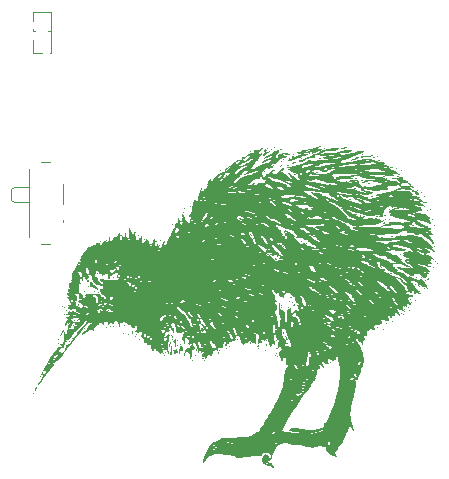
<source format=gbr>
%TF.GenerationSoftware,KiCad,Pcbnew,8.0.0*%
%TF.CreationDate,2024-03-11T23:34:34-04:00*%
%TF.ProjectId,Kiwi MKIII Right,4b697769-204d-44b4-9949-492052696768,rev?*%
%TF.SameCoordinates,Original*%
%TF.FileFunction,Legend,Top*%
%TF.FilePolarity,Positive*%
%FSLAX46Y46*%
G04 Gerber Fmt 4.6, Leading zero omitted, Abs format (unit mm)*
G04 Created by KiCad (PCBNEW 8.0.0) date 2024-03-11 23:34:34*
%MOMM*%
%LPD*%
G01*
G04 APERTURE LIST*
%ADD10C,0.120000*%
%ADD11C,0.000000*%
G04 APERTURE END LIST*
D10*
%TO.C,SW315*%
X55724293Y-139780200D02*
X55724293Y-140680200D01*
X55934293Y-139580200D02*
X55724293Y-139780200D01*
X55934293Y-140880200D02*
X55724293Y-140680200D01*
X55934293Y-140880200D02*
X57224293Y-140880200D01*
X57224293Y-138130200D02*
X57224293Y-143830200D01*
X57224293Y-139580200D02*
X55934293Y-139580200D01*
X58234293Y-144430200D02*
X59024293Y-144430200D01*
X59024293Y-137530200D02*
X58234293Y-137530200D01*
X60074293Y-139380200D02*
X60074293Y-141080200D01*
X60074293Y-142380200D02*
X60074293Y-142580200D01*
%TO.C,BT301*%
X57519293Y-128297700D02*
X57519293Y-127167700D01*
X57584293Y-124767700D02*
X58974293Y-124767700D01*
X57584293Y-125590170D02*
X57584293Y-124767700D01*
X57584293Y-126407700D02*
X57584293Y-126205230D01*
X57715822Y-126407700D02*
X57584293Y-126407700D01*
X58279293Y-128297700D02*
X57519293Y-128297700D01*
X58985822Y-126407700D02*
X58842764Y-126407700D01*
X59039293Y-126604229D02*
X59039293Y-126461171D01*
X59039293Y-128297700D02*
X58974293Y-128297700D01*
X59039293Y-128297700D02*
X59039293Y-124767700D01*
X59039293Y-128297700D02*
X59039293Y-127731171D01*
D11*
%TO.C,G\u002A\u002A\u002A*%
G36*
X60210391Y-151817290D02*
G01*
X60210389Y-151817283D01*
X60210392Y-151817281D01*
X60210391Y-151817290D01*
G37*
G36*
X58246301Y-155624403D02*
G01*
X58203967Y-155666736D01*
X58161634Y-155624403D01*
X58203967Y-155582069D01*
X58246301Y-155624403D01*
G37*
G36*
X59770301Y-152491736D02*
G01*
X59727967Y-152534069D01*
X59685634Y-152491736D01*
X59727967Y-152449403D01*
X59770301Y-152491736D01*
G37*
G36*
X59770301Y-152830403D02*
G01*
X59727967Y-152872736D01*
X59685634Y-152830403D01*
X59727967Y-152788069D01*
X59770301Y-152830403D01*
G37*
G36*
X60108967Y-149697736D02*
G01*
X60066634Y-149740069D01*
X60024301Y-149697736D01*
X60066634Y-149655403D01*
X60108967Y-149697736D01*
G37*
G36*
X60278301Y-149782403D02*
G01*
X60235967Y-149824736D01*
X60193634Y-149782403D01*
X60235967Y-149740069D01*
X60278301Y-149782403D01*
G37*
G36*
X60278301Y-150375069D02*
G01*
X60235967Y-150417403D01*
X60193634Y-150375069D01*
X60235967Y-150332736D01*
X60278301Y-150375069D01*
G37*
G36*
X60447634Y-150036403D02*
G01*
X60405301Y-150078736D01*
X60362967Y-150036403D01*
X60405301Y-149994069D01*
X60447634Y-150036403D01*
G37*
G36*
X60616967Y-151137069D02*
G01*
X60574634Y-151179403D01*
X60532301Y-151137069D01*
X60574634Y-151094736D01*
X60616967Y-151137069D01*
G37*
G36*
X60701634Y-152661069D02*
G01*
X60659301Y-152703403D01*
X60616967Y-152661069D01*
X60659301Y-152618736D01*
X60701634Y-152661069D01*
G37*
G36*
X60786301Y-149020403D02*
G01*
X60743967Y-149062736D01*
X60701634Y-149020403D01*
X60743967Y-148978069D01*
X60786301Y-149020403D01*
G37*
G36*
X61971634Y-148427736D02*
G01*
X61929301Y-148470069D01*
X61886967Y-148427736D01*
X61929301Y-148385403D01*
X61971634Y-148427736D01*
G37*
G36*
X61971634Y-151560403D02*
G01*
X61929301Y-151602736D01*
X61886967Y-151560403D01*
X61929301Y-151518069D01*
X61971634Y-151560403D01*
G37*
G36*
X62310301Y-148004403D02*
G01*
X62267967Y-148046736D01*
X62225634Y-148004403D01*
X62267967Y-147962069D01*
X62310301Y-148004403D01*
G37*
G36*
X62818301Y-148427736D02*
G01*
X62775967Y-148470069D01*
X62733634Y-148427736D01*
X62775967Y-148385403D01*
X62818301Y-148427736D01*
G37*
G36*
X63072301Y-146903736D02*
G01*
X63029967Y-146946069D01*
X62987634Y-146903736D01*
X63029967Y-146861403D01*
X63072301Y-146903736D01*
G37*
G36*
X63326301Y-144194403D02*
G01*
X63283967Y-144236736D01*
X63241634Y-144194403D01*
X63283967Y-144152069D01*
X63326301Y-144194403D01*
G37*
G36*
X63326301Y-149274403D02*
G01*
X63283967Y-149316736D01*
X63241634Y-149274403D01*
X63283967Y-149232069D01*
X63326301Y-149274403D01*
G37*
G36*
X63834301Y-144109736D02*
G01*
X63791967Y-144152069D01*
X63749634Y-144109736D01*
X63791967Y-144067403D01*
X63834301Y-144109736D01*
G37*
G36*
X63834301Y-151475736D02*
G01*
X63791967Y-151518069D01*
X63749634Y-151475736D01*
X63791967Y-151433403D01*
X63834301Y-151475736D01*
G37*
G36*
X64003634Y-150036403D02*
G01*
X63961301Y-150078736D01*
X63918967Y-150036403D01*
X63961301Y-149994069D01*
X64003634Y-150036403D01*
G37*
G36*
X64172967Y-151391069D02*
G01*
X64130634Y-151433403D01*
X64088301Y-151391069D01*
X64130634Y-151348736D01*
X64172967Y-151391069D01*
G37*
G36*
X64426967Y-147242403D02*
G01*
X64384634Y-147284736D01*
X64342301Y-147242403D01*
X64384634Y-147200069D01*
X64426967Y-147242403D01*
G37*
G36*
X64426967Y-151391069D02*
G01*
X64384634Y-151433403D01*
X64342301Y-151391069D01*
X64384634Y-151348736D01*
X64426967Y-151391069D01*
G37*
G36*
X65273634Y-151983736D02*
G01*
X65231301Y-152026069D01*
X65188967Y-151983736D01*
X65231301Y-151941403D01*
X65273634Y-151983736D01*
G37*
G36*
X65696967Y-152068403D02*
G01*
X65654634Y-152110736D01*
X65612301Y-152068403D01*
X65654634Y-152026069D01*
X65696967Y-152068403D01*
G37*
G36*
X66289634Y-152237736D02*
G01*
X66247301Y-152280069D01*
X66204967Y-152237736D01*
X66247301Y-152195403D01*
X66289634Y-152237736D01*
G37*
G36*
X66374301Y-152068403D02*
G01*
X66331967Y-152110736D01*
X66289634Y-152068403D01*
X66331967Y-152026069D01*
X66374301Y-152068403D01*
G37*
G36*
X66543634Y-143686403D02*
G01*
X66501301Y-143728736D01*
X66458967Y-143686403D01*
X66501301Y-143644069D01*
X66543634Y-143686403D01*
G37*
G36*
X66628301Y-152491736D02*
G01*
X66585967Y-152534069D01*
X66543634Y-152491736D01*
X66585967Y-152449403D01*
X66628301Y-152491736D01*
G37*
G36*
X67051634Y-144025069D02*
G01*
X67009301Y-144067403D01*
X66966967Y-144025069D01*
X67009301Y-143982736D01*
X67051634Y-144025069D01*
G37*
G36*
X68321634Y-144533069D02*
G01*
X68279301Y-144575403D01*
X68236967Y-144533069D01*
X68279301Y-144490736D01*
X68321634Y-144533069D01*
G37*
G36*
X68744967Y-153846403D02*
G01*
X68702634Y-153888736D01*
X68660301Y-153846403D01*
X68702634Y-153804069D01*
X68744967Y-153846403D01*
G37*
G36*
X68829634Y-153592403D02*
G01*
X68787301Y-153634736D01*
X68744967Y-153592403D01*
X68787301Y-153550069D01*
X68829634Y-153592403D01*
G37*
G36*
X69422301Y-142755069D02*
G01*
X69379967Y-142797403D01*
X69337634Y-142755069D01*
X69379967Y-142712736D01*
X69422301Y-142755069D01*
G37*
G36*
X69845634Y-152576403D02*
G01*
X69803301Y-152618736D01*
X69760967Y-152576403D01*
X69803301Y-152534069D01*
X69845634Y-152576403D01*
G37*
G36*
X69845634Y-152999736D02*
G01*
X69803301Y-153042069D01*
X69760967Y-152999736D01*
X69803301Y-152957403D01*
X69845634Y-152999736D01*
G37*
G36*
X70099634Y-142755069D02*
G01*
X70057301Y-142797403D01*
X70014967Y-142755069D01*
X70057301Y-142712736D01*
X70099634Y-142755069D01*
G37*
G36*
X70099634Y-152915069D02*
G01*
X70057301Y-152957403D01*
X70014967Y-152915069D01*
X70057301Y-152872736D01*
X70099634Y-152915069D01*
G37*
G36*
X70353634Y-141739069D02*
G01*
X70311301Y-141781403D01*
X70268967Y-141739069D01*
X70311301Y-141696736D01*
X70353634Y-141739069D01*
G37*
G36*
X70438301Y-141400403D02*
G01*
X70395967Y-141442736D01*
X70353634Y-141400403D01*
X70395967Y-141358069D01*
X70438301Y-141400403D01*
G37*
G36*
X70946301Y-141231069D02*
G01*
X70903967Y-141273403D01*
X70861634Y-141231069D01*
X70903967Y-141188736D01*
X70946301Y-141231069D01*
G37*
G36*
X71115634Y-154269736D02*
G01*
X71073301Y-154312069D01*
X71030967Y-154269736D01*
X71073301Y-154227403D01*
X71115634Y-154269736D01*
G37*
G36*
X71369634Y-153846403D02*
G01*
X71327301Y-153888736D01*
X71284967Y-153846403D01*
X71327301Y-153804069D01*
X71369634Y-153846403D01*
G37*
G36*
X72131634Y-154269736D02*
G01*
X72089301Y-154312069D01*
X72046967Y-154269736D01*
X72089301Y-154227403D01*
X72131634Y-154269736D01*
G37*
G36*
X73401634Y-153423069D02*
G01*
X73359301Y-153465403D01*
X73316967Y-153423069D01*
X73359301Y-153380736D01*
X73401634Y-153423069D01*
G37*
G36*
X73486301Y-138183069D02*
G01*
X73443967Y-138225403D01*
X73401634Y-138183069D01*
X73443967Y-138140736D01*
X73486301Y-138183069D01*
G37*
G36*
X73994301Y-153253736D02*
G01*
X73951967Y-153296069D01*
X73909634Y-153253736D01*
X73951967Y-153211403D01*
X73994301Y-153253736D01*
G37*
G36*
X74248301Y-153084403D02*
G01*
X74205967Y-153126736D01*
X74163634Y-153084403D01*
X74205967Y-153042069D01*
X74248301Y-153084403D01*
G37*
G36*
X74925634Y-152491736D02*
G01*
X74883301Y-152534069D01*
X74840967Y-152491736D01*
X74883301Y-152449403D01*
X74925634Y-152491736D01*
G37*
G36*
X76026301Y-136574403D02*
G01*
X75983967Y-136616736D01*
X75941634Y-136574403D01*
X75983967Y-136532069D01*
X76026301Y-136574403D01*
G37*
G36*
X76280301Y-143940403D02*
G01*
X76237967Y-143982736D01*
X76195634Y-143940403D01*
X76237967Y-143898069D01*
X76280301Y-143940403D01*
G37*
G36*
X76703634Y-153253736D02*
G01*
X76661301Y-153296069D01*
X76618967Y-153253736D01*
X76661301Y-153211403D01*
X76703634Y-153253736D01*
G37*
G36*
X77211634Y-138267736D02*
G01*
X77169301Y-138310069D01*
X77126967Y-138267736D01*
X77169301Y-138225403D01*
X77211634Y-138267736D01*
G37*
G36*
X77296301Y-153423069D02*
G01*
X77253967Y-153465403D01*
X77211634Y-153423069D01*
X77253967Y-153380736D01*
X77296301Y-153423069D01*
G37*
G36*
X77380967Y-152576403D02*
G01*
X77338634Y-152618736D01*
X77296301Y-152576403D01*
X77338634Y-152534069D01*
X77380967Y-152576403D01*
G37*
G36*
X77465634Y-136320403D02*
G01*
X77423301Y-136362736D01*
X77380967Y-136320403D01*
X77423301Y-136278069D01*
X77465634Y-136320403D01*
G37*
G36*
X77804301Y-136405069D02*
G01*
X77761967Y-136447403D01*
X77719634Y-136405069D01*
X77761967Y-136362736D01*
X77804301Y-136405069D01*
G37*
G36*
X78058301Y-136235736D02*
G01*
X78015967Y-136278069D01*
X77973634Y-136235736D01*
X78015967Y-136193403D01*
X78058301Y-136235736D01*
G37*
G36*
X78142967Y-153846403D02*
G01*
X78100634Y-153888736D01*
X78058301Y-153846403D01*
X78100634Y-153804069D01*
X78142967Y-153846403D01*
G37*
G36*
X78227634Y-153677069D02*
G01*
X78185301Y-153719403D01*
X78142967Y-153677069D01*
X78185301Y-153634736D01*
X78227634Y-153677069D01*
G37*
G36*
X78312301Y-153931069D02*
G01*
X78269967Y-153973403D01*
X78227634Y-153931069D01*
X78269967Y-153888736D01*
X78312301Y-153931069D01*
G37*
G36*
X78481634Y-144448403D02*
G01*
X78439301Y-144490736D01*
X78396967Y-144448403D01*
X78439301Y-144406069D01*
X78481634Y-144448403D01*
G37*
G36*
X78650967Y-137421069D02*
G01*
X78608634Y-137463403D01*
X78566301Y-137421069D01*
X78608634Y-137378736D01*
X78650967Y-137421069D01*
G37*
G36*
X78650967Y-149613069D02*
G01*
X78608634Y-149655403D01*
X78566301Y-149613069D01*
X78608634Y-149570736D01*
X78650967Y-149613069D01*
G37*
G36*
X78650967Y-149782403D02*
G01*
X78608634Y-149824736D01*
X78566301Y-149782403D01*
X78608634Y-149740069D01*
X78650967Y-149782403D01*
G37*
G36*
X78820301Y-137251736D02*
G01*
X78777967Y-137294069D01*
X78735634Y-137251736D01*
X78777967Y-137209403D01*
X78820301Y-137251736D01*
G37*
G36*
X78820301Y-144617736D02*
G01*
X78777967Y-144660069D01*
X78735634Y-144617736D01*
X78777967Y-144575403D01*
X78820301Y-144617736D01*
G37*
G36*
X79243634Y-149782403D02*
G01*
X79201301Y-149824736D01*
X79158967Y-149782403D01*
X79201301Y-149740069D01*
X79243634Y-149782403D01*
G37*
G36*
X79328301Y-137167069D02*
G01*
X79285967Y-137209403D01*
X79243634Y-137167069D01*
X79285967Y-137124736D01*
X79328301Y-137167069D01*
G37*
G36*
X79328301Y-149274403D02*
G01*
X79285967Y-149316736D01*
X79243634Y-149274403D01*
X79285967Y-149232069D01*
X79328301Y-149274403D01*
G37*
G36*
X79582301Y-149359069D02*
G01*
X79539967Y-149401403D01*
X79497634Y-149359069D01*
X79539967Y-149316736D01*
X79582301Y-149359069D01*
G37*
G36*
X79666967Y-136828403D02*
G01*
X79624634Y-136870736D01*
X79582301Y-136828403D01*
X79624634Y-136786069D01*
X79666967Y-136828403D01*
G37*
G36*
X80344301Y-144194403D02*
G01*
X80301967Y-144236736D01*
X80259634Y-144194403D01*
X80301967Y-144152069D01*
X80344301Y-144194403D01*
G37*
G36*
X80767634Y-144363736D02*
G01*
X80725301Y-144406069D01*
X80682967Y-144363736D01*
X80725301Y-144321403D01*
X80767634Y-144363736D01*
G37*
G36*
X80936967Y-142247069D02*
G01*
X80894634Y-142289403D01*
X80852301Y-142247069D01*
X80894634Y-142204736D01*
X80936967Y-142247069D01*
G37*
G36*
X81021634Y-149613069D02*
G01*
X80979301Y-149655403D01*
X80936967Y-149613069D01*
X80979301Y-149570736D01*
X81021634Y-149613069D01*
G37*
G36*
X81021634Y-153677069D02*
G01*
X80979301Y-153719403D01*
X80936967Y-153677069D01*
X80979301Y-153634736D01*
X81021634Y-153677069D01*
G37*
G36*
X82291634Y-136320403D02*
G01*
X82249301Y-136362736D01*
X82206967Y-136320403D01*
X82249301Y-136278069D01*
X82291634Y-136320403D01*
G37*
G36*
X82799634Y-154439069D02*
G01*
X82757301Y-154481403D01*
X82714967Y-154439069D01*
X82757301Y-154396736D01*
X82799634Y-154439069D01*
G37*
G36*
X82884301Y-140553736D02*
G01*
X82841967Y-140596069D01*
X82799634Y-140553736D01*
X82841967Y-140511403D01*
X82884301Y-140553736D01*
G37*
G36*
X84154301Y-139114403D02*
G01*
X84111967Y-139156736D01*
X84069634Y-139114403D01*
X84111967Y-139072069D01*
X84154301Y-139114403D01*
G37*
G36*
X84323634Y-152237736D02*
G01*
X84281301Y-152280069D01*
X84238967Y-152237736D01*
X84281301Y-152195403D01*
X84323634Y-152237736D01*
G37*
G36*
X84662301Y-148935736D02*
G01*
X84619967Y-148978069D01*
X84577634Y-148935736D01*
X84619967Y-148893403D01*
X84662301Y-148935736D01*
G37*
G36*
X85508967Y-136828403D02*
G01*
X85466634Y-136870736D01*
X85424301Y-136828403D01*
X85466634Y-136786069D01*
X85508967Y-136828403D01*
G37*
G36*
X86778967Y-136997736D02*
G01*
X86736634Y-137040069D01*
X86694301Y-136997736D01*
X86736634Y-136955403D01*
X86778967Y-136997736D01*
G37*
G36*
X86778967Y-151475736D02*
G01*
X86736634Y-151518069D01*
X86694301Y-151475736D01*
X86736634Y-151433403D01*
X86778967Y-151475736D01*
G37*
G36*
X87540967Y-138860403D02*
G01*
X87498634Y-138902736D01*
X87456301Y-138860403D01*
X87498634Y-138818069D01*
X87540967Y-138860403D01*
G37*
G36*
X87540967Y-151137069D02*
G01*
X87498634Y-151179403D01*
X87456301Y-151137069D01*
X87498634Y-151094736D01*
X87540967Y-151137069D01*
G37*
G36*
X87794967Y-142331736D02*
G01*
X87752634Y-142374069D01*
X87710301Y-142331736D01*
X87752634Y-142289403D01*
X87794967Y-142331736D01*
G37*
G36*
X88048967Y-150967736D02*
G01*
X88006634Y-151010069D01*
X87964301Y-150967736D01*
X88006634Y-150925403D01*
X88048967Y-150967736D01*
G37*
G36*
X88726301Y-143686403D02*
G01*
X88683967Y-143728736D01*
X88641634Y-143686403D01*
X88683967Y-143644069D01*
X88726301Y-143686403D01*
G37*
G36*
X88810967Y-138183069D02*
G01*
X88768634Y-138225403D01*
X88726301Y-138183069D01*
X88768634Y-138140736D01*
X88810967Y-138183069D01*
G37*
G36*
X88810967Y-150290403D02*
G01*
X88768634Y-150332736D01*
X88726301Y-150290403D01*
X88768634Y-150248069D01*
X88810967Y-150290403D01*
G37*
G36*
X88980301Y-150375069D02*
G01*
X88937967Y-150417403D01*
X88895634Y-150375069D01*
X88937967Y-150332736D01*
X88980301Y-150375069D01*
G37*
G36*
X89064967Y-149697736D02*
G01*
X89022634Y-149740069D01*
X88980301Y-149697736D01*
X89022634Y-149655403D01*
X89064967Y-149697736D01*
G37*
G36*
X89064967Y-149951736D02*
G01*
X89022634Y-149994069D01*
X88980301Y-149951736D01*
X89022634Y-149909403D01*
X89064967Y-149951736D01*
G37*
G36*
X89488301Y-147157736D02*
G01*
X89445967Y-147200069D01*
X89403634Y-147157736D01*
X89445967Y-147115403D01*
X89488301Y-147157736D01*
G37*
G36*
X89488301Y-150036403D02*
G01*
X89445967Y-150078736D01*
X89403634Y-150036403D01*
X89445967Y-149994069D01*
X89488301Y-150036403D01*
G37*
G36*
X89572967Y-149105069D02*
G01*
X89530634Y-149147403D01*
X89488301Y-149105069D01*
X89530634Y-149062736D01*
X89572967Y-149105069D01*
G37*
G36*
X89657634Y-149359069D02*
G01*
X89615301Y-149401403D01*
X89572967Y-149359069D01*
X89615301Y-149316736D01*
X89657634Y-149359069D01*
G37*
G36*
X89996301Y-147835069D02*
G01*
X89953967Y-147877403D01*
X89911634Y-147835069D01*
X89953967Y-147792736D01*
X89996301Y-147835069D01*
G37*
G36*
X89996301Y-149189736D02*
G01*
X89953967Y-149232069D01*
X89911634Y-149189736D01*
X89953967Y-149147403D01*
X89996301Y-149189736D01*
G37*
G36*
X90165634Y-139876403D02*
G01*
X90123301Y-139918736D01*
X90080967Y-139876403D01*
X90123301Y-139834069D01*
X90165634Y-139876403D01*
G37*
G36*
X90504301Y-140045736D02*
G01*
X90461967Y-140088069D01*
X90419634Y-140045736D01*
X90461967Y-140003403D01*
X90504301Y-140045736D01*
G37*
G36*
X90504301Y-147242403D02*
G01*
X90461967Y-147284736D01*
X90419634Y-147242403D01*
X90461967Y-147200069D01*
X90504301Y-147242403D01*
G37*
G36*
X90758301Y-140384403D02*
G01*
X90715967Y-140426736D01*
X90673634Y-140384403D01*
X90715967Y-140342069D01*
X90758301Y-140384403D01*
G37*
G36*
X90758301Y-148173736D02*
G01*
X90715967Y-148216069D01*
X90673634Y-148173736D01*
X90715967Y-148131403D01*
X90758301Y-148173736D01*
G37*
G36*
X90842967Y-147496403D02*
G01*
X90800634Y-147538736D01*
X90758301Y-147496403D01*
X90800634Y-147454069D01*
X90842967Y-147496403D01*
G37*
G36*
X91012301Y-141569736D02*
G01*
X90969967Y-141612069D01*
X90927634Y-141569736D01*
X90969967Y-141527403D01*
X91012301Y-141569736D01*
G37*
G36*
X91266301Y-141485069D02*
G01*
X91223967Y-141527403D01*
X91181634Y-141485069D01*
X91223967Y-141442736D01*
X91266301Y-141485069D01*
G37*
G36*
X91435634Y-142331736D02*
G01*
X91393301Y-142374069D01*
X91350967Y-142331736D01*
X91393301Y-142289403D01*
X91435634Y-142331736D01*
G37*
G36*
X91520301Y-146395736D02*
G01*
X91477967Y-146438069D01*
X91435634Y-146395736D01*
X91477967Y-146353403D01*
X91520301Y-146395736D01*
G37*
G36*
X91604967Y-142839736D02*
G01*
X91562634Y-142882069D01*
X91520301Y-142839736D01*
X91562634Y-142797403D01*
X91604967Y-142839736D01*
G37*
G36*
X91604967Y-144617736D02*
G01*
X91562634Y-144660069D01*
X91520301Y-144617736D01*
X91562634Y-144575403D01*
X91604967Y-144617736D01*
G37*
G36*
X91689634Y-145887736D02*
G01*
X91647301Y-145930069D01*
X91604967Y-145887736D01*
X91647301Y-145845403D01*
X91689634Y-145887736D01*
G37*
G36*
X91858967Y-146057069D02*
G01*
X91816634Y-146099403D01*
X91774301Y-146057069D01*
X91816634Y-146014736D01*
X91858967Y-146057069D01*
G37*
G36*
X60210389Y-151817283D02*
G01*
X60036055Y-152027508D01*
X59861717Y-152237736D01*
X60006509Y-151929404D01*
X60151301Y-151621071D01*
X60210389Y-151817283D01*
G37*
G36*
X57456078Y-157218958D02*
G01*
X57466211Y-157319438D01*
X57456078Y-157331847D01*
X57405744Y-157320225D01*
X57399634Y-157275403D01*
X57430612Y-157205712D01*
X57456078Y-157218958D01*
G37*
G36*
X61012078Y-150106958D02*
G01*
X61000456Y-150157292D01*
X60955634Y-150163403D01*
X60885944Y-150132424D01*
X60899189Y-150106958D01*
X60999669Y-150096825D01*
X61012078Y-150106958D01*
G37*
G36*
X62028078Y-147736291D02*
G01*
X62038211Y-147836771D01*
X62028078Y-147849180D01*
X61977744Y-147837558D01*
X61971634Y-147792736D01*
X62002612Y-147723046D01*
X62028078Y-147736291D01*
G37*
G36*
X62366745Y-144518958D02*
G01*
X62376878Y-144619438D01*
X62366745Y-144631847D01*
X62316411Y-144620225D01*
X62310301Y-144575403D01*
X62341279Y-144505712D01*
X62366745Y-144518958D01*
G37*
G36*
X62620745Y-148413625D02*
G01*
X62630878Y-148514104D01*
X62620745Y-148526514D01*
X62570411Y-148514891D01*
X62564301Y-148470069D01*
X62595279Y-148400379D01*
X62620745Y-148413625D01*
G37*
G36*
X63213412Y-147143625D02*
G01*
X63223545Y-147244104D01*
X63213412Y-147256514D01*
X63163077Y-147244891D01*
X63156967Y-147200069D01*
X63187945Y-147130379D01*
X63213412Y-147143625D01*
G37*
G36*
X63467412Y-144010958D02*
G01*
X63477545Y-144111438D01*
X63467412Y-144123847D01*
X63417077Y-144112225D01*
X63410967Y-144067403D01*
X63441945Y-143997712D01*
X63467412Y-144010958D01*
G37*
G36*
X63636745Y-147312958D02*
G01*
X63646878Y-147413438D01*
X63636745Y-147425847D01*
X63586411Y-147414225D01*
X63580301Y-147369403D01*
X63611279Y-147299712D01*
X63636745Y-147312958D01*
G37*
G36*
X65331471Y-151248194D02*
G01*
X65341564Y-151380518D01*
X65324787Y-151410472D01*
X65286305Y-151385221D01*
X65280318Y-151299347D01*
X65300995Y-151209005D01*
X65331471Y-151248194D01*
G37*
G36*
X65499412Y-151461625D02*
G01*
X65509545Y-151562104D01*
X65499412Y-151574514D01*
X65449077Y-151562891D01*
X65442967Y-151518069D01*
X65473945Y-151448379D01*
X65499412Y-151461625D01*
G37*
G36*
X66854078Y-143587625D02*
G01*
X66864211Y-143688104D01*
X66854078Y-143700514D01*
X66803744Y-143688891D01*
X66797634Y-143644069D01*
X66828612Y-143574379D01*
X66854078Y-143587625D01*
G37*
G36*
X67616078Y-144434291D02*
G01*
X67604456Y-144484626D01*
X67559634Y-144490736D01*
X67489944Y-144459758D01*
X67503189Y-144434291D01*
X67603669Y-144424158D01*
X67616078Y-144434291D01*
G37*
G36*
X69817412Y-152138958D02*
G01*
X69827545Y-152239438D01*
X69817412Y-152251847D01*
X69767077Y-152240225D01*
X69760967Y-152195403D01*
X69791945Y-152125712D01*
X69817412Y-152138958D01*
G37*
G36*
X69817412Y-154001625D02*
G01*
X69827545Y-154102104D01*
X69817412Y-154114514D01*
X69767077Y-154102891D01*
X69760967Y-154058069D01*
X69791945Y-153988379D01*
X69817412Y-154001625D01*
G37*
G36*
X70071412Y-152477625D02*
G01*
X70081545Y-152578104D01*
X70071412Y-152590514D01*
X70021077Y-152578891D01*
X70014967Y-152534069D01*
X70045945Y-152464379D01*
X70071412Y-152477625D01*
G37*
G36*
X72018745Y-154086291D02*
G01*
X72007123Y-154136626D01*
X71962301Y-154142736D01*
X71892610Y-154111758D01*
X71905856Y-154086291D01*
X72006336Y-154076158D01*
X72018745Y-154086291D01*
G37*
G36*
X74474078Y-153154958D02*
G01*
X74484211Y-153255438D01*
X74474078Y-153267847D01*
X74423744Y-153256225D01*
X74417634Y-153211403D01*
X74448612Y-153141712D01*
X74474078Y-153154958D01*
G37*
G36*
X75998078Y-152985625D02*
G01*
X76008211Y-153086104D01*
X75998078Y-153098514D01*
X75947744Y-153086891D01*
X75941634Y-153042069D01*
X75972612Y-152972379D01*
X75998078Y-152985625D01*
G37*
G36*
X76336745Y-139269625D02*
G01*
X76325123Y-139319959D01*
X76280301Y-139326069D01*
X76210610Y-139295091D01*
X76223856Y-139269625D01*
X76324336Y-139259492D01*
X76336745Y-139269625D01*
G37*
G36*
X77437412Y-144434291D02*
G01*
X77447545Y-144534771D01*
X77437412Y-144547180D01*
X77387077Y-144535558D01*
X77380967Y-144490736D01*
X77411945Y-144421046D01*
X77437412Y-144434291D01*
G37*
G36*
X77522078Y-145280958D02*
G01*
X77510456Y-145331292D01*
X77465634Y-145337403D01*
X77395944Y-145306424D01*
X77409189Y-145280958D01*
X77509669Y-145270825D01*
X77522078Y-145280958D01*
G37*
G36*
X78622745Y-136390958D02*
G01*
X78611123Y-136441292D01*
X78566301Y-136447403D01*
X78496610Y-136416424D01*
X78509856Y-136390958D01*
X78610336Y-136380825D01*
X78622745Y-136390958D01*
G37*
G36*
X78791707Y-151835569D02*
G01*
X78802890Y-152008911D01*
X78791707Y-152047236D01*
X78760804Y-152057872D01*
X78749002Y-151941403D01*
X78762308Y-151821207D01*
X78791707Y-151835569D01*
G37*
G36*
X78876745Y-154424958D02*
G01*
X78886878Y-154525438D01*
X78876745Y-154537847D01*
X78826411Y-154526225D01*
X78820301Y-154481403D01*
X78851279Y-154411712D01*
X78876745Y-154424958D01*
G37*
G36*
X79469412Y-148921625D02*
G01*
X79457789Y-148971959D01*
X79412967Y-148978069D01*
X79343277Y-148947091D01*
X79356523Y-148921625D01*
X79457002Y-148911492D01*
X79469412Y-148921625D01*
G37*
G36*
X79808078Y-149683625D02*
G01*
X79818211Y-149784104D01*
X79808078Y-149796514D01*
X79757744Y-149784891D01*
X79751634Y-149740069D01*
X79782612Y-149670379D01*
X79808078Y-149683625D01*
G37*
G36*
X80400745Y-149006291D02*
G01*
X80410878Y-149106771D01*
X80400745Y-149119180D01*
X80350411Y-149107558D01*
X80344301Y-149062736D01*
X80375279Y-148993046D01*
X80400745Y-149006291D01*
G37*
G36*
X81670745Y-138338291D02*
G01*
X81659123Y-138388626D01*
X81614301Y-138394736D01*
X81544610Y-138363758D01*
X81557856Y-138338291D01*
X81658336Y-138328158D01*
X81670745Y-138338291D01*
G37*
G36*
X81924745Y-137152958D02*
G01*
X81913123Y-137203292D01*
X81868301Y-137209403D01*
X81798610Y-137178424D01*
X81811856Y-137152958D01*
X81912336Y-137142825D01*
X81924745Y-137152958D01*
G37*
G36*
X84464745Y-140624291D02*
G01*
X84453123Y-140674626D01*
X84408301Y-140680736D01*
X84338610Y-140649758D01*
X84351856Y-140624291D01*
X84452336Y-140614158D01*
X84464745Y-140624291D01*
G37*
G36*
X84888078Y-139692958D02*
G01*
X84876456Y-139743292D01*
X84831634Y-139749403D01*
X84761944Y-139718424D01*
X84775189Y-139692958D01*
X84875669Y-139682825D01*
X84888078Y-139692958D01*
G37*
G36*
X84978037Y-138851583D02*
G01*
X84952786Y-138890065D01*
X84866912Y-138896052D01*
X84776569Y-138875374D01*
X84815759Y-138844899D01*
X84948083Y-138834805D01*
X84978037Y-138851583D01*
G37*
G36*
X85486037Y-139020916D02*
G01*
X85460786Y-139059398D01*
X85374912Y-139065385D01*
X85284569Y-139044708D01*
X85323759Y-139014232D01*
X85456083Y-139004139D01*
X85486037Y-139020916D01*
G37*
G36*
X85740037Y-139528916D02*
G01*
X85714786Y-139567398D01*
X85628912Y-139573385D01*
X85538569Y-139552708D01*
X85577759Y-139522232D01*
X85710083Y-139512139D01*
X85740037Y-139528916D01*
G37*
G36*
X86073412Y-139269625D02*
G01*
X86061789Y-139319959D01*
X86016967Y-139326069D01*
X85947277Y-139295091D01*
X85960523Y-139269625D01*
X86061002Y-139259492D01*
X86073412Y-139269625D01*
G37*
G36*
X86327412Y-136898958D02*
G01*
X86315789Y-136949292D01*
X86270967Y-136955403D01*
X86201277Y-136924424D01*
X86214523Y-136898958D01*
X86315002Y-136888825D01*
X86327412Y-136898958D01*
G37*
G36*
X86327412Y-140370291D02*
G01*
X86315789Y-140420626D01*
X86270967Y-140426736D01*
X86201277Y-140395758D01*
X86214523Y-140370291D01*
X86315002Y-140360158D01*
X86327412Y-140370291D01*
G37*
G36*
X86496745Y-137068291D02*
G01*
X86485123Y-137118626D01*
X86440301Y-137124736D01*
X86370610Y-137093758D01*
X86383856Y-137068291D01*
X86484336Y-137058158D01*
X86496745Y-137068291D01*
G37*
G36*
X86666078Y-142232958D02*
G01*
X86654456Y-142283292D01*
X86609634Y-142289403D01*
X86539944Y-142258424D01*
X86553189Y-142232958D01*
X86653669Y-142222825D01*
X86666078Y-142232958D01*
G37*
G36*
X86750745Y-142063625D02*
G01*
X86739123Y-142113959D01*
X86694301Y-142120069D01*
X86624610Y-142089091D01*
X86637856Y-142063625D01*
X86738336Y-142053492D01*
X86750745Y-142063625D01*
G37*
G36*
X86925370Y-137327583D02*
G01*
X86900119Y-137366065D01*
X86814245Y-137372052D01*
X86723903Y-137351374D01*
X86763092Y-137320899D01*
X86895416Y-137310805D01*
X86925370Y-137327583D01*
G37*
G36*
X87174078Y-143841625D02*
G01*
X87162456Y-143891959D01*
X87117634Y-143898069D01*
X87047944Y-143867091D01*
X87061189Y-143841625D01*
X87161669Y-143831492D01*
X87174078Y-143841625D01*
G37*
G36*
X87343412Y-138676958D02*
G01*
X87331789Y-138727292D01*
X87286967Y-138733403D01*
X87217277Y-138702424D01*
X87230523Y-138676958D01*
X87331002Y-138666825D01*
X87343412Y-138676958D01*
G37*
G36*
X87428078Y-141978958D02*
G01*
X87416456Y-142029292D01*
X87371634Y-142035403D01*
X87301944Y-142004424D01*
X87315189Y-141978958D01*
X87415669Y-141968825D01*
X87428078Y-141978958D01*
G37*
G36*
X87512745Y-141724958D02*
G01*
X87522878Y-141825438D01*
X87512745Y-141837847D01*
X87462411Y-141826225D01*
X87456301Y-141781403D01*
X87487279Y-141711712D01*
X87512745Y-141724958D01*
G37*
G36*
X88020745Y-143756958D02*
G01*
X88009123Y-143807292D01*
X87964301Y-143813403D01*
X87894610Y-143782424D01*
X87907856Y-143756958D01*
X88008336Y-143746825D01*
X88020745Y-143756958D01*
G37*
G36*
X88360804Y-137955528D02*
G01*
X88370898Y-138087851D01*
X88354120Y-138117805D01*
X88315638Y-138092554D01*
X88309651Y-138006680D01*
X88330329Y-137916338D01*
X88360804Y-137955528D01*
G37*
G36*
X88534037Y-138682250D02*
G01*
X88508786Y-138720732D01*
X88422912Y-138726718D01*
X88332569Y-138706041D01*
X88371759Y-138675566D01*
X88504083Y-138665472D01*
X88534037Y-138682250D01*
G37*
G36*
X88699471Y-145236861D02*
G01*
X88709564Y-145369185D01*
X88692787Y-145399139D01*
X88654305Y-145373888D01*
X88648318Y-145288014D01*
X88668995Y-145197671D01*
X88699471Y-145236861D01*
G37*
G36*
X89121412Y-143587625D02*
G01*
X89131545Y-143688104D01*
X89121412Y-143700514D01*
X89071077Y-143688891D01*
X89064967Y-143644069D01*
X89095945Y-143574379D01*
X89121412Y-143587625D01*
G37*
G36*
X89376804Y-149724194D02*
G01*
X89386898Y-149856518D01*
X89370120Y-149886472D01*
X89331638Y-149861221D01*
X89325651Y-149775347D01*
X89346329Y-149685005D01*
X89376804Y-149724194D01*
G37*
G36*
X90306745Y-148413625D02*
G01*
X90295123Y-148463959D01*
X90250301Y-148470069D01*
X90180610Y-148439091D01*
X90193856Y-148413625D01*
X90294336Y-148403492D01*
X90306745Y-148413625D01*
G37*
G36*
X71441883Y-153357651D02*
G01*
X71454301Y-153418072D01*
X71426398Y-153540401D01*
X71353086Y-153503731D01*
X71330916Y-153471253D01*
X71341534Y-153362513D01*
X71368253Y-153339256D01*
X71441883Y-153357651D01*
G37*
G36*
X76025656Y-143610552D02*
G01*
X76036807Y-143621491D01*
X76103683Y-143732499D01*
X76094616Y-143773310D01*
X76031634Y-143747901D01*
X75989411Y-143668887D01*
X75963633Y-143569973D01*
X76025656Y-143610552D01*
G37*
G36*
X77362998Y-152861161D02*
G01*
X77344301Y-153014527D01*
X77310563Y-153061674D01*
X77255087Y-153083646D01*
X77271229Y-152959571D01*
X77273543Y-152950616D01*
X77323754Y-152837126D01*
X77362998Y-152861161D01*
G37*
G36*
X79070420Y-152357484D02*
G01*
X79120322Y-152499674D01*
X79074622Y-152534069D01*
X78969451Y-152466190D01*
X78934184Y-152403418D01*
X78911206Y-152256435D01*
X78971314Y-152236741D01*
X79070420Y-152357484D01*
G37*
G36*
X79860511Y-138541010D02*
G01*
X79878634Y-138564069D01*
X79908434Y-138640219D01*
X79828331Y-138611539D01*
X79751634Y-138564069D01*
X79686544Y-138496101D01*
X79725470Y-138480699D01*
X79860511Y-138541010D01*
G37*
G36*
X87189219Y-151552318D02*
G01*
X87279399Y-151631022D01*
X87286967Y-151650066D01*
X87246786Y-151684865D01*
X87163131Y-151606889D01*
X87151882Y-151589654D01*
X87141903Y-151531717D01*
X87189219Y-151552318D01*
G37*
G36*
X57652663Y-157002242D02*
G01*
X57653634Y-157021403D01*
X57588546Y-157102816D01*
X57563970Y-157106069D01*
X57513404Y-157054199D01*
X57526634Y-157021403D01*
X57602716Y-156940632D01*
X57616297Y-156936736D01*
X57652663Y-157002242D01*
G37*
G36*
X57882341Y-156641211D02*
G01*
X57820500Y-156777554D01*
X57732549Y-156851637D01*
X57726263Y-156852069D01*
X57699652Y-156790719D01*
X57742181Y-156675484D01*
X57827600Y-156554070D01*
X57874153Y-156536366D01*
X57882341Y-156641211D01*
G37*
G36*
X61013737Y-151234093D02*
G01*
X60997967Y-151264069D01*
X60918193Y-151344926D01*
X60903307Y-151348736D01*
X60897530Y-151294046D01*
X60913301Y-151264069D01*
X60993075Y-151183212D01*
X61007961Y-151179403D01*
X61013737Y-151234093D01*
G37*
G36*
X61098404Y-150810759D02*
G01*
X61082634Y-150840736D01*
X61002860Y-150921593D01*
X60987974Y-150925403D01*
X60982197Y-150870712D01*
X60997967Y-150840736D01*
X61077741Y-150759879D01*
X61092627Y-150756069D01*
X61098404Y-150810759D01*
G37*
G36*
X63130404Y-148440093D02*
G01*
X63114634Y-148470069D01*
X63034860Y-148550926D01*
X63019974Y-148554736D01*
X63014197Y-148500046D01*
X63029967Y-148470069D01*
X63109741Y-148389212D01*
X63124627Y-148385403D01*
X63130404Y-148440093D01*
G37*
G36*
X68379737Y-144037426D02*
G01*
X68363967Y-144067403D01*
X68284193Y-144148259D01*
X68269307Y-144152069D01*
X68263530Y-144097379D01*
X68279301Y-144067403D01*
X68359075Y-143986546D01*
X68373961Y-143982736D01*
X68379737Y-144037426D01*
G37*
G36*
X73967737Y-138534093D02*
G01*
X73951967Y-138564069D01*
X73872193Y-138644926D01*
X73857307Y-138648736D01*
X73851530Y-138594046D01*
X73867301Y-138564069D01*
X73947075Y-138483212D01*
X73961961Y-138479403D01*
X73967737Y-138534093D01*
G37*
G36*
X76022855Y-152764863D02*
G01*
X76026301Y-152788069D01*
X75997414Y-152870535D01*
X75988964Y-152872736D01*
X75916678Y-152813407D01*
X75899301Y-152788069D01*
X75906013Y-152710050D01*
X75936637Y-152703403D01*
X76022855Y-152764863D01*
G37*
G36*
X76674530Y-153009272D02*
G01*
X76661301Y-153042069D01*
X76585218Y-153122840D01*
X76571637Y-153126736D01*
X76535271Y-153061230D01*
X76534301Y-153042069D01*
X76599388Y-152960656D01*
X76623964Y-152957403D01*
X76674530Y-153009272D01*
G37*
G36*
X78167998Y-145653188D02*
G01*
X78185301Y-145676069D01*
X78181430Y-145754213D01*
X78152961Y-145760736D01*
X78033269Y-145698950D01*
X78015967Y-145676069D01*
X78019837Y-145597926D01*
X78048307Y-145591403D01*
X78167998Y-145653188D01*
G37*
G36*
X78622197Y-137769568D02*
G01*
X78608634Y-137802069D01*
X78496475Y-137883575D01*
X78471640Y-137886736D01*
X78425737Y-137834570D01*
X78439301Y-137802069D01*
X78551460Y-137720563D01*
X78576294Y-137717403D01*
X78622197Y-137769568D01*
G37*
G36*
X79158967Y-137675069D02*
G01*
X79239738Y-137751151D01*
X79243634Y-137764733D01*
X79178128Y-137801098D01*
X79158967Y-137802069D01*
X79077554Y-137736981D01*
X79074301Y-137712406D01*
X79126170Y-137661840D01*
X79158967Y-137675069D01*
G37*
G36*
X79722530Y-149537939D02*
G01*
X79709301Y-149570736D01*
X79633218Y-149651506D01*
X79619637Y-149655403D01*
X79583271Y-149589897D01*
X79582301Y-149570736D01*
X79647388Y-149489323D01*
X79671964Y-149486069D01*
X79722530Y-149537939D01*
G37*
G36*
X85336188Y-142012196D02*
G01*
X85339634Y-142035403D01*
X85310747Y-142117868D01*
X85302297Y-142120069D01*
X85230011Y-142060740D01*
X85212634Y-142035403D01*
X85219347Y-141957384D01*
X85249970Y-141950736D01*
X85336188Y-142012196D01*
G37*
G36*
X87371634Y-142621668D02*
G01*
X87304322Y-142711834D01*
X87244634Y-142743354D01*
X87135396Y-142749415D01*
X87117634Y-142719137D01*
X87184946Y-142628971D01*
X87244634Y-142597451D01*
X87353871Y-142591390D01*
X87371634Y-142621668D01*
G37*
G36*
X87768404Y-141412759D02*
G01*
X87752634Y-141442736D01*
X87672860Y-141523593D01*
X87657974Y-141527403D01*
X87652197Y-141472712D01*
X87667967Y-141442736D01*
X87747741Y-141361879D01*
X87762627Y-141358069D01*
X87768404Y-141412759D01*
G37*
G36*
X87963867Y-146906187D02*
G01*
X88006634Y-146946069D01*
X88039810Y-147011625D01*
X87991260Y-147009588D01*
X87837301Y-146946069D01*
X87730921Y-146890138D01*
X87778756Y-146869215D01*
X87811137Y-146867353D01*
X87963867Y-146906187D01*
G37*
G36*
X88034744Y-137924946D02*
G01*
X88048967Y-137957291D01*
X87980190Y-138019945D01*
X87921967Y-138027847D01*
X87809191Y-137989637D01*
X87794967Y-137957291D01*
X87863745Y-137894638D01*
X87921967Y-137886736D01*
X88034744Y-137924946D01*
G37*
G36*
X90054404Y-147170093D02*
G01*
X90038634Y-147200069D01*
X89958860Y-147280926D01*
X89943974Y-147284736D01*
X89938197Y-147230046D01*
X89953967Y-147200069D01*
X90033741Y-147119212D01*
X90048627Y-147115403D01*
X90054404Y-147170093D01*
G37*
G36*
X91094507Y-147349165D02*
G01*
X91096967Y-147369403D01*
X91032538Y-147451609D01*
X91012301Y-147454069D01*
X90930094Y-147389640D01*
X90927634Y-147369403D01*
X90992063Y-147287196D01*
X91012301Y-147284736D01*
X91094507Y-147349165D01*
G37*
G36*
X71951731Y-151586424D02*
G01*
X72015983Y-151732869D01*
X71983264Y-151869478D01*
X71979713Y-151873190D01*
X71897963Y-151861137D01*
X71809419Y-151732032D01*
X71754393Y-151575680D01*
X71793182Y-151520943D01*
X71828057Y-151518069D01*
X71951731Y-151586424D01*
G37*
G36*
X79822259Y-137483613D02*
G01*
X79768869Y-137550372D01*
X79714285Y-137593095D01*
X79548333Y-137694327D01*
X79454424Y-137708579D01*
X79463944Y-137636242D01*
X79497634Y-137590403D01*
X79652857Y-137483657D01*
X79740834Y-137466095D01*
X79822259Y-137483613D01*
G37*
G36*
X66009721Y-151770887D02*
G01*
X66056931Y-151902077D01*
X66054933Y-152081317D01*
X66003113Y-152168664D01*
X65951990Y-152180213D01*
X65969155Y-152155511D01*
X65983804Y-152035812D01*
X65947759Y-151935409D01*
X65911607Y-151789276D01*
X65941057Y-151735861D01*
X66009721Y-151770887D01*
G37*
G36*
X69207985Y-152793708D02*
G01*
X69200372Y-152830403D01*
X69136441Y-153056694D01*
X69071045Y-153211403D01*
X69031261Y-153243918D01*
X69043950Y-153121097D01*
X69051563Y-153084403D01*
X69115494Y-152858111D01*
X69180889Y-152703403D01*
X69220673Y-152670887D01*
X69207985Y-152793708D01*
G37*
G36*
X69417210Y-152235579D02*
G01*
X69438749Y-152368539D01*
X69409471Y-152452242D01*
X69347694Y-152526645D01*
X69361690Y-152451249D01*
X69367224Y-152433706D01*
X69358495Y-152296153D01*
X69311711Y-152254797D01*
X69249951Y-152188381D01*
X69262069Y-152162614D01*
X69347701Y-152146081D01*
X69417210Y-152235579D01*
G37*
G36*
X74241579Y-137768780D02*
G01*
X74215387Y-137843847D01*
X74110090Y-137977752D01*
X73974167Y-138117991D01*
X73856094Y-138212063D01*
X73819960Y-138225403D01*
X73831630Y-138171226D01*
X73933797Y-138035820D01*
X73982885Y-137980113D01*
X74131872Y-137832839D01*
X74229134Y-137767124D01*
X74241579Y-137768780D01*
G37*
G36*
X85153308Y-137079521D02*
G01*
X85114124Y-137133113D01*
X84969310Y-137213223D01*
X84774807Y-137295684D01*
X84586556Y-137356330D01*
X84474520Y-137372755D01*
X84479108Y-137339991D01*
X84609224Y-137262644D01*
X84738142Y-137201652D01*
X84963253Y-137113497D01*
X85118033Y-137074640D01*
X85153308Y-137079521D01*
G37*
G36*
X84134702Y-136231108D02*
G01*
X84154301Y-136283122D01*
X84124978Y-136351324D01*
X84103262Y-136339919D01*
X83994738Y-136327798D01*
X83852259Y-136364906D01*
X83670273Y-136396865D01*
X83601968Y-136359501D01*
X83628656Y-136294502D01*
X83719046Y-136278069D01*
X83932198Y-136252069D01*
X84020376Y-136226677D01*
X84134702Y-136231108D01*
G37*
G36*
X69338442Y-152986142D02*
G01*
X69355065Y-153130016D01*
X69352514Y-153343622D01*
X69333435Y-153578047D01*
X69300474Y-153784381D01*
X69256277Y-153913709D01*
X69247875Y-153924479D01*
X69209778Y-153894611D01*
X69192912Y-153725251D01*
X69196523Y-153521847D01*
X69222664Y-153244555D01*
X69265311Y-153035734D01*
X69299999Y-152960913D01*
X69338442Y-152986142D01*
G37*
G36*
X69663580Y-152502453D02*
G01*
X69675729Y-152653972D01*
X69676301Y-152769926D01*
X69667350Y-152988704D01*
X69644864Y-153114676D01*
X69633967Y-153126736D01*
X69599031Y-153055823D01*
X69591634Y-152964458D01*
X69543455Y-152810690D01*
X69485801Y-152762943D01*
X69437015Y-152698449D01*
X69524996Y-152571711D01*
X69528134Y-152568411D01*
X69620772Y-152482624D01*
X69663580Y-152502453D01*
G37*
G36*
X69746313Y-153300829D02*
G01*
X69774881Y-153373556D01*
X69788554Y-153584935D01*
X69724323Y-153683475D01*
X69578915Y-153794333D01*
X69510928Y-153763458D01*
X69506967Y-153726327D01*
X69479032Y-153586616D01*
X69450246Y-153500771D01*
X69434565Y-153399693D01*
X69493177Y-153414546D01*
X69601029Y-153403111D01*
X69648837Y-153330182D01*
X69697973Y-153242129D01*
X69746313Y-153300829D01*
G37*
G36*
X85985947Y-136984419D02*
G01*
X86128834Y-137027572D01*
X86148195Y-137046909D01*
X86145134Y-137106985D01*
X86030478Y-137086691D01*
X85827162Y-137069881D01*
X85578646Y-137106448D01*
X85568319Y-137109232D01*
X85361227Y-137147393D01*
X85284891Y-137106998D01*
X85283485Y-137092848D01*
X85357795Y-137030010D01*
X85539956Y-136988850D01*
X85769497Y-136972582D01*
X85985947Y-136984419D01*
G37*
G36*
X70212571Y-153176567D02*
G01*
X70222645Y-153204347D01*
X70244564Y-153419846D01*
X70203183Y-153620810D01*
X70163543Y-153683716D01*
X70135725Y-153648348D01*
X70136759Y-153491790D01*
X70140474Y-153453333D01*
X70156747Y-153274034D01*
X70142490Y-153250435D01*
X70088050Y-153370195D01*
X70083682Y-153380736D01*
X69964380Y-153665709D01*
X69899358Y-153808633D01*
X69879694Y-153824554D01*
X69896464Y-153728520D01*
X69907962Y-153677069D01*
X69948080Y-153431692D01*
X69957880Y-153246680D01*
X70004294Y-153104849D01*
X70113145Y-153077648D01*
X70212571Y-153176567D01*
G37*
G36*
X77320130Y-136423098D02*
G01*
X77337388Y-136537109D01*
X77322098Y-136586964D01*
X77306102Y-136673341D01*
X77385853Y-136662213D01*
X77473962Y-136621476D01*
X77592607Y-136568209D01*
X77594387Y-136591221D01*
X77474552Y-136706783D01*
X77439746Y-136738627D01*
X77228539Y-136903548D01*
X77089703Y-136953679D01*
X77042301Y-136887669D01*
X77093593Y-136774428D01*
X77148134Y-136705915D01*
X77210493Y-136627977D01*
X77147515Y-136652442D01*
X77139687Y-136656866D01*
X77068993Y-136679069D01*
X77095767Y-136591989D01*
X77122768Y-136539915D01*
X77230778Y-136419830D01*
X77320130Y-136423098D01*
G37*
G36*
X89971160Y-139958239D02*
G01*
X90155519Y-140075877D01*
X90248383Y-140212810D01*
X90250301Y-140233324D01*
X90207131Y-140330972D01*
X90073536Y-140291853D01*
X89976450Y-140225172D01*
X89967696Y-140215069D01*
X90080967Y-140215069D01*
X90123301Y-140257403D01*
X90165634Y-140215069D01*
X90123301Y-140172736D01*
X90080967Y-140215069D01*
X89967696Y-140215069D01*
X89882157Y-140116344D01*
X89884728Y-140058531D01*
X89852831Y-140019362D01*
X89699612Y-140000918D01*
X89692912Y-140000828D01*
X89535428Y-139990688D01*
X89529337Y-139954581D01*
X89594638Y-139911672D01*
X89761976Y-139892602D01*
X89971160Y-139958239D01*
G37*
G36*
X62561424Y-147693160D02*
G01*
X62607024Y-147793965D01*
X62680530Y-147909670D01*
X62740328Y-147915599D01*
X62832148Y-147937139D01*
X62870104Y-147998550D01*
X62943258Y-148092937D01*
X62982395Y-148092307D01*
X63036632Y-148123526D01*
X63044078Y-148177460D01*
X63040137Y-148287273D01*
X63037023Y-148299439D01*
X62971053Y-148260423D01*
X62907010Y-148220359D01*
X62765910Y-148174147D01*
X62715793Y-148184762D01*
X62638065Y-148149956D01*
X62568951Y-148031009D01*
X62509926Y-147927496D01*
X62483704Y-147962069D01*
X62464615Y-148043940D01*
X62402511Y-147971336D01*
X62401504Y-147969747D01*
X62361202Y-147812848D01*
X62401886Y-147671313D01*
X62482987Y-147623403D01*
X62561424Y-147693160D01*
G37*
G36*
X81927713Y-136122748D02*
G01*
X81860588Y-136201700D01*
X81820983Y-136233043D01*
X81719215Y-136327994D01*
X81757965Y-136366608D01*
X81783634Y-136370069D01*
X81953818Y-136371842D01*
X81995301Y-136366715D01*
X82023619Y-136397334D01*
X81985200Y-136447222D01*
X81829001Y-136547349D01*
X81773533Y-136563723D01*
X81625173Y-136614627D01*
X81410399Y-136714320D01*
X81369125Y-136735746D01*
X81187056Y-136825203D01*
X81118865Y-136830903D01*
X81132566Y-136755092D01*
X81133635Y-136752292D01*
X81139519Y-136638135D01*
X81103643Y-136616736D01*
X81029514Y-136684732D01*
X81021634Y-136735291D01*
X80942079Y-136828875D01*
X80722760Y-136921168D01*
X80589296Y-136957563D01*
X80336856Y-137031584D01*
X80245994Y-137095273D01*
X80271796Y-137134044D01*
X80341635Y-137195883D01*
X80291642Y-137202796D01*
X80160917Y-137158303D01*
X80074517Y-137116289D01*
X79954056Y-137065507D01*
X79956164Y-137113147D01*
X79958178Y-137116447D01*
X79935702Y-137212513D01*
X79820229Y-137283441D01*
X79574989Y-137362247D01*
X79334523Y-137418513D01*
X79150445Y-137442556D01*
X79074374Y-137424690D01*
X79074301Y-137423392D01*
X79145272Y-137362164D01*
X79317985Y-137285111D01*
X79336460Y-137278538D01*
X79501580Y-137202912D01*
X79508004Y-137167069D01*
X79751634Y-137167069D01*
X79793967Y-137209403D01*
X79836301Y-137167069D01*
X79793967Y-137124736D01*
X79751634Y-137167069D01*
X79508004Y-137167069D01*
X79513285Y-137137605D01*
X79484627Y-137114905D01*
X79418055Y-137053096D01*
X79497634Y-137031339D01*
X79658714Y-137028848D01*
X79697046Y-137033014D01*
X79817130Y-136996304D01*
X79886446Y-136948919D01*
X80057136Y-136893172D01*
X80237368Y-136906187D01*
X80381900Y-136930721D01*
X80377045Y-136898469D01*
X80344301Y-136874604D01*
X80154057Y-136797600D01*
X80074131Y-136787366D01*
X80070224Y-136786069D01*
X80428967Y-136786069D01*
X80495861Y-136856078D01*
X80651718Y-136860703D01*
X80829298Y-136799945D01*
X80852301Y-136786069D01*
X80901789Y-136729851D01*
X80806770Y-136705622D01*
X80704134Y-136702699D01*
X80516869Y-136724587D01*
X80429759Y-136779641D01*
X80428967Y-136786069D01*
X80070224Y-136786069D01*
X79916273Y-136734956D01*
X79871047Y-136689127D01*
X79879361Y-136625784D01*
X80032821Y-136634563D01*
X80180753Y-136645663D01*
X80215602Y-136613988D01*
X80213621Y-136599157D01*
X80699865Y-136599157D01*
X80725301Y-136614143D01*
X80856466Y-136574403D01*
X81275634Y-136574403D01*
X81317967Y-136616736D01*
X81360301Y-136574403D01*
X81317967Y-136532069D01*
X81275634Y-136574403D01*
X80856466Y-136574403D01*
X80864440Y-136571987D01*
X80936967Y-136532069D01*
X80979730Y-136489736D01*
X81444967Y-136489736D01*
X81487301Y-136532069D01*
X81529634Y-136489736D01*
X81487301Y-136447403D01*
X81444967Y-136489736D01*
X80979730Y-136489736D01*
X81004736Y-136464982D01*
X80979301Y-136449995D01*
X80840161Y-136492152D01*
X80767634Y-136532069D01*
X80699865Y-136599157D01*
X80213621Y-136599157D01*
X80211142Y-136580593D01*
X80261088Y-136548695D01*
X80392464Y-136510756D01*
X80632296Y-136459235D01*
X81007608Y-136386594D01*
X81079503Y-136372987D01*
X81366136Y-136307840D01*
X81605216Y-136234700D01*
X81687771Y-136199395D01*
X81863991Y-136120435D01*
X81927713Y-136122748D01*
G37*
G36*
X83276047Y-136301052D02*
G01*
X83414089Y-136338139D01*
X83427569Y-136351305D01*
X83402648Y-136436645D01*
X83254027Y-136514609D01*
X83027205Y-136570978D01*
X82767676Y-136591535D01*
X82672634Y-136587232D01*
X82337502Y-136607403D01*
X82001018Y-136701358D01*
X81995301Y-136703792D01*
X81794315Y-136793018D01*
X81739340Y-136833288D01*
X81820092Y-136840810D01*
X81910634Y-136837239D01*
X82122446Y-136810977D01*
X82253165Y-136769040D01*
X82381733Y-136739520D01*
X82619310Y-136722942D01*
X82819502Y-136721751D01*
X83132111Y-136707104D01*
X83362486Y-136656885D01*
X83429546Y-136620958D01*
X83543408Y-136574403D01*
X83900301Y-136574403D01*
X83942634Y-136616736D01*
X83984967Y-136574403D01*
X84154301Y-136574403D01*
X84196634Y-136616736D01*
X84238967Y-136574403D01*
X84196634Y-136532069D01*
X84154301Y-136574403D01*
X83984967Y-136574403D01*
X83942634Y-136532069D01*
X83900301Y-136574403D01*
X83543408Y-136574403D01*
X83549667Y-136571844D01*
X83755385Y-136530118D01*
X84001257Y-136499407D01*
X84241840Y-136483336D01*
X84431693Y-136485533D01*
X84525372Y-136509621D01*
X84518869Y-136534039D01*
X84354711Y-136624063D01*
X84111947Y-136700698D01*
X83868163Y-136744680D01*
X83701556Y-136736979D01*
X83585012Y-136732034D01*
X83561634Y-136772014D01*
X83627055Y-136897890D01*
X83818548Y-136917966D01*
X84050122Y-136859592D01*
X84281641Y-136795069D01*
X84454930Y-136771848D01*
X84478082Y-136774060D01*
X84640136Y-136745547D01*
X84689748Y-136714480D01*
X84835547Y-136645543D01*
X85054324Y-136592342D01*
X85290168Y-136561517D01*
X85487165Y-136559710D01*
X85589402Y-136593561D01*
X85593634Y-136607122D01*
X85550593Y-136684553D01*
X85530134Y-136683995D01*
X85420011Y-136708794D01*
X85231537Y-136792317D01*
X85195672Y-136810995D01*
X84963627Y-136909595D01*
X84763886Y-136955055D01*
X84751172Y-136955403D01*
X84611324Y-136990088D01*
X84577634Y-137040069D01*
X84509057Y-137115184D01*
X84450634Y-137124736D01*
X84337962Y-137170453D01*
X84323634Y-137209403D01*
X84276172Y-137282018D01*
X84260134Y-137281629D01*
X84110977Y-137281952D01*
X83913318Y-137315169D01*
X83721021Y-137366794D01*
X83587954Y-137422339D01*
X83567981Y-137467320D01*
X83568483Y-137467636D01*
X83609595Y-137530004D01*
X83511859Y-137572052D01*
X83465996Y-137588756D01*
X83560195Y-137583360D01*
X83803390Y-137554954D01*
X84180689Y-137505736D01*
X85000967Y-137505736D01*
X85043301Y-137548069D01*
X85085634Y-137505736D01*
X85043301Y-137463403D01*
X85000967Y-137505736D01*
X84180689Y-137505736D01*
X84204515Y-137502628D01*
X84238967Y-137498015D01*
X84473390Y-137459062D01*
X84741651Y-137406958D01*
X85283189Y-137406958D01*
X85294812Y-137457292D01*
X85339634Y-137463403D01*
X85387269Y-137442228D01*
X85611804Y-137442228D01*
X85673360Y-137450244D01*
X85831034Y-137402785D01*
X85889967Y-137378736D01*
X85985392Y-137320991D01*
X85932301Y-137301316D01*
X85751559Y-137341296D01*
X85678301Y-137378736D01*
X85611804Y-137442228D01*
X85387269Y-137442228D01*
X85409324Y-137432424D01*
X85396078Y-137406958D01*
X85295599Y-137396825D01*
X85283189Y-137406958D01*
X84741651Y-137406958D01*
X84801035Y-137395424D01*
X85144437Y-137322305D01*
X85655227Y-137240887D01*
X86101015Y-137233308D01*
X86450923Y-137297625D01*
X86660772Y-137417778D01*
X86889031Y-137529073D01*
X87089011Y-137530399D01*
X87278455Y-137525844D01*
X87370071Y-137558138D01*
X87371634Y-137565070D01*
X87305124Y-137629006D01*
X87272856Y-137632736D01*
X87192273Y-137650368D01*
X87238634Y-137692400D01*
X87374515Y-137742531D01*
X87562491Y-137784464D01*
X87646801Y-137795591D01*
X87703885Y-137870721D01*
X87710301Y-137925107D01*
X87781183Y-138030473D01*
X87960686Y-138156242D01*
X88070134Y-138211906D01*
X88329683Y-138344255D01*
X88547749Y-138479145D01*
X88599301Y-138518480D01*
X88690960Y-138605874D01*
X88671939Y-138613332D01*
X88525814Y-138565434D01*
X88339007Y-138532318D01*
X88162467Y-138517958D01*
X88047145Y-138526328D01*
X88043990Y-138561399D01*
X88048967Y-138564752D01*
X88129180Y-138621995D01*
X88118282Y-138654008D01*
X87988030Y-138674921D01*
X87794967Y-138691827D01*
X87572561Y-138694956D01*
X87424189Y-138669945D01*
X87415764Y-138665577D01*
X87293058Y-138636442D01*
X87067542Y-138616577D01*
X86788493Y-138606415D01*
X86505185Y-138606390D01*
X86266894Y-138616935D01*
X86122894Y-138638485D01*
X86101634Y-138654009D01*
X86179039Y-138688388D01*
X86382394Y-138721470D01*
X86668413Y-138746305D01*
X86681209Y-138747043D01*
X87075014Y-138789433D01*
X87323918Y-138866679D01*
X87406924Y-138925930D01*
X87627280Y-139038031D01*
X87965351Y-139072069D01*
X88216000Y-139088109D01*
X88389735Y-139128899D01*
X88429967Y-139156736D01*
X88529721Y-139233731D01*
X88623313Y-139219223D01*
X88641634Y-139170326D01*
X88572178Y-139086714D01*
X88414479Y-138997356D01*
X88265530Y-138945069D01*
X88641634Y-138945069D01*
X88683967Y-138987403D01*
X88726301Y-138945069D01*
X88683967Y-138902736D01*
X88641634Y-138945069D01*
X88265530Y-138945069D01*
X88244538Y-138937700D01*
X88144413Y-138938407D01*
X88027453Y-138934590D01*
X87976343Y-138910178D01*
X87958172Y-138858661D01*
X88100485Y-138831954D01*
X88107385Y-138831572D01*
X88359734Y-138814294D01*
X88647347Y-138789510D01*
X88663421Y-138787953D01*
X88862160Y-138777921D01*
X88921705Y-138808913D01*
X88885857Y-138872183D01*
X88851557Y-138958540D01*
X88947640Y-139015050D01*
X89057509Y-139040944D01*
X89226366Y-139088936D01*
X89283006Y-139134980D01*
X89280075Y-139139183D01*
X89309940Y-139204587D01*
X89420287Y-139276179D01*
X89553703Y-139376744D01*
X89583278Y-139453069D01*
X89635776Y-139543272D01*
X89792980Y-139644404D01*
X89799960Y-139647659D01*
X89904777Y-139707186D01*
X89872278Y-139719757D01*
X89727228Y-139687447D01*
X89530634Y-139625096D01*
X89361301Y-139566246D01*
X89530634Y-139706252D01*
X89622944Y-139791335D01*
X89609469Y-139829945D01*
X89465463Y-139836817D01*
X89318967Y-139832312D01*
X88832160Y-139823011D01*
X88509421Y-139836643D01*
X88352150Y-139873096D01*
X88340272Y-139910600D01*
X88444165Y-139945849D01*
X88660709Y-139954716D01*
X88842554Y-139943961D01*
X89168586Y-139933309D01*
X89399902Y-139983545D01*
X89530179Y-140053223D01*
X89677830Y-140160227D01*
X89692188Y-140219331D01*
X89604393Y-140261351D01*
X89579600Y-140301732D01*
X89718354Y-140345289D01*
X89953967Y-140382479D01*
X90224394Y-140424388D01*
X90340616Y-140463225D01*
X90317528Y-140504865D01*
X90292634Y-140516039D01*
X90186641Y-140566360D01*
X90233050Y-140586270D01*
X90334967Y-140591415D01*
X90467988Y-140614046D01*
X90437784Y-140667727D01*
X90427928Y-140732561D01*
X90583349Y-140811761D01*
X90691784Y-140847668D01*
X90884899Y-140919406D01*
X90966565Y-140976711D01*
X90953494Y-140994465D01*
X90803673Y-140986658D01*
X90683894Y-140940227D01*
X90479799Y-140865834D01*
X90366418Y-140850069D01*
X90310922Y-140880347D01*
X90393504Y-140977602D01*
X90509018Y-141069920D01*
X90800634Y-141289770D01*
X90504301Y-141232932D01*
X90261914Y-141183029D01*
X90075468Y-141138985D01*
X90066926Y-141136638D01*
X89921544Y-141141394D01*
X89877337Y-141175733D01*
X89894446Y-141244897D01*
X89933712Y-141250505D01*
X90246787Y-141265733D01*
X90401490Y-141339774D01*
X90419634Y-141396195D01*
X90484841Y-141537838D01*
X90567801Y-141609979D01*
X90632543Y-141665854D01*
X90565279Y-141685472D01*
X90384062Y-141678569D01*
X90166401Y-141685138D01*
X90034794Y-141729163D01*
X90021877Y-141747007D01*
X90019352Y-141802893D01*
X90081150Y-141836799D01*
X90241750Y-141856826D01*
X90535631Y-141871078D01*
X90552540Y-141871714D01*
X90772507Y-141910518D01*
X90895864Y-141992203D01*
X90900265Y-142001536D01*
X91008940Y-142108646D01*
X91063692Y-142120069D01*
X91170424Y-142168814D01*
X91181634Y-142204736D01*
X91116403Y-142285961D01*
X91090822Y-142289402D01*
X91075071Y-142345510D01*
X91153581Y-142483573D01*
X91176674Y-142513995D01*
X91285485Y-142674936D01*
X91318160Y-142771775D01*
X91315242Y-142776684D01*
X91224809Y-142764155D01*
X91026949Y-142693654D01*
X90795825Y-142594425D01*
X90511541Y-142476774D01*
X90266122Y-142396825D01*
X90138953Y-142374069D01*
X90049158Y-142388466D01*
X90076382Y-142447012D01*
X90232741Y-142572743D01*
X90250301Y-142585736D01*
X90455082Y-142718623D01*
X90616386Y-142792207D01*
X90647750Y-142797403D01*
X90749431Y-142848932D01*
X90758301Y-142882069D01*
X90806008Y-142956536D01*
X90821801Y-142956710D01*
X90982954Y-142953946D01*
X91027436Y-142995616D01*
X90929067Y-143056829D01*
X90927634Y-143057330D01*
X90812483Y-143103116D01*
X90839570Y-143118212D01*
X91021868Y-143109319D01*
X91027528Y-143108918D01*
X91216989Y-143110335D01*
X91299866Y-143141391D01*
X91297698Y-143153764D01*
X91187164Y-143215507D01*
X91113137Y-143226687D01*
X91030507Y-143242207D01*
X91100633Y-143288350D01*
X91139301Y-143305402D01*
X91243184Y-143363603D01*
X91235754Y-143384118D01*
X91240350Y-143433573D01*
X91349940Y-143545770D01*
X91362754Y-143556586D01*
X91492611Y-143680133D01*
X91481375Y-143720740D01*
X91325010Y-143680856D01*
X91220623Y-143642798D01*
X91100481Y-143601130D01*
X91060144Y-143613345D01*
X91105433Y-143704940D01*
X91242174Y-143901409D01*
X91297195Y-143978064D01*
X91443110Y-144205592D01*
X91520915Y-144377526D01*
X91517717Y-144449999D01*
X91441138Y-144451445D01*
X91435634Y-144429138D01*
X91372740Y-144347199D01*
X91211553Y-144201628D01*
X90993310Y-144024731D01*
X90759252Y-143848814D01*
X90550619Y-143706183D01*
X90420037Y-143633539D01*
X90240808Y-143624544D01*
X90148987Y-143655266D01*
X89992799Y-143674562D01*
X89937321Y-143623462D01*
X89800751Y-143526578D01*
X89721134Y-143510014D01*
X89411295Y-143493726D01*
X89241335Y-143474743D01*
X89204367Y-143454494D01*
X90795022Y-143454494D01*
X90878245Y-143468052D01*
X90988059Y-143452485D01*
X90989370Y-143423583D01*
X90876053Y-143403372D01*
X90827092Y-143416899D01*
X90795022Y-143454494D01*
X89204367Y-143454494D01*
X89181993Y-143442239D01*
X89204011Y-143385387D01*
X89245100Y-143333874D01*
X89296990Y-143263069D01*
X89996301Y-143263069D01*
X90038634Y-143305403D01*
X90076856Y-143267180D01*
X90454837Y-143267180D01*
X90462567Y-143306372D01*
X90553123Y-143376558D01*
X90650168Y-143388336D01*
X90673634Y-143356794D01*
X90607221Y-143302418D01*
X90542236Y-143273097D01*
X90454837Y-143267180D01*
X90076856Y-143267180D01*
X90080967Y-143263069D01*
X90038634Y-143220736D01*
X89996301Y-143263069D01*
X89296990Y-143263069D01*
X89313330Y-143240773D01*
X89266101Y-143245889D01*
X89164185Y-143298061D01*
X88969967Y-143361120D01*
X88842287Y-143355225D01*
X88759128Y-143351033D01*
X88765377Y-143384800D01*
X88722582Y-143444222D01*
X88557043Y-143506616D01*
X88314932Y-143563053D01*
X88042420Y-143604601D01*
X87785677Y-143622330D01*
X87602275Y-143609764D01*
X87385732Y-143601234D01*
X87236589Y-143650746D01*
X87103652Y-143695983D01*
X86866495Y-143678988D01*
X86653216Y-143636948D01*
X86367381Y-143581892D01*
X86196932Y-143577675D01*
X86095598Y-143624735D01*
X86077640Y-143642384D01*
X86017815Y-143718321D01*
X86083176Y-143692132D01*
X86083574Y-143691906D01*
X86221415Y-143664183D01*
X86421409Y-143673329D01*
X86625823Y-143709185D01*
X86776923Y-143761592D01*
X86816975Y-143820391D01*
X86816664Y-143820905D01*
X86836382Y-143893568D01*
X86879804Y-143903776D01*
X87012790Y-143910864D01*
X87265670Y-143924521D01*
X87589255Y-143942089D01*
X87667967Y-143946374D01*
X87985869Y-143956319D01*
X88184436Y-143946772D01*
X88241813Y-143919162D01*
X88231422Y-143909532D01*
X88198326Y-143841967D01*
X88297166Y-143789557D01*
X88490665Y-143761163D01*
X88741542Y-143765649D01*
X88806985Y-143772708D01*
X89113804Y-143751062D01*
X89265475Y-143663317D01*
X89370338Y-143584363D01*
X89384010Y-143601736D01*
X89421669Y-143664173D01*
X89584115Y-143700483D01*
X89602289Y-143701714D01*
X90013290Y-143755553D01*
X90373824Y-143882240D01*
X90755588Y-144108683D01*
X90835584Y-144164595D01*
X91053926Y-144327622D01*
X91190917Y-144445179D01*
X91217836Y-144492539D01*
X91216584Y-144492618D01*
X91219569Y-144539182D01*
X91328417Y-144650764D01*
X91350967Y-144669833D01*
X91478355Y-144783421D01*
X91476272Y-144815159D01*
X91393301Y-144796713D01*
X91289258Y-144773631D01*
X91318903Y-144813580D01*
X91414467Y-144883825D01*
X91554852Y-145015379D01*
X91603671Y-145114896D01*
X91573138Y-145160006D01*
X91540171Y-145125736D01*
X91432280Y-145043227D01*
X91225149Y-144925670D01*
X91079586Y-144853509D01*
X90845110Y-144752701D01*
X90735622Y-144733941D01*
X90728624Y-144789522D01*
X90808389Y-144873206D01*
X90851839Y-144866253D01*
X90923416Y-144878419D01*
X90927634Y-144903367D01*
X90998132Y-144991044D01*
X91118134Y-145048378D01*
X91228173Y-145092825D01*
X91210740Y-145134530D01*
X91049875Y-145198011D01*
X91012301Y-145210956D01*
X90715967Y-145312481D01*
X90982355Y-145372074D01*
X91225549Y-145471813D01*
X91405688Y-145610558D01*
X91506403Y-145733543D01*
X91493516Y-145760353D01*
X91414467Y-145735416D01*
X91291293Y-145735029D01*
X91266301Y-145816093D01*
X91228539Y-145903602D01*
X91156477Y-145876936D01*
X91126511Y-145868499D01*
X91208190Y-145951236D01*
X91306430Y-146063494D01*
X91265711Y-146109519D01*
X91073231Y-146102963D01*
X91066546Y-146102262D01*
X90959533Y-146124359D01*
X90965709Y-146177179D01*
X91092596Y-146261547D01*
X91144297Y-146268736D01*
X91253741Y-146314926D01*
X91266301Y-146351307D01*
X91199994Y-146391798D01*
X91068058Y-146358506D01*
X90829083Y-146286273D01*
X90623558Y-146241843D01*
X90382659Y-146188484D01*
X90234700Y-146141736D01*
X90758301Y-146141736D01*
X90800634Y-146184069D01*
X90842967Y-146141736D01*
X90800634Y-146099403D01*
X90758301Y-146141736D01*
X90234700Y-146141736D01*
X90215245Y-146135589D01*
X90102933Y-146111157D01*
X90112381Y-146166402D01*
X90229226Y-146244916D01*
X90437849Y-146311613D01*
X90471344Y-146318414D01*
X90734194Y-146415125D01*
X90994358Y-146580595D01*
X91032986Y-146613835D01*
X91189716Y-146761790D01*
X91227019Y-146822425D01*
X91152245Y-146820674D01*
X91090079Y-146807532D01*
X90959661Y-146787667D01*
X90977069Y-146826255D01*
X91012301Y-146852761D01*
X91078159Y-146927510D01*
X91039356Y-146944773D01*
X90950766Y-147017910D01*
X90912356Y-147135704D01*
X90828860Y-147297869D01*
X90727107Y-147355510D01*
X90620158Y-147346162D01*
X90621148Y-147301164D01*
X90588983Y-147210473D01*
X90445468Y-147085427D01*
X90426087Y-147073069D01*
X90758301Y-147073069D01*
X90800634Y-147115403D01*
X90842967Y-147073069D01*
X90800634Y-147030736D01*
X90758301Y-147073069D01*
X90426087Y-147073069D01*
X90377175Y-147041880D01*
X90194759Y-146951154D01*
X90090448Y-146932023D01*
X90080967Y-146946267D01*
X90018535Y-146989772D01*
X89950505Y-146975358D01*
X89846186Y-146967784D01*
X89833531Y-146999182D01*
X89836999Y-147132135D01*
X89836993Y-147132165D01*
X89761252Y-147154730D01*
X89586480Y-147109558D01*
X89359545Y-147014867D01*
X89154708Y-146903736D01*
X89657634Y-146903736D01*
X89699967Y-146946069D01*
X89742301Y-146903736D01*
X89699967Y-146861403D01*
X89657634Y-146903736D01*
X89154708Y-146903736D01*
X89127314Y-146888874D01*
X89013039Y-146811894D01*
X88776379Y-146665221D01*
X88548360Y-146566514D01*
X88526791Y-146560555D01*
X88372993Y-146484815D01*
X88373547Y-146402505D01*
X88520417Y-146355061D01*
X88566961Y-146353403D01*
X88686916Y-146378899D01*
X88697745Y-146416903D01*
X88750306Y-146454781D01*
X88927016Y-146481665D01*
X89070876Y-146488837D01*
X89300092Y-146479737D01*
X89425604Y-146446717D01*
X89434617Y-146419704D01*
X89357621Y-146376957D01*
X89342088Y-146386726D01*
X89244347Y-146383452D01*
X89070219Y-146313768D01*
X89064967Y-146311069D01*
X88882664Y-146244105D01*
X88766895Y-146250063D01*
X88765878Y-146250946D01*
X88734016Y-146238849D01*
X88752487Y-146162903D01*
X88751771Y-146036623D01*
X88669568Y-146024356D01*
X88603293Y-146092943D01*
X88494176Y-146139240D01*
X88293681Y-146146663D01*
X88273740Y-146145014D01*
X88063598Y-146151944D01*
X87992720Y-146229484D01*
X87992523Y-146236140D01*
X88059746Y-146341951D01*
X88110408Y-146353403D01*
X88184752Y-146401059D01*
X88172445Y-146443768D01*
X88196415Y-146531096D01*
X88301606Y-146582514D01*
X88420494Y-146633807D01*
X88382956Y-146696423D01*
X88373624Y-146702519D01*
X88325246Y-146758301D01*
X88434710Y-146775438D01*
X88434948Y-146775439D01*
X88595259Y-146818364D01*
X88841309Y-146929074D01*
X89092993Y-147068023D01*
X89326613Y-147202062D01*
X89482560Y-147278517D01*
X89528659Y-147281714D01*
X89527515Y-147279690D01*
X89505803Y-147214719D01*
X89573503Y-147216522D01*
X89751081Y-147290891D01*
X89999115Y-147413162D01*
X90226564Y-147515775D01*
X90379264Y-147560453D01*
X90419634Y-147547218D01*
X90353475Y-147447281D01*
X90313801Y-147425476D01*
X90272740Y-147387463D01*
X90340212Y-147376087D01*
X90457732Y-147434258D01*
X90617937Y-147580856D01*
X90771899Y-147761900D01*
X90870688Y-147923407D01*
X90884129Y-147976180D01*
X90936395Y-148082657D01*
X90948801Y-148096125D01*
X91011470Y-148231546D01*
X91012301Y-148246363D01*
X90972638Y-148257575D01*
X90897544Y-148176162D01*
X90751377Y-148068157D01*
X90650551Y-148069966D01*
X90513206Y-148054719D01*
X90471631Y-147999056D01*
X90376255Y-147890137D01*
X90328566Y-147877403D01*
X90271356Y-147939463D01*
X90285514Y-148016378D01*
X90307875Y-148107857D01*
X90237690Y-148070885D01*
X90205898Y-148045018D01*
X90122656Y-147942223D01*
X90179924Y-147868571D01*
X90205517Y-147799651D01*
X90127449Y-147750403D01*
X90419634Y-147750403D01*
X90461967Y-147792736D01*
X90501744Y-147752960D01*
X90600521Y-147752960D01*
X90617165Y-147830990D01*
X90676086Y-147880710D01*
X90812449Y-147954217D01*
X90820882Y-147918713D01*
X90756602Y-147833023D01*
X90648917Y-147748634D01*
X90600521Y-147752960D01*
X90501744Y-147752960D01*
X90504301Y-147750403D01*
X90461967Y-147708069D01*
X90419634Y-147750403D01*
X90127449Y-147750403D01*
X90071467Y-147715088D01*
X90035765Y-147699989D01*
X89718683Y-147589484D01*
X89535541Y-147570616D01*
X89488301Y-147623934D01*
X89557790Y-147696348D01*
X89629412Y-147708069D01*
X89723061Y-147733016D01*
X89716264Y-147762328D01*
X89739349Y-147845160D01*
X89862103Y-147988096D01*
X89925983Y-148047065D01*
X90077316Y-148210000D01*
X90138902Y-148340933D01*
X90132952Y-148369786D01*
X90158442Y-148468212D01*
X90301728Y-148580272D01*
X90311288Y-148585379D01*
X90546634Y-148708729D01*
X90321925Y-148695232D01*
X90171114Y-148665497D01*
X90136422Y-148618236D01*
X90114033Y-148557532D01*
X90090961Y-148554736D01*
X89971492Y-148616593D01*
X89953114Y-148640784D01*
X89850782Y-148689074D01*
X89819736Y-148677267D01*
X89774736Y-148579276D01*
X89784634Y-148554736D01*
X89770511Y-148451353D01*
X89743682Y-148428589D01*
X89671127Y-148448275D01*
X89657634Y-148514461D01*
X89607773Y-148614050D01*
X89551801Y-148614708D01*
X89466684Y-148522733D01*
X89466118Y-148483699D01*
X89423185Y-148428265D01*
X89360285Y-148439841D01*
X89248701Y-148530852D01*
X89234301Y-148577905D01*
X89198486Y-148626386D01*
X89179902Y-148613226D01*
X89179621Y-148512987D01*
X89224738Y-148439258D01*
X89281343Y-148301231D01*
X89227808Y-148108730D01*
X89223213Y-148098545D01*
X89132671Y-147939176D01*
X89111165Y-147919736D01*
X89234301Y-147919736D01*
X89276634Y-147962069D01*
X89318967Y-147919736D01*
X89276634Y-147877403D01*
X89403634Y-147877403D01*
X89434612Y-147947093D01*
X89460078Y-147933847D01*
X89470211Y-147833367D01*
X89460078Y-147820958D01*
X89409744Y-147832580D01*
X89403634Y-147877403D01*
X89276634Y-147877403D01*
X89234301Y-147919736D01*
X89111165Y-147919736D01*
X89064332Y-147877403D01*
X88964663Y-147827384D01*
X88820440Y-147716285D01*
X88705146Y-147587429D01*
X88733545Y-147517062D01*
X88743986Y-147512534D01*
X88747929Y-147469658D01*
X88617639Y-147418536D01*
X88578134Y-147409068D01*
X88391619Y-147348098D01*
X88303931Y-147280573D01*
X88302967Y-147274153D01*
X88237288Y-147203232D01*
X88210651Y-147200069D01*
X88226961Y-147253456D01*
X88345794Y-147397092D01*
X88545414Y-147606190D01*
X88697485Y-147755217D01*
X88925850Y-147984179D01*
X89076380Y-148155578D01*
X89131455Y-148247921D01*
X89107301Y-148255230D01*
X89008165Y-148235718D01*
X89037715Y-148272818D01*
X89114243Y-148409630D01*
X89122382Y-148513638D01*
X89160485Y-148649324D01*
X89255467Y-148669977D01*
X89380600Y-148699732D01*
X89403634Y-148743351D01*
X89470842Y-148793569D01*
X89572967Y-148784204D01*
X89714424Y-148790973D01*
X89742301Y-148858996D01*
X89717846Y-148961477D01*
X89619181Y-148956493D01*
X89491158Y-148894932D01*
X89387473Y-148859406D01*
X89346858Y-148928801D01*
X89344021Y-149101317D01*
X89364264Y-149283325D01*
X89403444Y-149356568D01*
X89411392Y-149354274D01*
X89486416Y-149387086D01*
X89521762Y-149451147D01*
X89569961Y-149617255D01*
X89531179Y-149638640D01*
X89471367Y-149587669D01*
X89316424Y-149489386D01*
X89216510Y-149526019D01*
X89207238Y-149676569D01*
X89223338Y-149796955D01*
X89179645Y-149767854D01*
X89163749Y-149746027D01*
X89024774Y-149629881D01*
X88958319Y-149607346D01*
X88871674Y-149656509D01*
X88848982Y-149795515D01*
X88886734Y-149958889D01*
X88981421Y-150081159D01*
X88983796Y-150082688D01*
X89047145Y-150148089D01*
X89006464Y-150162106D01*
X88871424Y-150101795D01*
X88853301Y-150078736D01*
X88732912Y-150005558D01*
X88650227Y-149994069D01*
X88506635Y-149924127D01*
X88403039Y-149782403D01*
X88352289Y-149615154D01*
X88395497Y-149570736D01*
X88415914Y-149523157D01*
X88351348Y-149437688D01*
X88243604Y-149285187D01*
X88218301Y-149196810D01*
X88160524Y-149062015D01*
X88056901Y-148942916D01*
X87956370Y-148858618D01*
X87931106Y-148876842D01*
X87973075Y-149021882D01*
X88002391Y-149107772D01*
X88101162Y-149329328D01*
X88208233Y-149478559D01*
X88227290Y-149493417D01*
X88296320Y-149557028D01*
X88279626Y-149569439D01*
X88272043Y-149634913D01*
X88335438Y-149795693D01*
X88361190Y-149845903D01*
X88497251Y-150130409D01*
X88612938Y-150417403D01*
X88717449Y-150713736D01*
X88545480Y-150480903D01*
X88383379Y-150308235D01*
X88254380Y-150249727D01*
X88188025Y-150308986D01*
X88198576Y-150438569D01*
X88221698Y-150569612D01*
X88164807Y-150558623D01*
X88098456Y-150506622D01*
X87989103Y-150430492D01*
X87968513Y-150479879D01*
X87977941Y-150540172D01*
X87962272Y-150690908D01*
X87873753Y-150720919D01*
X87765261Y-150622911D01*
X87739202Y-150573103D01*
X87659300Y-150462023D01*
X87602531Y-150470953D01*
X87598917Y-150601790D01*
X87658631Y-150766637D01*
X87722701Y-150910454D01*
X87681839Y-150956469D01*
X87506131Y-150940429D01*
X87283870Y-150887303D01*
X87135247Y-150816783D01*
X87066530Y-150789709D01*
X87056792Y-150886187D01*
X87074754Y-151006965D01*
X87094784Y-151191260D01*
X87054486Y-151247986D01*
X86989243Y-151232918D01*
X86899422Y-151225382D01*
X86905853Y-151263884D01*
X86873268Y-151314519D01*
X86708469Y-151317461D01*
X86698584Y-151316354D01*
X86510375Y-151317728D01*
X86442833Y-151393728D01*
X86440301Y-151427575D01*
X86495741Y-151610287D01*
X86538087Y-151666656D01*
X86570114Y-151725315D01*
X86468525Y-151717813D01*
X86389920Y-151698036D01*
X86176364Y-151675881D01*
X86041830Y-151764054D01*
X86040827Y-151765350D01*
X85957737Y-151842996D01*
X85934993Y-151788239D01*
X85886660Y-151717126D01*
X85850407Y-151728022D01*
X85807432Y-151837934D01*
X85819027Y-152031200D01*
X85819074Y-152031439D01*
X85843730Y-152203566D01*
X85793910Y-152246069D01*
X85646197Y-152199292D01*
X85493908Y-152147554D01*
X85472963Y-152181725D01*
X85560267Y-152324205D01*
X85635353Y-152478622D01*
X85603371Y-152534069D01*
X85538304Y-152608110D01*
X85506462Y-152788447D01*
X85505967Y-152809236D01*
X85499573Y-152989012D01*
X85472065Y-153015119D01*
X85402388Y-152903220D01*
X85395734Y-152891247D01*
X85298688Y-152767747D01*
X85231769Y-152754823D01*
X85166128Y-152728525D01*
X85090098Y-152588145D01*
X85007879Y-152407990D01*
X84945378Y-152382711D01*
X84883995Y-152496133D01*
X84874240Y-152585994D01*
X84905052Y-152583354D01*
X84973966Y-152631584D01*
X85091393Y-152799350D01*
X85234234Y-153052742D01*
X85262520Y-153108124D01*
X85478569Y-153682435D01*
X85546296Y-154237688D01*
X85463542Y-154750103D01*
X85421746Y-154862403D01*
X85340708Y-155091618D01*
X85298901Y-155272348D01*
X85246829Y-155433450D01*
X85205043Y-155484015D01*
X85125251Y-155612589D01*
X85119501Y-155645569D01*
X85098271Y-155878380D01*
X85071634Y-155975325D01*
X85020354Y-155969307D01*
X84958634Y-155920736D01*
X84855422Y-155874578D01*
X84835792Y-155935684D01*
X84913657Y-156053559D01*
X84929222Y-156174025D01*
X84894212Y-156446996D01*
X84810069Y-156863830D01*
X84702350Y-157319325D01*
X84571120Y-157861852D01*
X84482520Y-158276609D01*
X84434565Y-158599178D01*
X84425272Y-158865139D01*
X84452655Y-159110074D01*
X84514730Y-159369563D01*
X84576542Y-159575026D01*
X84688127Y-159957123D01*
X84735719Y-160186527D01*
X84719330Y-160262074D01*
X84638970Y-160182600D01*
X84571688Y-160079266D01*
X84450821Y-159911086D01*
X84357690Y-159873315D01*
X84276348Y-159976935D01*
X84190845Y-160232927D01*
X84155659Y-160365736D01*
X84062541Y-160639281D01*
X83925994Y-160938357D01*
X83772652Y-161214044D01*
X83629148Y-161417423D01*
X83541209Y-161494378D01*
X83467471Y-161582522D01*
X83363742Y-161765693D01*
X83338229Y-161817848D01*
X83233021Y-162000530D01*
X83156321Y-162032671D01*
X83127117Y-162001539D01*
X83067955Y-161934215D01*
X83054930Y-161999109D01*
X83107567Y-162136447D01*
X83222073Y-162289281D01*
X83343143Y-162437657D01*
X83334930Y-162496681D01*
X83187412Y-162474455D01*
X83046197Y-162431488D01*
X82767951Y-162292145D01*
X82536493Y-162090641D01*
X82397220Y-161872062D01*
X82383984Y-161805069D01*
X82968967Y-161805069D01*
X83011301Y-161847403D01*
X83053634Y-161805069D01*
X83011301Y-161762736D01*
X82968967Y-161805069D01*
X82383984Y-161805069D01*
X82376301Y-161766186D01*
X82361553Y-161720403D01*
X82630301Y-161720403D01*
X82672634Y-161762736D01*
X82714967Y-161720403D01*
X82672634Y-161678069D01*
X83138301Y-161678069D01*
X83169279Y-161747759D01*
X83194745Y-161734514D01*
X83204878Y-161634034D01*
X83194745Y-161621625D01*
X83144411Y-161633247D01*
X83138301Y-161678069D01*
X82672634Y-161678069D01*
X82630301Y-161720403D01*
X82361553Y-161720403D01*
X82344823Y-161668470D01*
X82224524Y-161612782D01*
X81976605Y-161582097D01*
X81952915Y-161580407D01*
X81711859Y-161575078D01*
X81558541Y-161593547D01*
X81529581Y-161614569D01*
X81455956Y-161658998D01*
X81274069Y-161676420D01*
X81042544Y-161668499D01*
X80820006Y-161636900D01*
X80677293Y-161590366D01*
X80511998Y-161541750D01*
X80237389Y-161499155D01*
X79919026Y-161472212D01*
X79824993Y-161463893D01*
X82919853Y-161463893D01*
X82926634Y-161508736D01*
X82999054Y-161589418D01*
X83011301Y-161593403D01*
X83078614Y-161534351D01*
X83095967Y-161508736D01*
X83075862Y-161437007D01*
X83011301Y-161424069D01*
X82919853Y-161463893D01*
X79824993Y-161463893D01*
X79605943Y-161444514D01*
X79353352Y-161400986D01*
X79215264Y-161350976D01*
X79214361Y-161350241D01*
X79061546Y-161290376D01*
X78829080Y-161318933D01*
X78553839Y-161411145D01*
X78379334Y-161461553D01*
X78289980Y-161458193D01*
X78237804Y-161506208D01*
X78141811Y-161670374D01*
X78021877Y-161909943D01*
X77897874Y-162184167D01*
X77789680Y-162452297D01*
X77749131Y-162567069D01*
X77658248Y-162737850D01*
X77554382Y-162795781D01*
X77551026Y-162795125D01*
X77480196Y-162796873D01*
X77531494Y-162882861D01*
X77546336Y-162900959D01*
X77660900Y-163014940D01*
X77705682Y-163013501D01*
X77674950Y-162926903D01*
X77682405Y-162909863D01*
X77771170Y-163004183D01*
X77795071Y-163032736D01*
X77935669Y-163239640D01*
X77961773Y-163358648D01*
X77884976Y-163369966D01*
X77716868Y-163253800D01*
X77683517Y-163223236D01*
X77588285Y-163148198D01*
X77583607Y-163177509D01*
X77587537Y-163236709D01*
X77473649Y-163219938D01*
X77388782Y-163192106D01*
X77096039Y-163032506D01*
X77033862Y-162943072D01*
X77296301Y-162943072D01*
X77357761Y-163029290D01*
X77380967Y-163032736D01*
X77463433Y-163003849D01*
X77465634Y-162995399D01*
X77406305Y-162923113D01*
X77380967Y-162905736D01*
X77302948Y-162912449D01*
X77296301Y-162943072D01*
X77033862Y-162943072D01*
X76949043Y-162821069D01*
X77126967Y-162821069D01*
X77169301Y-162863403D01*
X77211634Y-162821069D01*
X77169301Y-162778736D01*
X77126967Y-162821069D01*
X76949043Y-162821069D01*
X76948570Y-162820389D01*
X76955329Y-162576788D01*
X77016435Y-162468291D01*
X77239856Y-162468291D01*
X77251478Y-162518626D01*
X77296301Y-162524736D01*
X77365991Y-162493758D01*
X77352745Y-162468291D01*
X77252265Y-162458158D01*
X77239856Y-162468291D01*
X77016435Y-162468291D01*
X77053005Y-162403358D01*
X77193439Y-162259962D01*
X77317306Y-162244046D01*
X77389637Y-162275376D01*
X77511827Y-162386436D01*
X77531830Y-162468160D01*
X77560089Y-162562102D01*
X77590776Y-162569571D01*
X77674117Y-162500414D01*
X77688241Y-162354719D01*
X77634390Y-162227707D01*
X77504302Y-162160518D01*
X77288381Y-162118647D01*
X77264609Y-162116772D01*
X77049137Y-162125968D01*
X76941522Y-162208197D01*
X76915301Y-162270736D01*
X76835803Y-162391794D01*
X76670008Y-162428388D01*
X76570224Y-162424985D01*
X76376765Y-162394658D01*
X76282176Y-162345881D01*
X76280301Y-162338098D01*
X76214773Y-162273231D01*
X76190637Y-162270736D01*
X76133759Y-162315772D01*
X76142329Y-162337651D01*
X76084960Y-162380382D01*
X75896084Y-162435653D01*
X75612035Y-162493570D01*
X75503826Y-162511541D01*
X75161852Y-162561581D01*
X74947435Y-162578862D01*
X74821687Y-162561783D01*
X74745722Y-162508741D01*
X74722193Y-162479334D01*
X74640044Y-162410482D01*
X74491176Y-162356768D01*
X74251416Y-162314226D01*
X74239799Y-162313069D01*
X75941634Y-162313069D01*
X75983967Y-162355403D01*
X76026301Y-162313069D01*
X75983967Y-162270736D01*
X75941634Y-162313069D01*
X74239799Y-162313069D01*
X73896592Y-162278888D01*
X73402531Y-162246786D01*
X73257687Y-162238973D01*
X73019803Y-162237057D01*
X72877278Y-162256726D01*
X72857127Y-162280164D01*
X72811764Y-162330228D01*
X72648380Y-162367998D01*
X72620074Y-162371085D01*
X72412527Y-162425117D01*
X72261254Y-162569164D01*
X72173967Y-162715007D01*
X72058249Y-162910240D01*
X71969601Y-163022160D01*
X71950440Y-163032507D01*
X71908623Y-162963333D01*
X71926398Y-162784302D01*
X71991967Y-162539108D01*
X72093534Y-162271443D01*
X72115500Y-162228403D01*
X72554967Y-162228403D01*
X72597301Y-162270736D01*
X72639634Y-162228403D01*
X72597301Y-162186069D01*
X72554967Y-162228403D01*
X72115500Y-162228403D01*
X72158710Y-162143736D01*
X73824967Y-162143736D01*
X73867301Y-162186069D01*
X73909634Y-162143736D01*
X73867301Y-162101403D01*
X73824967Y-162143736D01*
X72158710Y-162143736D01*
X72219305Y-162025003D01*
X72224925Y-162015793D01*
X72259233Y-161956338D01*
X72568615Y-161956338D01*
X72589216Y-162003654D01*
X72674466Y-162094548D01*
X72723476Y-162075902D01*
X72724301Y-162064066D01*
X72664164Y-161992453D01*
X72626552Y-161966318D01*
X72568615Y-161956338D01*
X72259233Y-161956338D01*
X72315878Y-161858171D01*
X72778370Y-161858171D01*
X72816975Y-161893360D01*
X72887311Y-161895783D01*
X73000788Y-161850642D01*
X72996626Y-161773037D01*
X72994797Y-161693222D01*
X73048579Y-161711510D01*
X73137777Y-161742660D01*
X73147634Y-161730396D01*
X73092136Y-161647680D01*
X72966727Y-161668061D01*
X72865913Y-161746590D01*
X72778370Y-161858171D01*
X72315878Y-161858171D01*
X72361094Y-161779812D01*
X72450192Y-161597247D01*
X72461653Y-161559077D01*
X73203020Y-161559077D01*
X73240227Y-161593403D01*
X73277426Y-161551069D01*
X77126967Y-161551069D01*
X77169301Y-161593403D01*
X77211634Y-161551069D01*
X77169301Y-161508736D01*
X77126967Y-161551069D01*
X73277426Y-161551069D01*
X73302600Y-161522420D01*
X73310783Y-161466403D01*
X73570967Y-161466403D01*
X73613301Y-161508736D01*
X73655634Y-161466403D01*
X73613301Y-161424069D01*
X73570967Y-161466403D01*
X73310783Y-161466403D01*
X73316967Y-161424069D01*
X73306571Y-161319160D01*
X74285022Y-161319160D01*
X74368245Y-161332718D01*
X74478059Y-161317152D01*
X74479370Y-161288250D01*
X74449701Y-161282958D01*
X74699856Y-161282958D01*
X74711478Y-161333292D01*
X74756301Y-161339403D01*
X74825991Y-161308424D01*
X74820085Y-161297069D01*
X77211634Y-161297069D01*
X77253967Y-161339403D01*
X78058301Y-161339403D01*
X78087187Y-161421868D01*
X78095637Y-161424069D01*
X78167923Y-161364740D01*
X78185301Y-161339403D01*
X78178588Y-161261384D01*
X78147964Y-161254736D01*
X78061746Y-161316196D01*
X78058301Y-161339403D01*
X77253967Y-161339403D01*
X77296301Y-161297069D01*
X77253967Y-161254736D01*
X77211634Y-161297069D01*
X74820085Y-161297069D01*
X74812745Y-161282958D01*
X74712265Y-161272825D01*
X74699856Y-161282958D01*
X74449701Y-161282958D01*
X74366053Y-161268038D01*
X74317092Y-161281566D01*
X74285022Y-161319160D01*
X73306571Y-161319160D01*
X73303310Y-161286247D01*
X73284509Y-161254736D01*
X73240034Y-161324546D01*
X73207768Y-161424069D01*
X73203020Y-161559077D01*
X72461653Y-161559077D01*
X72470301Y-161530276D01*
X72536926Y-161425260D01*
X72538401Y-161424069D01*
X72766634Y-161424069D01*
X72785828Y-161496552D01*
X72846304Y-161508736D01*
X72962146Y-161464531D01*
X72978301Y-161424069D01*
X72917533Y-161341826D01*
X72898631Y-161339403D01*
X72783963Y-161400947D01*
X72766634Y-161424069D01*
X72538401Y-161424069D01*
X72692539Y-161299570D01*
X72817631Y-161229565D01*
X73539164Y-161229565D01*
X73655634Y-161241367D01*
X73717723Y-161234494D01*
X73946355Y-161234494D01*
X74029578Y-161248052D01*
X74139392Y-161232485D01*
X74140703Y-161203583D01*
X74111032Y-161198291D01*
X75377189Y-161198291D01*
X75388812Y-161248626D01*
X75433634Y-161254736D01*
X75503324Y-161223758D01*
X75497418Y-161212403D01*
X77042301Y-161212403D01*
X77084634Y-161254736D01*
X77091791Y-161247579D01*
X82522973Y-161247579D01*
X82526421Y-161394492D01*
X82595894Y-161424069D01*
X82702725Y-161387715D01*
X82713671Y-161360569D01*
X82672016Y-161239550D01*
X82652738Y-161205347D01*
X83314318Y-161205347D01*
X83329885Y-161315161D01*
X83358787Y-161316472D01*
X83378998Y-161203155D01*
X83365471Y-161154194D01*
X83327876Y-161122124D01*
X83314318Y-161205347D01*
X82652738Y-161205347D01*
X82640750Y-161184079D01*
X82576066Y-161132566D01*
X82525767Y-161237095D01*
X82522973Y-161247579D01*
X77091791Y-161247579D01*
X77126967Y-161212403D01*
X77084634Y-161170069D01*
X77042301Y-161212403D01*
X75497418Y-161212403D01*
X75490078Y-161198291D01*
X75389599Y-161188158D01*
X75377189Y-161198291D01*
X74111032Y-161198291D01*
X74027386Y-161183372D01*
X73978426Y-161196899D01*
X73946355Y-161234494D01*
X73717723Y-161234494D01*
X73775829Y-161228062D01*
X73761467Y-161198663D01*
X73588125Y-161187480D01*
X73549801Y-161198663D01*
X73539164Y-161229565D01*
X72817631Y-161229565D01*
X72870746Y-161199840D01*
X72983134Y-161170069D01*
X73095669Y-161127736D01*
X73316967Y-161127736D01*
X73359301Y-161170069D01*
X73401634Y-161127736D01*
X75687634Y-161127736D01*
X75729967Y-161170069D01*
X75772301Y-161127736D01*
X75729967Y-161085403D01*
X75687634Y-161127736D01*
X73401634Y-161127736D01*
X73359301Y-161085403D01*
X73316967Y-161127736D01*
X73095669Y-161127736D01*
X73112137Y-161121541D01*
X73252160Y-161028958D01*
X75969856Y-161028958D01*
X75981478Y-161079292D01*
X76026301Y-161085403D01*
X76095991Y-161054424D01*
X76090085Y-161043069D01*
X78058301Y-161043069D01*
X78100634Y-161085403D01*
X78142967Y-161043069D01*
X78100634Y-161000736D01*
X78058301Y-161043069D01*
X76090085Y-161043069D01*
X76082745Y-161028958D01*
X75982265Y-161018825D01*
X75969856Y-161028958D01*
X73252160Y-161028958D01*
X73288701Y-161004797D01*
X73289425Y-161004228D01*
X73360980Y-160958403D01*
X76280301Y-160958403D01*
X76322634Y-161000736D01*
X76364967Y-160958403D01*
X76322634Y-160916069D01*
X78227634Y-160916069D01*
X78258612Y-160985759D01*
X78284078Y-160972514D01*
X78285501Y-160958403D01*
X82630301Y-160958403D01*
X82672634Y-161000736D01*
X82714967Y-160958403D01*
X82672634Y-160916069D01*
X82630301Y-160958403D01*
X78285501Y-160958403D01*
X78294211Y-160872034D01*
X78284078Y-160859625D01*
X78233744Y-160871247D01*
X78227634Y-160916069D01*
X76322634Y-160916069D01*
X76280301Y-160958403D01*
X73360980Y-160958403D01*
X73402083Y-160932080D01*
X73544997Y-160884065D01*
X73752745Y-160855467D01*
X74059904Y-160841575D01*
X74501055Y-160837674D01*
X74511374Y-160837665D01*
X75162052Y-160820370D01*
X75660041Y-160767687D01*
X75910001Y-160704403D01*
X77804301Y-160704403D01*
X77846634Y-160746736D01*
X77888967Y-160704403D01*
X77846634Y-160662069D01*
X77804301Y-160704403D01*
X75910001Y-160704403D01*
X76018815Y-160676854D01*
X76251845Y-160545111D01*
X76273701Y-160520958D01*
X80626523Y-160520958D01*
X80638145Y-160571292D01*
X80682967Y-160577403D01*
X80752657Y-160546424D01*
X80739412Y-160520958D01*
X80638932Y-160510825D01*
X80626523Y-160520958D01*
X76273701Y-160520958D01*
X76323131Y-160466333D01*
X76352987Y-160444086D01*
X77816524Y-160444086D01*
X77836488Y-160488265D01*
X77883970Y-160492736D01*
X77963009Y-160450403D01*
X78312301Y-160450403D01*
X78354634Y-160492736D01*
X78396967Y-160450403D01*
X78354634Y-160408069D01*
X78312301Y-160450403D01*
X77963009Y-160450403D01*
X77998780Y-160431244D01*
X78015368Y-160409039D01*
X78001740Y-160360927D01*
X77935698Y-160375764D01*
X77816524Y-160444086D01*
X76352987Y-160444086D01*
X76487804Y-160343630D01*
X76602927Y-160343740D01*
X76723495Y-160345160D01*
X76725458Y-160283509D01*
X78667519Y-160283509D01*
X78760740Y-160307718D01*
X78975566Y-160342794D01*
X79265105Y-160382777D01*
X79582468Y-160421705D01*
X79880763Y-160453619D01*
X80113101Y-160472558D01*
X80174967Y-160475126D01*
X80298062Y-160465706D01*
X80292997Y-160450403D01*
X80852301Y-160450403D01*
X80894634Y-160492736D01*
X80914876Y-160472494D01*
X81058355Y-160472494D01*
X81141578Y-160486052D01*
X81251392Y-160470485D01*
X81252703Y-160441583D01*
X81139386Y-160421372D01*
X81090426Y-160434899D01*
X81058355Y-160472494D01*
X80914876Y-160472494D01*
X80936967Y-160450403D01*
X80894634Y-160408069D01*
X80852301Y-160450403D01*
X80292997Y-160450403D01*
X80289397Y-160439528D01*
X80158723Y-160409606D01*
X80019785Y-160387827D01*
X81397022Y-160387827D01*
X81480245Y-160401385D01*
X81590059Y-160385818D01*
X81591370Y-160356916D01*
X81478053Y-160336705D01*
X81429092Y-160350232D01*
X81397022Y-160387827D01*
X80019785Y-160387827D01*
X79915627Y-160371500D01*
X79654397Y-160338418D01*
X79368322Y-160305823D01*
X81800531Y-160305823D01*
X81825967Y-160320810D01*
X81965106Y-160278653D01*
X82037634Y-160238736D01*
X82105403Y-160171648D01*
X82079967Y-160156662D01*
X81940828Y-160198818D01*
X81868301Y-160238736D01*
X81800531Y-160305823D01*
X79368322Y-160305823D01*
X79116634Y-160277146D01*
X79354121Y-160118154D01*
X79480049Y-160041170D01*
X79597677Y-160004691D01*
X79753015Y-160008376D01*
X79992071Y-160051885D01*
X80258359Y-160111445D01*
X80887956Y-160214140D01*
X81365081Y-160211619D01*
X81724147Y-160139868D01*
X81996102Y-160028275D01*
X82152901Y-159892593D01*
X82170924Y-159758932D01*
X82193129Y-159634893D01*
X82291284Y-159586026D01*
X82429056Y-159501822D01*
X82460967Y-159426403D01*
X82494388Y-159290226D01*
X82580624Y-159059605D01*
X82664898Y-158864778D01*
X83085030Y-157823475D01*
X83108968Y-157741069D01*
X84238967Y-157741069D01*
X84281301Y-157783403D01*
X84323634Y-157741069D01*
X84281301Y-157698736D01*
X84238967Y-157741069D01*
X83108968Y-157741069D01*
X83207345Y-157402403D01*
X84238967Y-157402403D01*
X84281301Y-157444736D01*
X84323634Y-157402403D01*
X84281301Y-157360069D01*
X84238967Y-157402403D01*
X83207345Y-157402403D01*
X83354911Y-156894403D01*
X84323634Y-156894403D01*
X84365967Y-156936736D01*
X84408301Y-156894403D01*
X84365967Y-156852069D01*
X84323634Y-156894403D01*
X83354911Y-156894403D01*
X83372625Y-156833422D01*
X83392722Y-156710958D01*
X84182523Y-156710958D01*
X84194145Y-156761292D01*
X84238967Y-156767403D01*
X84308657Y-156736424D01*
X84295412Y-156710958D01*
X84194932Y-156700825D01*
X84182523Y-156710958D01*
X83392722Y-156710958D01*
X83404300Y-156640403D01*
X84492967Y-156640403D01*
X84535301Y-156682736D01*
X84577634Y-156640403D01*
X84535301Y-156598069D01*
X84492967Y-156640403D01*
X83404300Y-156640403D01*
X83432089Y-156471069D01*
X84323634Y-156471069D01*
X84365967Y-156513403D01*
X84408301Y-156471069D01*
X84365967Y-156428736D01*
X84323634Y-156471069D01*
X83432089Y-156471069D01*
X83448299Y-156372291D01*
X84521189Y-156372291D01*
X84532812Y-156422626D01*
X84577634Y-156428736D01*
X84647324Y-156397758D01*
X84634078Y-156372291D01*
X84533599Y-156362158D01*
X84521189Y-156372291D01*
X83448299Y-156372291D01*
X83473772Y-156217069D01*
X84746967Y-156217069D01*
X84789301Y-156259403D01*
X84831634Y-156217069D01*
X84789301Y-156174736D01*
X84746967Y-156217069D01*
X83473772Y-156217069D01*
X83494613Y-156090069D01*
X84323634Y-156090069D01*
X84354612Y-156159759D01*
X84380078Y-156146514D01*
X84390211Y-156046034D01*
X84380078Y-156033625D01*
X84329744Y-156045247D01*
X84323634Y-156090069D01*
X83494613Y-156090069D01*
X83524387Y-155908634D01*
X83525435Y-155861532D01*
X84387926Y-155861532D01*
X84404942Y-155919348D01*
X84421682Y-155930798D01*
X84528858Y-155993413D01*
X84591776Y-155963281D01*
X84652674Y-155890002D01*
X84693189Y-155812210D01*
X84604751Y-155803784D01*
X84528256Y-155816694D01*
X84387926Y-155861532D01*
X83525435Y-155861532D01*
X83532592Y-155539736D01*
X84492967Y-155539736D01*
X84535301Y-155582069D01*
X84541527Y-155575843D01*
X84702313Y-155575843D01*
X84738243Y-155627877D01*
X84748526Y-155623439D01*
X84850478Y-155638495D01*
X84873114Y-155665355D01*
X84952953Y-155747247D01*
X84968432Y-155751403D01*
X84958609Y-155693035D01*
X84885155Y-155572349D01*
X84806807Y-155385359D01*
X84809178Y-155254849D01*
X84820822Y-155167336D01*
X84791452Y-155177130D01*
X84735353Y-155283563D01*
X84703495Y-155438769D01*
X84702313Y-155575843D01*
X84541527Y-155575843D01*
X84577634Y-155539736D01*
X84535301Y-155497403D01*
X84492967Y-155539736D01*
X83532592Y-155539736D01*
X83534475Y-155455069D01*
X84238967Y-155455069D01*
X84281301Y-155497403D01*
X84323634Y-155455069D01*
X84281301Y-155412736D01*
X84238967Y-155455069D01*
X83534475Y-155455069D01*
X83541606Y-155134457D01*
X83540007Y-155116403D01*
X84577634Y-155116403D01*
X84619967Y-155158736D01*
X84662301Y-155116403D01*
X84619967Y-155074069D01*
X84577634Y-155116403D01*
X83540007Y-155116403D01*
X83528761Y-154989403D01*
X84746967Y-154989403D01*
X84777945Y-155059093D01*
X84803412Y-155045847D01*
X84805603Y-155024120D01*
X84938028Y-155024120D01*
X84953458Y-155102917D01*
X85038409Y-155212354D01*
X85131085Y-155281786D01*
X85161199Y-155279242D01*
X85142557Y-155198404D01*
X85085634Y-155116403D01*
X84981385Y-155026335D01*
X84938028Y-155024120D01*
X84805603Y-155024120D01*
X84813545Y-154945367D01*
X84803412Y-154932958D01*
X84753077Y-154944580D01*
X84746967Y-154989403D01*
X83528761Y-154989403D01*
X83517516Y-154862403D01*
X84492967Y-154862403D01*
X84535301Y-154904736D01*
X84577634Y-154862403D01*
X84535301Y-154820069D01*
X84492967Y-154862403D01*
X83517516Y-154862403D01*
X83512788Y-154809004D01*
X83507706Y-154777736D01*
X84831634Y-154777736D01*
X84873967Y-154820069D01*
X85000967Y-154820069D01*
X85031945Y-154889759D01*
X85057412Y-154876514D01*
X85067545Y-154776034D01*
X85057412Y-154763625D01*
X85007077Y-154775247D01*
X85000967Y-154820069D01*
X84873967Y-154820069D01*
X84916301Y-154777736D01*
X84873967Y-154735403D01*
X84831634Y-154777736D01*
X83507706Y-154777736D01*
X83485838Y-154643195D01*
X85058562Y-154643195D01*
X85109281Y-154680156D01*
X85243057Y-154726101D01*
X85243936Y-154696861D01*
X85230122Y-154682335D01*
X85227586Y-154578657D01*
X85291027Y-154394290D01*
X85304776Y-154364835D01*
X85380894Y-154201399D01*
X85380630Y-154174681D01*
X85304287Y-154269736D01*
X85169365Y-154442935D01*
X85091002Y-154538674D01*
X85058562Y-154643195D01*
X83485838Y-154643195D01*
X83470124Y-154546521D01*
X83462854Y-154523736D01*
X84831634Y-154523736D01*
X84873967Y-154566069D01*
X84916301Y-154523736D01*
X84873967Y-154481403D01*
X84831634Y-154523736D01*
X83462854Y-154523736D01*
X83421936Y-154395502D01*
X83412738Y-154383307D01*
X83400842Y-154354403D01*
X85000967Y-154354403D01*
X85043301Y-154396736D01*
X85085634Y-154354403D01*
X85043301Y-154312069D01*
X85000967Y-154354403D01*
X83400842Y-154354403D01*
X83353509Y-154239396D01*
X83362355Y-154183316D01*
X83340715Y-154048292D01*
X83302422Y-154012515D01*
X83232199Y-154006349D01*
X83240581Y-154067451D01*
X83214883Y-154210240D01*
X83153073Y-154278709D01*
X82982033Y-154312154D01*
X82765403Y-154242921D01*
X82569054Y-154095809D01*
X82525555Y-154042461D01*
X82495954Y-154018262D01*
X82832398Y-154018262D01*
X82904151Y-154090300D01*
X82995760Y-154204406D01*
X82988818Y-154270515D01*
X82988493Y-154298690D01*
X83036578Y-154275772D01*
X83102287Y-154191958D01*
X83047378Y-154092865D01*
X82915410Y-153991538D01*
X82852767Y-153976095D01*
X82832398Y-154018262D01*
X82495954Y-154018262D01*
X82477487Y-154003165D01*
X82494610Y-154116376D01*
X82495956Y-154121569D01*
X82570727Y-154422778D01*
X82602950Y-154587491D01*
X82590450Y-154603916D01*
X82581850Y-154587236D01*
X82484487Y-154489550D01*
X82448915Y-154481403D01*
X82408442Y-154535247D01*
X82426719Y-154579151D01*
X82436155Y-154637020D01*
X82368216Y-154608889D01*
X82144765Y-154447453D01*
X82013869Y-154312069D01*
X82206967Y-154312069D01*
X82237945Y-154381759D01*
X82263412Y-154368514D01*
X82273545Y-154268034D01*
X82263412Y-154255625D01*
X82213077Y-154267247D01*
X82206967Y-154312069D01*
X82013869Y-154312069D01*
X81961330Y-154257728D01*
X81865949Y-154091334D01*
X81861616Y-154064477D01*
X81845353Y-154015736D01*
X82122301Y-154015736D01*
X82164634Y-154058069D01*
X82291634Y-154058069D01*
X82322612Y-154127759D01*
X82348078Y-154114514D01*
X82358211Y-154014034D01*
X82348078Y-154001625D01*
X82297744Y-154013247D01*
X82291634Y-154058069D01*
X82164634Y-154058069D01*
X82206967Y-154015736D01*
X82164634Y-153973403D01*
X82122301Y-154015736D01*
X81845353Y-154015736D01*
X81838600Y-153995498D01*
X81814299Y-154030689D01*
X81832250Y-154155764D01*
X81923964Y-154359963D01*
X81990316Y-154473507D01*
X82118498Y-154698259D01*
X82195213Y-154874753D01*
X82205085Y-154924220D01*
X82166054Y-154943637D01*
X82076470Y-154863838D01*
X81973168Y-154730650D01*
X81892984Y-154589899D01*
X81870183Y-154507566D01*
X81810700Y-154374903D01*
X81789076Y-154357766D01*
X81752297Y-154389408D01*
X81781353Y-154557327D01*
X81789076Y-154585043D01*
X81855780Y-154862296D01*
X81852773Y-155004343D01*
X81777850Y-155031276D01*
X81741301Y-155020020D01*
X81653119Y-155025752D01*
X81617454Y-155154856D01*
X81614301Y-155259744D01*
X81586115Y-155486832D01*
X81517766Y-155644380D01*
X81512700Y-155649803D01*
X81455932Y-155735169D01*
X81473346Y-155751403D01*
X81488032Y-155813074D01*
X81443698Y-155923107D01*
X81343584Y-156037731D01*
X81272356Y-156045710D01*
X81224640Y-156059663D01*
X81235043Y-156106838D01*
X81202984Y-156214307D01*
X81083999Y-156422357D01*
X80897528Y-156699812D01*
X80691169Y-156979069D01*
X80443300Y-157315451D01*
X80167956Y-157712545D01*
X79879379Y-158147096D01*
X79591810Y-158595849D01*
X79319491Y-159035552D01*
X79076661Y-159442948D01*
X78877563Y-159794785D01*
X78736437Y-160067807D01*
X78667524Y-160238761D01*
X78667519Y-160283509D01*
X76725458Y-160283509D01*
X76727022Y-160234362D01*
X76726907Y-160233920D01*
X76734746Y-160196403D01*
X78481634Y-160196403D01*
X78523967Y-160238736D01*
X78566301Y-160196403D01*
X78523967Y-160154069D01*
X78481634Y-160196403D01*
X76734746Y-160196403D01*
X76752437Y-160111736D01*
X76872967Y-160111736D01*
X76915301Y-160154069D01*
X76957634Y-160111736D01*
X76915301Y-160069403D01*
X76872967Y-160111736D01*
X76752437Y-160111736D01*
X76762199Y-160065018D01*
X76803237Y-160027069D01*
X78566301Y-160027069D01*
X78608634Y-160069403D01*
X78650967Y-160027069D01*
X78608634Y-159984736D01*
X78566301Y-160027069D01*
X76803237Y-160027069D01*
X76864640Y-159970287D01*
X76996951Y-159857736D01*
X78650967Y-159857736D01*
X78693301Y-159900069D01*
X78735634Y-159857736D01*
X78693301Y-159815403D01*
X78650967Y-159857736D01*
X76996951Y-159857736D01*
X77001219Y-159854105D01*
X77042471Y-159773870D01*
X77042804Y-159773069D01*
X78312301Y-159773069D01*
X78354634Y-159815403D01*
X78396967Y-159773069D01*
X78354634Y-159730736D01*
X78312301Y-159773069D01*
X77042804Y-159773069D01*
X77086494Y-159667943D01*
X77203531Y-159460736D01*
X77371286Y-159190929D01*
X77433325Y-159095736D01*
X77484608Y-159011069D01*
X78735634Y-159011069D01*
X78777967Y-159053403D01*
X78820301Y-159011069D01*
X78777967Y-158968736D01*
X78735634Y-159011069D01*
X77484608Y-159011069D01*
X77689739Y-158672403D01*
X78650967Y-158672403D01*
X78693301Y-158714736D01*
X78735634Y-158672403D01*
X78693301Y-158630069D01*
X78650967Y-158672403D01*
X77689739Y-158672403D01*
X77718720Y-158624557D01*
X78925726Y-158624557D01*
X78937307Y-158630069D01*
X78992184Y-158587736D01*
X79243634Y-158587736D01*
X79285967Y-158630069D01*
X79328301Y-158587736D01*
X79285967Y-158545403D01*
X79243634Y-158587736D01*
X78992184Y-158587736D01*
X79014572Y-158570466D01*
X79031967Y-158545403D01*
X79053542Y-158466248D01*
X79041961Y-158460736D01*
X78964695Y-158520339D01*
X78947301Y-158545403D01*
X78925726Y-158624557D01*
X77718720Y-158624557D01*
X77875632Y-158365499D01*
X78926966Y-158365499D01*
X78988989Y-158324920D01*
X79000140Y-158313980D01*
X79050128Y-158231005D01*
X79172615Y-158231005D01*
X79193216Y-158278321D01*
X79278466Y-158369214D01*
X79327476Y-158350569D01*
X79328301Y-158338733D01*
X79268164Y-158267120D01*
X79242187Y-158249069D01*
X79582301Y-158249069D01*
X79624634Y-158291403D01*
X79666967Y-158249069D01*
X79624634Y-158206736D01*
X79582301Y-158249069D01*
X79242187Y-158249069D01*
X79230552Y-158240984D01*
X79172615Y-158231005D01*
X79050128Y-158231005D01*
X79067017Y-158202972D01*
X79057949Y-158162162D01*
X78994968Y-158187570D01*
X78952744Y-158266584D01*
X78926966Y-158365499D01*
X77875632Y-158365499D01*
X77967561Y-158213727D01*
X78073081Y-157999180D01*
X79194170Y-157999180D01*
X79201900Y-158038372D01*
X79292456Y-158108558D01*
X79389501Y-158120336D01*
X79412967Y-158088794D01*
X79346554Y-158034418D01*
X79281570Y-158005097D01*
X79194170Y-157999180D01*
X78073081Y-157999180D01*
X78075103Y-157995069D01*
X79497634Y-157995069D01*
X79539967Y-158037403D01*
X79582301Y-157995069D01*
X79539967Y-157952736D01*
X79497634Y-157995069D01*
X78075103Y-157995069D01*
X78165326Y-157811625D01*
X79187189Y-157811625D01*
X79198812Y-157861959D01*
X79243634Y-157868069D01*
X79313324Y-157837091D01*
X79307418Y-157825736D01*
X79497634Y-157825736D01*
X79539967Y-157868069D01*
X79582301Y-157825736D01*
X79539967Y-157783403D01*
X79497634Y-157825736D01*
X79307418Y-157825736D01*
X79300078Y-157811625D01*
X79199599Y-157801492D01*
X79187189Y-157811625D01*
X78165326Y-157811625D01*
X78200027Y-157741069D01*
X79666967Y-157741069D01*
X79709301Y-157783403D01*
X79751634Y-157741069D01*
X79709301Y-157698736D01*
X79666967Y-157741069D01*
X78200027Y-157741069D01*
X78230803Y-157678494D01*
X79365022Y-157678494D01*
X79448245Y-157692052D01*
X79558059Y-157676485D01*
X79559370Y-157647583D01*
X79446053Y-157627372D01*
X79397092Y-157640899D01*
X79365022Y-157678494D01*
X78230803Y-157678494D01*
X78283309Y-157571736D01*
X79666967Y-157571736D01*
X79709301Y-157614069D01*
X79751634Y-157571736D01*
X79709301Y-157529403D01*
X79666967Y-157571736D01*
X78283309Y-157571736D01*
X78331891Y-157472958D01*
X79187189Y-157472958D01*
X79198812Y-157523292D01*
X79243634Y-157529403D01*
X79313324Y-157498424D01*
X79307418Y-157487069D01*
X79836301Y-157487069D01*
X79878634Y-157529403D01*
X79920967Y-157487069D01*
X79878634Y-157444736D01*
X79836301Y-157487069D01*
X79307418Y-157487069D01*
X79300078Y-157472958D01*
X79199599Y-157462825D01*
X79187189Y-157472958D01*
X78331891Y-157472958D01*
X78373532Y-157388291D01*
X79441189Y-157388291D01*
X79452812Y-157438626D01*
X79497634Y-157444736D01*
X79510036Y-157439223D01*
X79687726Y-157439223D01*
X79699307Y-157444736D01*
X79776572Y-157385132D01*
X79793967Y-157360069D01*
X80174967Y-157360069D01*
X80205945Y-157429759D01*
X80231412Y-157416514D01*
X80241545Y-157316034D01*
X80231412Y-157303625D01*
X80181077Y-157315247D01*
X80174967Y-157360069D01*
X79793967Y-157360069D01*
X79815542Y-157280915D01*
X79803961Y-157275403D01*
X79726695Y-157335006D01*
X79709301Y-157360069D01*
X79687726Y-157439223D01*
X79510036Y-157439223D01*
X79567324Y-157413758D01*
X79554078Y-157388291D01*
X79453599Y-157378158D01*
X79441189Y-157388291D01*
X78373532Y-157388291D01*
X78377114Y-157381008D01*
X78477007Y-157106069D01*
X79511002Y-157106069D01*
X79524308Y-157226265D01*
X79553707Y-157211903D01*
X79560706Y-157103421D01*
X79773893Y-157103421D01*
X79800044Y-157163659D01*
X79839809Y-157207608D01*
X79947996Y-157291165D01*
X80066612Y-157264744D01*
X80152766Y-157212092D01*
X80293827Y-157107693D01*
X80344301Y-157049791D01*
X80283856Y-157053301D01*
X80205275Y-157090791D01*
X80010260Y-157135231D01*
X79892318Y-157123109D01*
X79773893Y-157103421D01*
X79560706Y-157103421D01*
X79564890Y-157038560D01*
X79553707Y-157000236D01*
X79522804Y-156989600D01*
X79511002Y-157106069D01*
X78477007Y-157106069D01*
X78523149Y-156979069D01*
X79328301Y-156979069D01*
X79370634Y-157021403D01*
X79412967Y-156979069D01*
X79751634Y-156979069D01*
X79793967Y-157021403D01*
X79836301Y-156979069D01*
X79793967Y-156936736D01*
X79751634Y-156979069D01*
X79412967Y-156979069D01*
X79370634Y-156936736D01*
X79328301Y-156979069D01*
X78523149Y-156979069D01*
X78553910Y-156894403D01*
X78820301Y-156894403D01*
X78862634Y-156936736D01*
X78904967Y-156894403D01*
X78862634Y-156852069D01*
X80005634Y-156852069D01*
X80036612Y-156921759D01*
X80062078Y-156908514D01*
X80063501Y-156894403D01*
X80174967Y-156894403D01*
X80217301Y-156936736D01*
X80259634Y-156894403D01*
X80217301Y-156852069D01*
X80174967Y-156894403D01*
X80063501Y-156894403D01*
X80072211Y-156808034D01*
X80062078Y-156795625D01*
X80011744Y-156807247D01*
X80005634Y-156852069D01*
X78862634Y-156852069D01*
X78820301Y-156894403D01*
X78553910Y-156894403D01*
X78615433Y-156725069D01*
X79412967Y-156725069D01*
X79455301Y-156767403D01*
X79497634Y-156725069D01*
X79666967Y-156725069D01*
X79709301Y-156767403D01*
X79751634Y-156725069D01*
X79836301Y-156725069D01*
X79878634Y-156767403D01*
X79903496Y-156742540D01*
X80305041Y-156742540D01*
X80347660Y-156874685D01*
X80448393Y-156936736D01*
X80476435Y-156886394D01*
X80428967Y-156809736D01*
X80366392Y-156708480D01*
X80430944Y-156682739D01*
X80432711Y-156682736D01*
X80502221Y-156653810D01*
X80491045Y-156631924D01*
X80384381Y-156620069D01*
X80353631Y-156634636D01*
X80305041Y-156742540D01*
X79903496Y-156742540D01*
X79920967Y-156725069D01*
X79878634Y-156682736D01*
X79836301Y-156725069D01*
X79751634Y-156725069D01*
X79709301Y-156682736D01*
X79666967Y-156725069D01*
X79497634Y-156725069D01*
X79455301Y-156682736D01*
X79412967Y-156725069D01*
X78615433Y-156725069D01*
X78657469Y-156609372D01*
X78677609Y-156513403D01*
X79836301Y-156513403D01*
X79867279Y-156583093D01*
X79892745Y-156569847D01*
X79895591Y-156541625D01*
X80118523Y-156541625D01*
X80130145Y-156591959D01*
X80174967Y-156598069D01*
X80244657Y-156567091D01*
X80231412Y-156541625D01*
X80130932Y-156531492D01*
X80118523Y-156541625D01*
X79895591Y-156541625D01*
X79902878Y-156469367D01*
X79892745Y-156456958D01*
X79842411Y-156468580D01*
X79836301Y-156513403D01*
X78677609Y-156513403D01*
X78709010Y-156363773D01*
X80202313Y-156363773D01*
X80241798Y-156415921D01*
X80386965Y-156473936D01*
X80512674Y-156478793D01*
X80519429Y-156471069D01*
X80682967Y-156471069D01*
X80725301Y-156513403D01*
X80767634Y-156471069D01*
X80725301Y-156428736D01*
X80682967Y-156471069D01*
X80519429Y-156471069D01*
X80554676Y-156430766D01*
X80547246Y-156414625D01*
X80437064Y-156358521D01*
X80318137Y-156345366D01*
X80202313Y-156363773D01*
X78709010Y-156363773D01*
X78724990Y-156287625D01*
X79949189Y-156287625D01*
X79960812Y-156337959D01*
X80005634Y-156344069D01*
X80075324Y-156313091D01*
X80062078Y-156287625D01*
X79961599Y-156277492D01*
X79949189Y-156287625D01*
X78724990Y-156287625D01*
X78739796Y-156217069D01*
X79158967Y-156217069D01*
X79201301Y-156259403D01*
X79243634Y-156217069D01*
X79201301Y-156174736D01*
X79158967Y-156217069D01*
X78739796Y-156217069D01*
X78757564Y-156132403D01*
X78989634Y-156132403D01*
X79031967Y-156174736D01*
X79074301Y-156132403D01*
X80174967Y-156132403D01*
X80217301Y-156174736D01*
X80259634Y-156132403D01*
X80245044Y-156117813D01*
X80452588Y-156117813D01*
X80491565Y-156190052D01*
X80512025Y-156215131D01*
X80631353Y-156332554D01*
X80680276Y-156305489D01*
X80682967Y-156268461D01*
X80615107Y-156177533D01*
X80543992Y-156139523D01*
X80514015Y-156132403D01*
X81021634Y-156132403D01*
X81063967Y-156174736D01*
X81106301Y-156132403D01*
X81063967Y-156090069D01*
X81021634Y-156132403D01*
X80514015Y-156132403D01*
X80452588Y-156117813D01*
X80245044Y-156117813D01*
X80217301Y-156090069D01*
X80174967Y-156132403D01*
X79074301Y-156132403D01*
X79031967Y-156090069D01*
X78989634Y-156132403D01*
X78757564Y-156132403D01*
X78775332Y-156047736D01*
X78820301Y-156047736D01*
X78862634Y-156090069D01*
X78904967Y-156047736D01*
X80598301Y-156047736D01*
X80640634Y-156090069D01*
X80682967Y-156047736D01*
X80640634Y-156005403D01*
X80598301Y-156047736D01*
X78904967Y-156047736D01*
X78862634Y-156005403D01*
X78820301Y-156047736D01*
X78775332Y-156047736D01*
X78793100Y-155963069D01*
X79836301Y-155963069D01*
X79878634Y-156005403D01*
X79920967Y-155963069D01*
X79878634Y-155920736D01*
X79836301Y-155963069D01*
X78793100Y-155963069D01*
X78804109Y-155910611D01*
X78814402Y-155684656D01*
X78999911Y-155684656D01*
X79018159Y-155712996D01*
X79111649Y-155789065D01*
X79290494Y-155889638D01*
X79407983Y-155914052D01*
X79494337Y-155900494D01*
X79416410Y-155861557D01*
X79412967Y-155860277D01*
X79391095Y-155851349D01*
X80606090Y-155851349D01*
X80666749Y-155910129D01*
X80682967Y-155920736D01*
X80810369Y-155994665D01*
X80849639Y-155972678D01*
X80852301Y-155920736D01*
X80810771Y-155878403D01*
X81021634Y-155878403D01*
X81063967Y-155920736D01*
X81106301Y-155878403D01*
X81063967Y-155836069D01*
X81021634Y-155878403D01*
X80810771Y-155878403D01*
X80782490Y-155849575D01*
X80704134Y-155837366D01*
X80606090Y-155851349D01*
X79391095Y-155851349D01*
X79249955Y-155793736D01*
X79836301Y-155793736D01*
X79878634Y-155836069D01*
X79920967Y-155793736D01*
X81275634Y-155793736D01*
X81317967Y-155836069D01*
X81360301Y-155793736D01*
X81317967Y-155751403D01*
X81275634Y-155793736D01*
X79920967Y-155793736D01*
X79878634Y-155751403D01*
X79836301Y-155793736D01*
X79249955Y-155793736D01*
X79230214Y-155785678D01*
X79116634Y-155735291D01*
X78999911Y-155684656D01*
X78814402Y-155684656D01*
X78822931Y-155497403D01*
X81360301Y-155497403D01*
X81391279Y-155567093D01*
X81416745Y-155553847D01*
X81426878Y-155453367D01*
X81416745Y-155440958D01*
X81366411Y-155452580D01*
X81360301Y-155497403D01*
X78822931Y-155497403D01*
X78824497Y-155463029D01*
X78835807Y-155412736D01*
X81190967Y-155412736D01*
X81221945Y-155482426D01*
X81247412Y-155469180D01*
X81257545Y-155368701D01*
X81247412Y-155356291D01*
X81197077Y-155367914D01*
X81190967Y-155412736D01*
X78835807Y-155412736D01*
X78854846Y-155328069D01*
X79836301Y-155328069D01*
X79867279Y-155397759D01*
X79892745Y-155384514D01*
X79902878Y-155284034D01*
X79892745Y-155271625D01*
X79842411Y-155283247D01*
X79836301Y-155328069D01*
X78854846Y-155328069D01*
X78884979Y-155194070D01*
X78885016Y-155194014D01*
X79419651Y-155194014D01*
X79435218Y-155303828D01*
X79464120Y-155305139D01*
X79475131Y-155243403D01*
X80005634Y-155243403D01*
X80036612Y-155313093D01*
X80062078Y-155299847D01*
X80067770Y-155243403D01*
X80428967Y-155243403D01*
X80459945Y-155313093D01*
X80485412Y-155299847D01*
X80495545Y-155199367D01*
X80485412Y-155186958D01*
X80435077Y-155198580D01*
X80428967Y-155243403D01*
X80067770Y-155243403D01*
X80072211Y-155199367D01*
X80062078Y-155186958D01*
X80011744Y-155198580D01*
X80005634Y-155243403D01*
X79475131Y-155243403D01*
X79484331Y-155191822D01*
X79470804Y-155142861D01*
X79433209Y-155110791D01*
X79419651Y-155194014D01*
X78885016Y-155194014D01*
X78912041Y-155153223D01*
X79179726Y-155153223D01*
X79191307Y-155158736D01*
X79268572Y-155099132D01*
X79285967Y-155074069D01*
X79307542Y-154994915D01*
X79295961Y-154989403D01*
X79218695Y-155049006D01*
X79201301Y-155074069D01*
X79179726Y-155153223D01*
X78912041Y-155153223D01*
X78999446Y-155021292D01*
X79136538Y-154795120D01*
X79179587Y-154580311D01*
X79415542Y-154580311D01*
X79444153Y-154781400D01*
X79473966Y-154876644D01*
X79525042Y-154982172D01*
X79554771Y-154930895D01*
X79564328Y-154886229D01*
X79548230Y-154693125D01*
X79505904Y-154589896D01*
X79437720Y-154489642D01*
X79416994Y-154536846D01*
X79415542Y-154580311D01*
X79179587Y-154580311D01*
X79202980Y-154463581D01*
X79209246Y-154378332D01*
X79217426Y-154227403D01*
X79341669Y-154227403D01*
X79354974Y-154347598D01*
X79384374Y-154333236D01*
X79395556Y-154159894D01*
X79391027Y-154144372D01*
X79614981Y-154144372D01*
X79634198Y-154354403D01*
X79685371Y-154629199D01*
X79761063Y-154846825D01*
X79801676Y-154911607D01*
X79885321Y-155037651D01*
X79890813Y-155091523D01*
X79912572Y-155090594D01*
X79954128Y-155057786D01*
X79963303Y-155031736D01*
X80344301Y-155031736D01*
X80386634Y-155074069D01*
X80391631Y-155069072D01*
X81190967Y-155069072D01*
X81252428Y-155155290D01*
X81275634Y-155158736D01*
X81358099Y-155129849D01*
X81360301Y-155121399D01*
X81300972Y-155049113D01*
X81275634Y-155031736D01*
X81197615Y-155038449D01*
X81190967Y-155069072D01*
X80391631Y-155069072D01*
X80428967Y-155031736D01*
X80386634Y-154989403D01*
X80936967Y-154989403D01*
X80967945Y-155059093D01*
X80993412Y-155045847D01*
X81003545Y-154945367D01*
X80993412Y-154932958D01*
X80943077Y-154944580D01*
X80936967Y-154989403D01*
X80386634Y-154989403D01*
X80344301Y-155031736D01*
X79963303Y-155031736D01*
X79988056Y-154961458D01*
X79899801Y-154868535D01*
X79778207Y-154700452D01*
X79776408Y-154693069D01*
X80344301Y-154693069D01*
X80388609Y-154805762D01*
X80426310Y-154820069D01*
X80472895Y-154758008D01*
X80459585Y-154693069D01*
X80455779Y-154686014D01*
X80692789Y-154686014D01*
X80708264Y-154831123D01*
X80736153Y-154812922D01*
X80743697Y-154786613D01*
X80748151Y-154777736D01*
X81106301Y-154777736D01*
X81148634Y-154820069D01*
X81190967Y-154777736D01*
X81148634Y-154735403D01*
X81106301Y-154777736D01*
X80748151Y-154777736D01*
X80794001Y-154686344D01*
X80849469Y-154730822D01*
X80881399Y-154713507D01*
X80883669Y-154693069D01*
X81529634Y-154693069D01*
X81571967Y-154735403D01*
X81614301Y-154693069D01*
X81571967Y-154650736D01*
X81529634Y-154693069D01*
X80883669Y-154693069D01*
X80897775Y-154566069D01*
X81021634Y-154566069D01*
X81052612Y-154635759D01*
X81078078Y-154622514D01*
X81088211Y-154522034D01*
X81078078Y-154509625D01*
X81027744Y-154521247D01*
X81021634Y-154566069D01*
X80897775Y-154566069D01*
X80898244Y-154561851D01*
X80897684Y-154363741D01*
X80896904Y-154251672D01*
X81119948Y-154251672D01*
X81140549Y-154298987D01*
X81225799Y-154389881D01*
X81274810Y-154371235D01*
X81275634Y-154359399D01*
X81215497Y-154287787D01*
X81177885Y-154261651D01*
X81119948Y-154251672D01*
X80896904Y-154251672D01*
X80895830Y-154097354D01*
X80918458Y-153974027D01*
X80971573Y-153968497D01*
X80988632Y-153981147D01*
X81064672Y-154012753D01*
X81071455Y-153931069D01*
X83561634Y-153931069D01*
X83603967Y-153973403D01*
X83730967Y-153973403D01*
X83761945Y-154043093D01*
X83787412Y-154029847D01*
X83788835Y-154015736D01*
X85254967Y-154015736D01*
X85297301Y-154058069D01*
X85339634Y-154015736D01*
X85297301Y-153973403D01*
X85254967Y-154015736D01*
X83788835Y-154015736D01*
X83797545Y-153929367D01*
X83787412Y-153916958D01*
X83737077Y-153928580D01*
X83730967Y-153973403D01*
X83603967Y-153973403D01*
X83646301Y-153931069D01*
X83603967Y-153888736D01*
X83561634Y-153931069D01*
X81071455Y-153931069D01*
X81073629Y-153904884D01*
X81069843Y-153873684D01*
X81014682Y-153638208D01*
X80953334Y-153465403D01*
X80903897Y-153357119D01*
X80871626Y-153328972D01*
X80850180Y-153403142D01*
X80833219Y-153601811D01*
X80814401Y-153947162D01*
X80814136Y-153952327D01*
X80790470Y-154187707D01*
X80753387Y-154344532D01*
X80739321Y-154368605D01*
X80702339Y-154485549D01*
X80692789Y-154686014D01*
X80455779Y-154686014D01*
X80399490Y-154581668D01*
X80377575Y-154566069D01*
X80347978Y-154635206D01*
X80344301Y-154693069D01*
X79776408Y-154693069D01*
X79755782Y-154608403D01*
X79836301Y-154608403D01*
X79878634Y-154650736D01*
X79920967Y-154608403D01*
X79878634Y-154566069D01*
X79836301Y-154608403D01*
X79755782Y-154608403D01*
X79743194Y-154556735D01*
X79743012Y-154555499D01*
X80196966Y-154555499D01*
X80245514Y-154523736D01*
X80513634Y-154523736D01*
X80555967Y-154566069D01*
X80598301Y-154523736D01*
X80555967Y-154481403D01*
X80513634Y-154523736D01*
X80245514Y-154523736D01*
X80258989Y-154514920D01*
X80270140Y-154503980D01*
X80337017Y-154392972D01*
X80327949Y-154352162D01*
X80264968Y-154377570D01*
X80222744Y-154456584D01*
X80196966Y-154555499D01*
X79743012Y-154555499D01*
X79707184Y-154312310D01*
X79660568Y-154142736D01*
X80005634Y-154142736D01*
X80036612Y-154212426D01*
X80062078Y-154199180D01*
X80072211Y-154098701D01*
X80062078Y-154086291D01*
X80011744Y-154097914D01*
X80005634Y-154142736D01*
X79660568Y-154142736D01*
X79630724Y-154082338D01*
X80188615Y-154082338D01*
X80209216Y-154129654D01*
X80294466Y-154220548D01*
X80343476Y-154201902D01*
X80344301Y-154190066D01*
X80284164Y-154118453D01*
X80246552Y-154092318D01*
X80188615Y-154082338D01*
X79630724Y-154082338D01*
X79622370Y-154065431D01*
X79614981Y-154144372D01*
X79391027Y-154144372D01*
X79384374Y-154121569D01*
X79353471Y-154110933D01*
X79341669Y-154227403D01*
X79217426Y-154227403D01*
X79222743Y-154129292D01*
X79222332Y-154041192D01*
X79204492Y-154105959D01*
X79170434Y-154289330D01*
X79107308Y-154569370D01*
X79052066Y-154688857D01*
X79010847Y-154645836D01*
X78989794Y-154438349D01*
X78988337Y-154347347D01*
X78978124Y-154107322D01*
X78947013Y-154022871D01*
X78904967Y-154058069D01*
X78840895Y-154130055D01*
X78820061Y-154047526D01*
X78819022Y-154015736D01*
X78807313Y-153899225D01*
X78760064Y-153942411D01*
X78728477Y-153995240D01*
X78679642Y-154154544D01*
X78693715Y-154228073D01*
X78686363Y-154305608D01*
X78655964Y-154312069D01*
X78581616Y-154241687D01*
X78566301Y-154153103D01*
X78507060Y-153966324D01*
X78448041Y-153895990D01*
X78421073Y-153846403D01*
X79328301Y-153846403D01*
X79370634Y-153888736D01*
X79412967Y-153846403D01*
X80005634Y-153846403D01*
X80047967Y-153888736D01*
X80090301Y-153846403D01*
X80047967Y-153804069D01*
X80428967Y-153804069D01*
X80459945Y-153873759D01*
X80485412Y-153860514D01*
X80495545Y-153760034D01*
X80485412Y-153747625D01*
X80435077Y-153759247D01*
X80428967Y-153804069D01*
X80047967Y-153804069D01*
X80005634Y-153846403D01*
X79412967Y-153846403D01*
X79370634Y-153804069D01*
X79328301Y-153846403D01*
X78421073Y-153846403D01*
X78378916Y-153768889D01*
X78378914Y-153761736D01*
X79666967Y-153761736D01*
X79709301Y-153804069D01*
X79751634Y-153761736D01*
X79709301Y-153719403D01*
X79666967Y-153761736D01*
X78378914Y-153761736D01*
X78378886Y-153677069D01*
X78650967Y-153677069D01*
X78693301Y-153719403D01*
X78735634Y-153677069D01*
X78693301Y-153634736D01*
X78650967Y-153677069D01*
X78378886Y-153677069D01*
X78378866Y-153613648D01*
X78438319Y-153503318D01*
X78501300Y-153489597D01*
X78602318Y-153440307D01*
X78630201Y-153390117D01*
X78627207Y-153313459D01*
X78592181Y-153322408D01*
X78535516Y-153296069D01*
X79751634Y-153296069D01*
X79782612Y-153365759D01*
X79808078Y-153352514D01*
X79818211Y-153252034D01*
X79813148Y-153245834D01*
X81457200Y-153245834D01*
X81478896Y-153338403D01*
X81531755Y-153552595D01*
X81576978Y-153739984D01*
X81650244Y-153893891D01*
X81734118Y-153912516D01*
X81777528Y-153804069D01*
X81868301Y-153804069D01*
X81899279Y-153873759D01*
X81924745Y-153860514D01*
X81930437Y-153804069D01*
X82206967Y-153804069D01*
X82237945Y-153873759D01*
X82263412Y-153860514D01*
X82264835Y-153846403D01*
X82376301Y-153846403D01*
X82418634Y-153888736D01*
X82460967Y-153846403D01*
X82418634Y-153804069D01*
X82376301Y-153846403D01*
X82264835Y-153846403D01*
X82273545Y-153760034D01*
X82263412Y-153747625D01*
X82213077Y-153759247D01*
X82206967Y-153804069D01*
X81930437Y-153804069D01*
X81934878Y-153760034D01*
X81924745Y-153747625D01*
X81874411Y-153759247D01*
X81868301Y-153804069D01*
X81777528Y-153804069D01*
X81782316Y-153792107D01*
X81783634Y-153756739D01*
X81747166Y-153677069D01*
X82714967Y-153677069D01*
X82757301Y-153719403D01*
X82799634Y-153677069D01*
X82757301Y-153634736D01*
X82714967Y-153677069D01*
X81747166Y-153677069D01*
X81733564Y-153647354D01*
X81693970Y-153634736D01*
X81639219Y-153586524D01*
X81648925Y-153562542D01*
X81636691Y-153449040D01*
X81564871Y-153329709D01*
X81507880Y-153262780D01*
X82162036Y-153262780D01*
X82219182Y-153401903D01*
X82313334Y-153591175D01*
X82366297Y-153626919D01*
X82376301Y-153566251D01*
X82329149Y-153452954D01*
X82297927Y-153407005D01*
X82999142Y-153407005D01*
X83000757Y-153499955D01*
X83049473Y-153663571D01*
X83116769Y-153819338D01*
X83174123Y-153888736D01*
X83174134Y-153888736D01*
X83175998Y-153846403D01*
X85339634Y-153846403D01*
X85381967Y-153888736D01*
X85424301Y-153846403D01*
X85381967Y-153804069D01*
X85339634Y-153846403D01*
X83175998Y-153846403D01*
X83177185Y-153819431D01*
X83138257Y-153677069D01*
X83476967Y-153677069D01*
X83519301Y-153719403D01*
X83561634Y-153677069D01*
X83519301Y-153634736D01*
X83476967Y-153677069D01*
X83138257Y-153677069D01*
X83131008Y-153650558D01*
X83124107Y-153630414D01*
X83072056Y-153507736D01*
X83307634Y-153507736D01*
X83349967Y-153550069D01*
X83392301Y-153507736D01*
X83349967Y-153465403D01*
X83307634Y-153507736D01*
X83072056Y-153507736D01*
X83053742Y-153464573D01*
X83002359Y-153404992D01*
X82999142Y-153407005D01*
X82297927Y-153407005D01*
X82247925Y-153333418D01*
X82165014Y-153233591D01*
X82162036Y-153262780D01*
X81507880Y-153262780D01*
X81471398Y-153219936D01*
X81457200Y-153245834D01*
X79813148Y-153245834D01*
X79808078Y-153239625D01*
X79757744Y-153251247D01*
X79751634Y-153296069D01*
X78535516Y-153296069D01*
X78531400Y-153294156D01*
X78517697Y-153194595D01*
X78478866Y-153035437D01*
X78418134Y-152980083D01*
X78322655Y-153002008D01*
X78312301Y-153040010D01*
X78364585Y-153095193D01*
X78403218Y-153080539D01*
X78435253Y-153095083D01*
X78386271Y-153197066D01*
X78274072Y-153310130D01*
X78193691Y-153317425D01*
X78168596Y-153253658D01*
X78211165Y-153231003D01*
X78276708Y-153154358D01*
X78266579Y-153121254D01*
X78264664Y-152994276D01*
X78308082Y-152880619D01*
X78320215Y-152830403D01*
X78396967Y-152830403D01*
X78439301Y-152872736D01*
X78481634Y-152830403D01*
X78439301Y-152788069D01*
X78396967Y-152830403D01*
X78320215Y-152830403D01*
X78356061Y-152682039D01*
X78339525Y-152567560D01*
X78329436Y-152547956D01*
X78494841Y-152547956D01*
X78516711Y-152654314D01*
X78596133Y-152819944D01*
X78693267Y-152973101D01*
X78768278Y-153042042D01*
X78769211Y-153042069D01*
X78756010Y-152975179D01*
X78686143Y-152809230D01*
X78661426Y-152756909D01*
X78567653Y-152593532D01*
X78503690Y-152538411D01*
X78494841Y-152547956D01*
X78329436Y-152547956D01*
X78288706Y-152468818D01*
X78239367Y-152521438D01*
X78211655Y-152582593D01*
X78164801Y-152671923D01*
X78159901Y-152610115D01*
X78170198Y-152524353D01*
X78160266Y-152347106D01*
X78103323Y-152180625D01*
X78051760Y-152110736D01*
X78227634Y-152110736D01*
X78258612Y-152180426D01*
X78284078Y-152167180D01*
X78285501Y-152153069D01*
X78481634Y-152153069D01*
X78523967Y-152195403D01*
X78566301Y-152153069D01*
X78523967Y-152110736D01*
X78481634Y-152153069D01*
X78285501Y-152153069D01*
X78294211Y-152066701D01*
X78284078Y-152054291D01*
X78233744Y-152065914D01*
X78227634Y-152110736D01*
X78051760Y-152110736D01*
X78025190Y-152074723D01*
X77951687Y-152079213D01*
X77944625Y-152089176D01*
X77933591Y-152211689D01*
X77961910Y-152426456D01*
X77976810Y-152496409D01*
X78041537Y-152811229D01*
X78052533Y-152973213D01*
X78009054Y-152990358D01*
X77938200Y-152910187D01*
X77850026Y-152806229D01*
X77800778Y-152836978D01*
X77758699Y-152982614D01*
X77692448Y-153134695D01*
X77623119Y-153156356D01*
X77586745Y-153056180D01*
X77561223Y-152947552D01*
X77503346Y-152737200D01*
X77469105Y-152618736D01*
X77357353Y-152237736D01*
X77239700Y-152491736D01*
X77176595Y-152619197D01*
X77144375Y-152640299D01*
X77136731Y-152535456D01*
X77147356Y-152285080D01*
X77151076Y-152216569D01*
X77155339Y-151983736D01*
X77296301Y-151983736D01*
X77338634Y-152026069D01*
X77380967Y-151983736D01*
X77634967Y-151983736D01*
X77677301Y-152026069D01*
X77719634Y-151983736D01*
X77677301Y-151941403D01*
X78396967Y-151941403D01*
X78427945Y-152011093D01*
X78453412Y-151997847D01*
X78463545Y-151897367D01*
X78453412Y-151884958D01*
X78403077Y-151896580D01*
X78396967Y-151941403D01*
X77677301Y-151941403D01*
X77634967Y-151983736D01*
X77380967Y-151983736D01*
X77338634Y-151941403D01*
X77296301Y-151983736D01*
X77155339Y-151983736D01*
X77156089Y-151942774D01*
X77145361Y-151811430D01*
X77869742Y-151811430D01*
X77893441Y-151937430D01*
X77939091Y-151935172D01*
X78061412Y-151901650D01*
X78098726Y-151920970D01*
X78116197Y-151906605D01*
X78065854Y-151791486D01*
X78006217Y-151619382D01*
X78007580Y-151597739D01*
X78058301Y-151597739D01*
X78119761Y-151683957D01*
X78142967Y-151687403D01*
X78225433Y-151658516D01*
X78227634Y-151650066D01*
X78168305Y-151577780D01*
X78142967Y-151560403D01*
X78064948Y-151567115D01*
X78058301Y-151597739D01*
X78007580Y-151597739D01*
X78012216Y-151524139D01*
X78020902Y-151394887D01*
X77983988Y-151250722D01*
X77940471Y-151167501D01*
X77910702Y-151209522D01*
X77887932Y-151394712D01*
X77877991Y-151532271D01*
X77869742Y-151811430D01*
X77145361Y-151811430D01*
X77140472Y-151751581D01*
X77111203Y-151687403D01*
X77073978Y-151764160D01*
X77048437Y-151962940D01*
X77041004Y-152174236D01*
X77032838Y-152442786D01*
X77007092Y-152560839D01*
X76959103Y-152546741D01*
X76949489Y-152534069D01*
X76894616Y-152480851D01*
X76896406Y-152568858D01*
X76913776Y-152654688D01*
X76940022Y-152816927D01*
X76905201Y-152842929D01*
X76844191Y-152799321D01*
X76734515Y-152739865D01*
X76681125Y-152805702D01*
X76627196Y-152898622D01*
X76593238Y-152858553D01*
X76587750Y-152721448D01*
X76616782Y-152533495D01*
X76662815Y-152373397D01*
X76691723Y-152339409D01*
X76694967Y-152357680D01*
X76728239Y-152437938D01*
X76751834Y-152429425D01*
X76749390Y-152331796D01*
X76702152Y-152237736D01*
X76872967Y-152237736D01*
X76915301Y-152280069D01*
X76957634Y-152237736D01*
X76915301Y-152195403D01*
X76872967Y-152237736D01*
X76702152Y-152237736D01*
X76675241Y-152184151D01*
X76573636Y-152059877D01*
X76508612Y-152026069D01*
X76456837Y-152095150D01*
X76454062Y-152174236D01*
X76458709Y-152353422D01*
X76450965Y-152606873D01*
X76447853Y-152661069D01*
X76429365Y-152846709D01*
X76406382Y-152867718D01*
X76388083Y-152795511D01*
X76346673Y-152664472D01*
X76290447Y-152688533D01*
X76276139Y-152710136D01*
X76190631Y-152783997D01*
X76097559Y-152723861D01*
X75930944Y-152624710D01*
X75806323Y-152670232D01*
X75762479Y-152809236D01*
X75748098Y-152923826D01*
X75720494Y-152875583D01*
X75713938Y-152851569D01*
X75640906Y-152726477D01*
X75555773Y-152717018D01*
X75518301Y-152821344D01*
X75450813Y-152955872D01*
X75407959Y-152981628D01*
X75308560Y-152933654D01*
X75195094Y-152725976D01*
X75149649Y-152607353D01*
X75083178Y-152449403D01*
X75348967Y-152449403D01*
X75379945Y-152519093D01*
X75405412Y-152505847D01*
X75410600Y-152454399D01*
X75518301Y-152454399D01*
X75545509Y-152531327D01*
X75607943Y-152464217D01*
X75635272Y-152402672D01*
X75640707Y-152322403D01*
X76280301Y-152322403D01*
X76322634Y-152364736D01*
X76364967Y-152322403D01*
X76322634Y-152280069D01*
X76280301Y-152322403D01*
X75640707Y-152322403D01*
X75641190Y-152315272D01*
X75601997Y-152323002D01*
X75521309Y-152431403D01*
X75518301Y-152454399D01*
X75410600Y-152454399D01*
X75415545Y-152405367D01*
X75405412Y-152392958D01*
X75355077Y-152404580D01*
X75348967Y-152449403D01*
X75083178Y-152449403D01*
X75054985Y-152382411D01*
X74970151Y-152250414D01*
X74930949Y-152234451D01*
X74858980Y-152201525D01*
X74791713Y-152060473D01*
X74752061Y-151871519D01*
X74750953Y-151761326D01*
X74742853Y-151740381D01*
X75119385Y-151740381D01*
X75129761Y-151759871D01*
X75190386Y-151886423D01*
X75264127Y-152067946D01*
X75339885Y-152219255D01*
X75398777Y-152258388D01*
X75399912Y-152257346D01*
X75396026Y-152159468D01*
X75357799Y-152061347D01*
X75863651Y-152061347D01*
X75879218Y-152171161D01*
X75908120Y-152172472D01*
X75926682Y-152068403D01*
X76026301Y-152068403D01*
X76068634Y-152110736D01*
X76287548Y-152110736D01*
X76313808Y-152142737D01*
X76366720Y-152066753D01*
X76418862Y-151935264D01*
X76442387Y-151814403D01*
X76411346Y-151799179D01*
X76364967Y-151856736D01*
X76294767Y-152037478D01*
X76287548Y-152110736D01*
X76068634Y-152110736D01*
X76110967Y-152068403D01*
X76068634Y-152026069D01*
X76026301Y-152068403D01*
X75926682Y-152068403D01*
X75928331Y-152059155D01*
X75914804Y-152010194D01*
X75877209Y-151978124D01*
X75863651Y-152061347D01*
X75357799Y-152061347D01*
X75326056Y-151979869D01*
X75310703Y-151949271D01*
X75208808Y-151774623D01*
X75136198Y-151689126D01*
X75130129Y-151687403D01*
X75119385Y-151740381D01*
X74742853Y-151740381D01*
X74694328Y-151614899D01*
X74632857Y-151573483D01*
X74521404Y-151571654D01*
X74514569Y-151643767D01*
X74608134Y-151716235D01*
X74669148Y-151771861D01*
X74604126Y-151836597D01*
X74542129Y-151920144D01*
X74624942Y-152022452D01*
X74625293Y-152022743D01*
X74733294Y-152166167D01*
X74746229Y-152300549D01*
X74659678Y-152365635D01*
X74650467Y-152366032D01*
X74591128Y-152385604D01*
X74654475Y-152437006D01*
X74720756Y-152514889D01*
X74651000Y-152600726D01*
X74560121Y-152639711D01*
X74525390Y-152530797D01*
X74524541Y-152520279D01*
X74457709Y-152315599D01*
X74379849Y-152200428D01*
X74275410Y-152051143D01*
X74248301Y-151969025D01*
X74191223Y-151852781D01*
X74080964Y-151731543D01*
X73971080Y-151597656D01*
X73955345Y-151512604D01*
X73949441Y-151475736D01*
X75264301Y-151475736D01*
X75306634Y-151518069D01*
X75348967Y-151475736D01*
X75306634Y-151433403D01*
X75264301Y-151475736D01*
X73949441Y-151475736D01*
X73939485Y-151413559D01*
X73918447Y-151396516D01*
X73858754Y-151401110D01*
X73883834Y-151530468D01*
X73988835Y-151765687D01*
X74036634Y-151856736D01*
X74145714Y-152079445D01*
X74212323Y-152254166D01*
X74217903Y-152278532D01*
X74288710Y-152409422D01*
X74328357Y-152433755D01*
X74411665Y-152524825D01*
X74393825Y-152645113D01*
X74290634Y-152703403D01*
X74178989Y-152773231D01*
X74155194Y-152851569D01*
X74133283Y-152910813D01*
X74083816Y-152802980D01*
X74078967Y-152788069D01*
X74011180Y-152576403D01*
X74002740Y-152804239D01*
X73963245Y-152995336D01*
X73896418Y-153092571D01*
X73836087Y-153086697D01*
X73841474Y-152942062D01*
X73851159Y-152889941D01*
X73841825Y-152557064D01*
X73780231Y-152389943D01*
X73698469Y-152270343D01*
X73663645Y-152289614D01*
X73682304Y-152422185D01*
X73732972Y-152574563D01*
X73736879Y-152776792D01*
X73681814Y-152858651D01*
X73606332Y-153039261D01*
X73619183Y-153156824D01*
X73652180Y-153282200D01*
X73619661Y-153269240D01*
X73537183Y-153169069D01*
X73401218Y-152999736D01*
X73459612Y-153169069D01*
X73489720Y-153284070D01*
X73434895Y-153268792D01*
X73361451Y-153211403D01*
X73267399Y-153145843D01*
X73229113Y-153173601D01*
X73233605Y-153324042D01*
X73249103Y-153465403D01*
X73271078Y-153681787D01*
X73264943Y-153745127D01*
X73226258Y-153670049D01*
X73204127Y-153613569D01*
X73119932Y-153447452D01*
X73046623Y-153380736D01*
X72983048Y-153441677D01*
X73001116Y-153580156D01*
X73084134Y-153719553D01*
X73145494Y-153795512D01*
X73086459Y-153760158D01*
X73051176Y-153733900D01*
X72940550Y-153603574D01*
X72874379Y-153442674D01*
X72863135Y-153304570D01*
X72917289Y-153242633D01*
X72956196Y-153249783D01*
X73043590Y-153249487D01*
X73030061Y-153163105D01*
X72984466Y-152999736D01*
X73232301Y-152999736D01*
X73274634Y-153042069D01*
X73316967Y-152999736D01*
X73274634Y-152957403D01*
X73232301Y-152999736D01*
X72984466Y-152999736D01*
X72984048Y-152998239D01*
X72978301Y-152945481D01*
X72928994Y-152896704D01*
X72909169Y-152905468D01*
X72825913Y-152869434D01*
X72709608Y-152725752D01*
X72686998Y-152689120D01*
X72630049Y-152576403D01*
X72978301Y-152576403D01*
X73020634Y-152618736D01*
X73062967Y-152576403D01*
X73020634Y-152534069D01*
X72978301Y-152576403D01*
X72630049Y-152576403D01*
X72593953Y-152504958D01*
X72594458Y-152491736D01*
X72724301Y-152491736D01*
X72766634Y-152534069D01*
X72808967Y-152491736D01*
X72766634Y-152449403D01*
X72724301Y-152491736D01*
X72594458Y-152491736D01*
X72596247Y-152444869D01*
X73176528Y-152444869D01*
X73185101Y-152509586D01*
X73228987Y-152699943D01*
X73232301Y-152752661D01*
X73246189Y-152869742D01*
X73278624Y-152843780D01*
X73315760Y-152697938D01*
X73321081Y-152661069D01*
X73570967Y-152661069D01*
X73613301Y-152703403D01*
X73655634Y-152661069D01*
X73613301Y-152618736D01*
X73570967Y-152661069D01*
X73321081Y-152661069D01*
X73331914Y-152586014D01*
X73337997Y-152392355D01*
X73287304Y-152334746D01*
X73251645Y-152342940D01*
X73176528Y-152444869D01*
X72596247Y-152444869D01*
X72597834Y-152403311D01*
X72650297Y-152356354D01*
X72683050Y-152322403D01*
X73486301Y-152322403D01*
X73528634Y-152364736D01*
X73570967Y-152322403D01*
X73528634Y-152280069D01*
X73486301Y-152322403D01*
X72683050Y-152322403D01*
X72710891Y-152293544D01*
X72665797Y-152281366D01*
X72541148Y-152328441D01*
X72509685Y-152483252D01*
X72570838Y-152759565D01*
X72637906Y-152952783D01*
X72757808Y-153355171D01*
X72789656Y-153671142D01*
X72733850Y-153879998D01*
X72618467Y-153957720D01*
X72505695Y-153933684D01*
X72461700Y-153781693D01*
X72460076Y-153754680D01*
X72561651Y-153754680D01*
X72577218Y-153864494D01*
X72606120Y-153865805D01*
X72626331Y-153752488D01*
X72612804Y-153703528D01*
X72575209Y-153671457D01*
X72561651Y-153754680D01*
X72460076Y-153754680D01*
X72459601Y-153746777D01*
X72448902Y-153608762D01*
X72426064Y-153610637D01*
X72377533Y-153763081D01*
X72360002Y-153825236D01*
X72278059Y-154042842D01*
X72199701Y-154136724D01*
X72145036Y-154093834D01*
X72131634Y-153973403D01*
X72094110Y-153835856D01*
X72041970Y-153804069D01*
X71991404Y-153855939D01*
X72004634Y-153888736D01*
X71997921Y-153966755D01*
X71967297Y-153973403D01*
X71894084Y-153902657D01*
X71877634Y-153806726D01*
X71917571Y-153684900D01*
X72025801Y-153687713D01*
X72111557Y-153700594D01*
X72080829Y-153663889D01*
X71966724Y-153522593D01*
X71959612Y-153507736D01*
X72046967Y-153507736D01*
X72089301Y-153550069D01*
X72131634Y-153507736D01*
X72089301Y-153465403D01*
X72046967Y-153507736D01*
X71959612Y-153507736D01*
X71939347Y-153465403D01*
X71899198Y-153390769D01*
X71884396Y-153479914D01*
X71884318Y-153481572D01*
X71840428Y-153630676D01*
X71804721Y-153669805D01*
X71767855Y-153619271D01*
X71748143Y-153441884D01*
X71748123Y-153247648D01*
X71746664Y-153171635D01*
X71814865Y-153171635D01*
X71831819Y-153205770D01*
X71912552Y-153293303D01*
X71923769Y-153246680D01*
X72138318Y-153246680D01*
X72153885Y-153356494D01*
X72182787Y-153357805D01*
X72202998Y-153244488D01*
X72193857Y-153211403D01*
X72554967Y-153211403D01*
X72585945Y-153281093D01*
X72611412Y-153267847D01*
X72621545Y-153167367D01*
X72611412Y-153154958D01*
X72561077Y-153166580D01*
X72554967Y-153211403D01*
X72193857Y-153211403D01*
X72189471Y-153195528D01*
X72151876Y-153163457D01*
X72138318Y-153246680D01*
X71923769Y-153246680D01*
X71927403Y-153231573D01*
X71906850Y-153165418D01*
X71845572Y-153074773D01*
X72362156Y-153074773D01*
X72411876Y-153127122D01*
X72484956Y-153039265D01*
X72495742Y-153013225D01*
X72495534Y-152842960D01*
X72473826Y-152793773D01*
X72413492Y-152769480D01*
X72366400Y-152907284D01*
X72362156Y-153074773D01*
X71845572Y-153074773D01*
X71844517Y-153073212D01*
X71816363Y-153075118D01*
X71814865Y-153171635D01*
X71746664Y-153171635D01*
X71741864Y-152921471D01*
X71714760Y-152828376D01*
X71906653Y-152828376D01*
X71961527Y-152914137D01*
X72094205Y-152995965D01*
X72194752Y-152941086D01*
X72215004Y-152846572D01*
X72181950Y-152813185D01*
X72131634Y-152872736D01*
X72063173Y-152941623D01*
X72048264Y-152893903D01*
X71987118Y-152795589D01*
X71951934Y-152788069D01*
X71906653Y-152828376D01*
X71714760Y-152828376D01*
X71691689Y-152749132D01*
X71593098Y-152719786D01*
X71539723Y-152745268D01*
X71509822Y-152858616D01*
X71575962Y-153084648D01*
X71578581Y-153090953D01*
X71654981Y-153403374D01*
X71625525Y-153573257D01*
X71568929Y-153688577D01*
X71546455Y-153648769D01*
X71544334Y-153612236D01*
X71509824Y-153382708D01*
X71435095Y-153134082D01*
X71341626Y-152921281D01*
X71250898Y-152799231D01*
X71222019Y-152788069D01*
X71129384Y-152847664D01*
X71132722Y-152982113D01*
X71209074Y-153101643D01*
X71258063Y-153235046D01*
X71211649Y-153351409D01*
X71140981Y-153445976D01*
X71117242Y-153389346D01*
X71116912Y-153380736D01*
X71102409Y-153296419D01*
X71045487Y-153360377D01*
X71032434Y-153380736D01*
X70983383Y-153559584D01*
X70988634Y-153719403D01*
X70987001Y-153932444D01*
X70944833Y-154058069D01*
X70878272Y-154142402D01*
X70854813Y-154078000D01*
X70852899Y-154058069D01*
X70849076Y-153881738D01*
X70852180Y-153838881D01*
X70803277Y-153718491D01*
X70766979Y-153677069D01*
X70861634Y-153677069D01*
X70903967Y-153719403D01*
X70946301Y-153677069D01*
X70903967Y-153634736D01*
X70861634Y-153677069D01*
X70766979Y-153677069D01*
X70694644Y-153594523D01*
X70569493Y-153493097D01*
X70510298Y-153510468D01*
X70475327Y-153602044D01*
X70388449Y-153850228D01*
X70332048Y-153965583D01*
X70313368Y-153937754D01*
X70329576Y-153810371D01*
X70406144Y-153563907D01*
X70526627Y-153350570D01*
X70656787Y-153224913D01*
X70705493Y-153211403D01*
X70760237Y-153284380D01*
X70800991Y-153444236D01*
X70824409Y-153566281D01*
X70838927Y-153535698D01*
X70848948Y-153364566D01*
X70878289Y-153146139D01*
X70934235Y-153010234D01*
X70946301Y-152999736D01*
X71015312Y-152879833D01*
X71021146Y-152804239D01*
X71008377Y-152708861D01*
X70981362Y-152776255D01*
X70972604Y-152809236D01*
X70878091Y-152935109D01*
X70803914Y-152957403D01*
X70714832Y-152911252D01*
X70725530Y-152751867D01*
X70725766Y-152750925D01*
X70735287Y-152576403D01*
X70861634Y-152576403D01*
X70903967Y-152618736D01*
X70946301Y-152576403D01*
X70903967Y-152534069D01*
X70861634Y-152576403D01*
X70735287Y-152576403D01*
X70735315Y-152575888D01*
X70692611Y-152491928D01*
X70610866Y-152379831D01*
X70607634Y-152354742D01*
X70659879Y-152309009D01*
X70692898Y-152322772D01*
X70786069Y-152317458D01*
X70799753Y-152285066D01*
X71030967Y-152285066D01*
X71062226Y-152403111D01*
X71111936Y-152409354D01*
X71158061Y-152299212D01*
X71145211Y-152235024D01*
X71078998Y-152119709D01*
X71038880Y-152168983D01*
X71030967Y-152285066D01*
X70799753Y-152285066D01*
X70835104Y-152201382D01*
X70827324Y-152030169D01*
X70785738Y-151915561D01*
X70775666Y-151898483D01*
X71475601Y-151898483D01*
X71502681Y-152062355D01*
X71556343Y-152211514D01*
X71601637Y-152245622D01*
X71614428Y-152141560D01*
X71587348Y-151977688D01*
X71533687Y-151828529D01*
X71488393Y-151794421D01*
X71475601Y-151898483D01*
X70775666Y-151898483D01*
X70724419Y-151811593D01*
X70709890Y-151842825D01*
X70733434Y-152019896D01*
X70749744Y-152195764D01*
X70732348Y-152260642D01*
X70724384Y-152255708D01*
X70616263Y-152246862D01*
X70508856Y-152287621D01*
X70403663Y-152381883D01*
X70380710Y-152541936D01*
X70398309Y-152686809D01*
X70448941Y-152999736D01*
X70300490Y-152713098D01*
X70209153Y-152511732D01*
X70203041Y-152370158D01*
X70280402Y-152202880D01*
X70289715Y-152186575D01*
X70375845Y-152010387D01*
X70363628Y-151889214D01*
X70272329Y-151767072D01*
X70438301Y-151767072D01*
X70499761Y-151853290D01*
X70522967Y-151856736D01*
X70605433Y-151827849D01*
X70607634Y-151819399D01*
X70548305Y-151747113D01*
X70522967Y-151729736D01*
X70444948Y-151736449D01*
X70438301Y-151767072D01*
X70272329Y-151767072D01*
X70262219Y-151753546D01*
X70097048Y-151560403D01*
X70150240Y-151794777D01*
X70175556Y-151956536D01*
X70118832Y-151989949D01*
X69987841Y-151947184D01*
X69809784Y-151907987D01*
X69736689Y-151966810D01*
X69706967Y-151950209D01*
X69667730Y-151800559D01*
X69639308Y-151630247D01*
X69569474Y-151330066D01*
X69471186Y-151165532D01*
X69357099Y-151147991D01*
X69245812Y-151277439D01*
X69194795Y-151399306D01*
X69243109Y-151397157D01*
X69244520Y-151396290D01*
X69322192Y-151411759D01*
X69338930Y-151491906D01*
X69353028Y-151593174D01*
X69411326Y-151534823D01*
X69422301Y-151518069D01*
X69475753Y-151477669D01*
X69501251Y-151581360D01*
X69505671Y-151724751D01*
X69501299Y-151930465D01*
X69474617Y-151990349D01*
X69408609Y-151927826D01*
X69382660Y-151894085D01*
X69283884Y-151724224D01*
X69255660Y-151623903D01*
X69199482Y-151525454D01*
X69168301Y-151518069D01*
X69098076Y-151447634D01*
X69083634Y-151359103D01*
X69022141Y-151172034D01*
X68956634Y-151094736D01*
X68859320Y-151040202D01*
X68830330Y-151127959D01*
X68829634Y-151169036D01*
X68863248Y-151312149D01*
X68914301Y-151348736D01*
X68990583Y-151416794D01*
X68998967Y-151468680D01*
X69062224Y-151599721D01*
X69104801Y-151624245D01*
X69164807Y-151681420D01*
X69095310Y-151799577D01*
X69095207Y-151799702D01*
X68974863Y-151893807D01*
X68908955Y-151895766D01*
X68818617Y-151923191D01*
X68725473Y-152088942D01*
X68645192Y-152363025D01*
X68632761Y-152424478D01*
X68610369Y-152605297D01*
X68650696Y-152660069D01*
X68726669Y-152642320D01*
X68919450Y-152511847D01*
X68997671Y-152333202D01*
X68947122Y-152316680D01*
X68871967Y-152364736D01*
X68769989Y-152418584D01*
X68757187Y-152357763D01*
X68835009Y-152212438D01*
X68862827Y-152174236D01*
X69006423Y-152029821D01*
X69095064Y-152032441D01*
X69123170Y-152167157D01*
X69085164Y-152419031D01*
X69028787Y-152618675D01*
X68966278Y-152885101D01*
X68940647Y-153146531D01*
X68954488Y-153345433D01*
X68992683Y-153419185D01*
X69061826Y-153539975D01*
X69073812Y-153660899D01*
X69061964Y-153783394D01*
X69038327Y-153742985D01*
X69022348Y-153683057D01*
X68928214Y-153471147D01*
X68800227Y-153367898D01*
X68673544Y-153401383D01*
X68671791Y-153403112D01*
X68592947Y-153445719D01*
X68575634Y-153362391D01*
X68632327Y-153218388D01*
X68681467Y-153182809D01*
X68741641Y-153144536D01*
X68678810Y-153133420D01*
X68557089Y-153193514D01*
X68506803Y-153348475D01*
X68546349Y-153532361D01*
X68560538Y-153557359D01*
X68613923Y-153700143D01*
X68560818Y-153770892D01*
X68504714Y-153779157D01*
X68525216Y-153732484D01*
X68529984Y-153645407D01*
X68495964Y-153634736D01*
X68409969Y-153699813D01*
X68406301Y-153725450D01*
X68359130Y-153748700D01*
X68279301Y-153689164D01*
X68175208Y-153546169D01*
X68152301Y-153471450D01*
X68109359Y-153384650D01*
X68020814Y-153412737D01*
X67949883Y-153528903D01*
X67926182Y-153566594D01*
X67930499Y-153456709D01*
X67931934Y-153444236D01*
X67925360Y-153260249D01*
X67866860Y-153220262D01*
X67787862Y-153335101D01*
X67768965Y-153388095D01*
X67712885Y-153564787D01*
X67586375Y-153384168D01*
X67511599Y-153211403D01*
X67559634Y-153211403D01*
X67590612Y-153281093D01*
X67616078Y-153267847D01*
X67626039Y-153169069D01*
X68325505Y-153169069D01*
X68359632Y-153178442D01*
X68414079Y-153103788D01*
X68525494Y-153006164D01*
X68602004Y-153010376D01*
X68646356Y-153016762D01*
X68593275Y-152949365D01*
X68491869Y-152875821D01*
X68410491Y-152948095D01*
X68404071Y-152958110D01*
X68334774Y-153112760D01*
X68325505Y-153169069D01*
X67626039Y-153169069D01*
X67626211Y-153167367D01*
X67616078Y-153154958D01*
X67565744Y-153166580D01*
X67559634Y-153211403D01*
X67511599Y-153211403D01*
X67507335Y-153201551D01*
X67508779Y-153076078D01*
X67512519Y-152991971D01*
X67473997Y-153000335D01*
X67398220Y-152984797D01*
X67389004Y-152941233D01*
X67365633Y-152885702D01*
X67305634Y-152957403D01*
X67234577Y-153023630D01*
X67208220Y-152930498D01*
X67211282Y-152872736D01*
X68067634Y-152872736D01*
X68098612Y-152942426D01*
X68124078Y-152929180D01*
X68129770Y-152872736D01*
X68744967Y-152872736D01*
X68775945Y-152942426D01*
X68801412Y-152929180D01*
X68811545Y-152828701D01*
X68801412Y-152816291D01*
X68751077Y-152827914D01*
X68744967Y-152872736D01*
X68129770Y-152872736D01*
X68134211Y-152828701D01*
X68124078Y-152816291D01*
X68073744Y-152827914D01*
X68067634Y-152872736D01*
X67211282Y-152872736D01*
X67218013Y-152745736D01*
X67219773Y-152703403D01*
X68363967Y-152703403D01*
X68370680Y-152781421D01*
X68401304Y-152788069D01*
X68487522Y-152726609D01*
X68490967Y-152703403D01*
X68462080Y-152620937D01*
X68453631Y-152618736D01*
X68381345Y-152678065D01*
X68363967Y-152703403D01*
X67219773Y-152703403D01*
X67222890Y-152628422D01*
X67179341Y-152652372D01*
X67114380Y-152736448D01*
X67019191Y-152843848D01*
X66965541Y-152814728D01*
X66939220Y-152753217D01*
X66926850Y-152655634D01*
X66976719Y-152667096D01*
X67001068Y-152647964D01*
X66983690Y-152613829D01*
X67440257Y-152613829D01*
X67453742Y-152597042D01*
X67543334Y-152569905D01*
X67566865Y-152580872D01*
X67639673Y-152569965D01*
X67644301Y-152544063D01*
X67587090Y-152433233D01*
X68077455Y-152433233D01*
X68090346Y-152527683D01*
X68117589Y-152459655D01*
X68121770Y-152443890D01*
X68427059Y-152443890D01*
X68438640Y-152449403D01*
X68515906Y-152389799D01*
X68533301Y-152364736D01*
X68554875Y-152285582D01*
X68543294Y-152280069D01*
X68466029Y-152339673D01*
X68448634Y-152364736D01*
X68427059Y-152443890D01*
X68121770Y-152443890D01*
X68126196Y-152427199D01*
X68198154Y-152328765D01*
X68256457Y-152334448D01*
X68307417Y-152338106D01*
X68286532Y-152291770D01*
X68189177Y-152229939D01*
X68102720Y-152296597D01*
X68077455Y-152433233D01*
X67587090Y-152433233D01*
X67582515Y-152424371D01*
X67559634Y-152407069D01*
X67480436Y-152384277D01*
X67474967Y-152395148D01*
X67457009Y-152503845D01*
X67446510Y-152548311D01*
X67440257Y-152613829D01*
X66983690Y-152613829D01*
X66938911Y-152525873D01*
X66924155Y-152502887D01*
X66806699Y-152360358D01*
X66766571Y-152340595D01*
X66936522Y-152340595D01*
X66965835Y-152364736D01*
X67027758Y-152315347D01*
X67227651Y-152315347D01*
X67229891Y-152478433D01*
X67244599Y-152527472D01*
X67244925Y-152527014D01*
X67309107Y-152439298D01*
X67393092Y-152327317D01*
X67404237Y-152308291D01*
X67672523Y-152308291D01*
X67684145Y-152358626D01*
X67728967Y-152364736D01*
X67798657Y-152333758D01*
X67785412Y-152308291D01*
X67684932Y-152298158D01*
X67672523Y-152308291D01*
X67404237Y-152308291D01*
X67452378Y-152226105D01*
X67418699Y-152222011D01*
X67305592Y-152214974D01*
X67277216Y-152174763D01*
X67245980Y-152169447D01*
X67228137Y-152300513D01*
X67227651Y-152315347D01*
X67027758Y-152315347D01*
X67050427Y-152297267D01*
X67084909Y-152230811D01*
X67133313Y-152046264D01*
X67107347Y-151965490D01*
X67061854Y-151977420D01*
X66985787Y-152077601D01*
X66937737Y-152223960D01*
X66936522Y-152340595D01*
X66766571Y-152340595D01*
X66720621Y-152317965D01*
X66717817Y-152319405D01*
X66663475Y-152288573D01*
X66656523Y-152237736D01*
X66694151Y-152155348D01*
X66727078Y-152161790D01*
X66782327Y-152127819D01*
X66797634Y-152026069D01*
X66775216Y-151941403D01*
X67982967Y-151941403D01*
X68013945Y-152011093D01*
X68039412Y-151997847D01*
X68049545Y-151897367D01*
X68039412Y-151884958D01*
X67989077Y-151896580D01*
X67982967Y-151941403D01*
X66775216Y-151941403D01*
X66765812Y-151905886D01*
X66712967Y-151899069D01*
X66636348Y-151884123D01*
X66627004Y-151840566D01*
X66603462Y-151784846D01*
X66542337Y-151856736D01*
X66460451Y-151938184D01*
X66384549Y-151868322D01*
X66313941Y-151795297D01*
X66264234Y-151868322D01*
X66225329Y-151918703D01*
X66211651Y-151835569D01*
X66245287Y-151711672D01*
X66811282Y-151711672D01*
X66831882Y-151758987D01*
X66917133Y-151849881D01*
X66966143Y-151831235D01*
X66966967Y-151819399D01*
X66927221Y-151772069D01*
X68236967Y-151772069D01*
X68267945Y-151841759D01*
X68293412Y-151828514D01*
X68303158Y-151731873D01*
X68417986Y-151731873D01*
X68444241Y-151849281D01*
X68506489Y-151923058D01*
X68592571Y-151991384D01*
X68651415Y-151959956D01*
X68711491Y-151801740D01*
X68741342Y-151700043D01*
X68774874Y-151489066D01*
X68738730Y-151387214D01*
X68676884Y-151416426D01*
X68660301Y-151513072D01*
X68608525Y-151654891D01*
X68533301Y-151687403D01*
X68417986Y-151731873D01*
X68303158Y-151731873D01*
X68303545Y-151728034D01*
X68293412Y-151715625D01*
X68243077Y-151727247D01*
X68236967Y-151772069D01*
X66927221Y-151772069D01*
X66906830Y-151747787D01*
X66869219Y-151721651D01*
X66811282Y-151711672D01*
X66245287Y-151711672D01*
X66245691Y-151710184D01*
X66289634Y-151687403D01*
X66358424Y-151616490D01*
X66367472Y-151560403D01*
X68067634Y-151560403D01*
X68109967Y-151602736D01*
X68152301Y-151560403D01*
X68236967Y-151560403D01*
X68279301Y-151602736D01*
X68321634Y-151560403D01*
X68279301Y-151518069D01*
X68236967Y-151560403D01*
X68152301Y-151560403D01*
X68109967Y-151518069D01*
X68067634Y-151560403D01*
X66367472Y-151560403D01*
X66374301Y-151518069D01*
X66338844Y-151380489D01*
X66289634Y-151348736D01*
X66214519Y-151417312D01*
X66204967Y-151475736D01*
X66151546Y-151584229D01*
X66035733Y-151591897D01*
X65924203Y-151507529D01*
X65891082Y-151434355D01*
X65826240Y-151318683D01*
X65772008Y-151312352D01*
X65700727Y-151307481D01*
X65696967Y-151287628D01*
X65629093Y-151206172D01*
X65470400Y-151128350D01*
X65288286Y-151076249D01*
X65150147Y-151071954D01*
X65117422Y-151097706D01*
X65046167Y-151137129D01*
X64973274Y-151091394D01*
X64902390Y-151058147D01*
X64881428Y-151140754D01*
X64895789Y-151320694D01*
X64932863Y-151645069D01*
X64828082Y-151306403D01*
X64723005Y-151065646D01*
X64608276Y-150951837D01*
X64506145Y-150977526D01*
X64451668Y-151094090D01*
X64396832Y-151212257D01*
X64302143Y-151180891D01*
X64275857Y-151160020D01*
X64163679Y-151095395D01*
X64109810Y-151158236D01*
X64005493Y-151255637D01*
X63956902Y-151264069D01*
X63878269Y-151205997D01*
X63888718Y-151136109D01*
X63890249Y-151046821D01*
X63801394Y-151060501D01*
X63687012Y-151061594D01*
X63664967Y-151019128D01*
X63599621Y-150929847D01*
X63571122Y-150925403D01*
X63514760Y-150996740D01*
X63530087Y-151158236D01*
X63556004Y-151308549D01*
X63523556Y-151315955D01*
X63475460Y-151264069D01*
X63358492Y-151164114D01*
X63243250Y-151112272D01*
X63182435Y-151125024D01*
X63198004Y-151177305D01*
X63179526Y-151251117D01*
X63116973Y-151264069D01*
X62971196Y-151332646D01*
X62933585Y-151391069D01*
X62833530Y-151503474D01*
X62778650Y-151518069D01*
X62704739Y-151591300D01*
X62700000Y-151750903D01*
X62706834Y-151872795D01*
X62685827Y-151850778D01*
X62683725Y-151844258D01*
X62583087Y-151714102D01*
X62428954Y-151654721D01*
X62292566Y-151683999D01*
X62253730Y-151736308D01*
X62170212Y-151844197D01*
X62131909Y-151856736D01*
X62022988Y-151911162D01*
X61879912Y-152033125D01*
X61740263Y-152142973D01*
X61652970Y-152158961D01*
X61680201Y-152078757D01*
X61805264Y-151929136D01*
X61914026Y-151822986D01*
X62095516Y-151632096D01*
X62207847Y-151466476D01*
X62225634Y-151406705D01*
X62297689Y-151291797D01*
X62416134Y-151242521D01*
X62542792Y-151210380D01*
X62512554Y-151168722D01*
X62457814Y-151142656D01*
X62257779Y-151138287D01*
X62037872Y-151265276D01*
X61836958Y-151496164D01*
X61758082Y-151637084D01*
X61616275Y-151868553D01*
X61408722Y-152134330D01*
X61287994Y-152266380D01*
X61105281Y-152466412D01*
X60984563Y-152624713D01*
X60955634Y-152687695D01*
X60888442Y-152787431D01*
X60836377Y-152815716D01*
X60736490Y-152904583D01*
X60577587Y-153099707D01*
X60389754Y-153363350D01*
X60339798Y-153438607D01*
X60075976Y-153815043D01*
X59824717Y-154124484D01*
X59607303Y-154343985D01*
X59445015Y-154450603D01*
X59396356Y-154455797D01*
X59304781Y-154506617D01*
X59279539Y-154556688D01*
X59285863Y-154631287D01*
X59347453Y-154608102D01*
X59371931Y-154623467D01*
X59305483Y-154741046D01*
X59260306Y-154804659D01*
X59125135Y-154964797D01*
X59029698Y-155037456D01*
X59016003Y-155036533D01*
X58951737Y-155089332D01*
X58818417Y-155256372D01*
X58637863Y-155509009D01*
X58500301Y-155713469D01*
X58273174Y-156048010D01*
X58103368Y-156278144D01*
X57998897Y-156397867D01*
X57967772Y-156401173D01*
X58018007Y-156282059D01*
X58157614Y-156034521D01*
X58228749Y-155916961D01*
X58399481Y-155636784D01*
X58544130Y-155396206D01*
X58630606Y-155248657D01*
X58756348Y-155045118D01*
X58831670Y-154934932D01*
X58855781Y-154886666D01*
X58781631Y-154952695D01*
X58731240Y-155005166D01*
X58580841Y-155140148D01*
X58478360Y-155186908D01*
X58466676Y-155181555D01*
X58427105Y-155209886D01*
X58415634Y-155313958D01*
X58382638Y-155459025D01*
X58330967Y-155497403D01*
X58248529Y-155462916D01*
X58246301Y-155452750D01*
X58286392Y-155365834D01*
X58393414Y-155167904D01*
X58547488Y-154893332D01*
X58662048Y-154693069D01*
X59177634Y-154693069D01*
X59219967Y-154735403D01*
X59262301Y-154693069D01*
X59219967Y-154650736D01*
X59177634Y-154693069D01*
X58662048Y-154693069D01*
X58728734Y-154576494D01*
X58917274Y-154251763D01*
X59093227Y-153953513D01*
X59236716Y-153716118D01*
X59316032Y-153592403D01*
X59521686Y-153592403D01*
X59562670Y-153600911D01*
X59645993Y-153512720D01*
X59743022Y-153352541D01*
X59770301Y-153263705D01*
X59729317Y-153255196D01*
X59645993Y-153343387D01*
X59548964Y-153503566D01*
X59521686Y-153592403D01*
X59316032Y-153592403D01*
X59327861Y-153573952D01*
X59346656Y-153550069D01*
X59426388Y-153460050D01*
X59559116Y-153294059D01*
X59582719Y-153263484D01*
X59701951Y-153132661D01*
X59766521Y-153109358D01*
X59770301Y-153125685D01*
X59795611Y-153189662D01*
X59896499Y-153127400D01*
X59897301Y-153126736D01*
X60001082Y-153062728D01*
X60006110Y-153118855D01*
X59917654Y-153281637D01*
X59740985Y-153537592D01*
X59731796Y-153550069D01*
X59561067Y-153755096D01*
X59416240Y-153883599D01*
X59350123Y-153907805D01*
X59290634Y-153937070D01*
X59304292Y-153972849D01*
X59297896Y-154094109D01*
X59215349Y-154289060D01*
X59176680Y-154355947D01*
X59039029Y-154557520D01*
X58951889Y-154644568D01*
X58930498Y-154606686D01*
X58961925Y-154502569D01*
X58986730Y-154406007D01*
X58922482Y-154449658D01*
X58911717Y-154460236D01*
X58852613Y-154585902D01*
X58894889Y-154655858D01*
X58979105Y-154653529D01*
X59124246Y-154526132D01*
X59265855Y-154354403D01*
X59431634Y-154354403D01*
X59473967Y-154396736D01*
X59516301Y-154354403D01*
X59473967Y-154312069D01*
X59431634Y-154354403D01*
X59265855Y-154354403D01*
X59340217Y-154264224D01*
X59427837Y-154147858D01*
X59679686Y-153816445D01*
X59843538Y-153621715D01*
X59924451Y-153558878D01*
X59927480Y-153623144D01*
X59902568Y-153698236D01*
X59915270Y-153739877D01*
X60017556Y-153663986D01*
X60089472Y-153592403D01*
X60233191Y-153421188D01*
X60301334Y-153298560D01*
X60301014Y-153276652D01*
X60308224Y-153159440D01*
X60381160Y-153017145D01*
X60398028Y-152999736D01*
X60447634Y-152999736D01*
X60489967Y-153042069D01*
X60532301Y-152999736D01*
X60489967Y-152957403D01*
X60447634Y-152999736D01*
X60398028Y-152999736D01*
X60475889Y-152919380D01*
X60530074Y-152913693D01*
X60619506Y-152884012D01*
X60740713Y-152760545D01*
X60850649Y-152601416D01*
X60906269Y-152464745D01*
X60896688Y-152418679D01*
X60907456Y-152368983D01*
X60941523Y-152364736D01*
X61034843Y-152317952D01*
X61040301Y-152295216D01*
X61094714Y-152201915D01*
X61236261Y-152029011D01*
X61402976Y-151847187D01*
X61666734Y-151558149D01*
X61881691Y-151296594D01*
X62029497Y-151087802D01*
X62086711Y-150967736D01*
X63156967Y-150967736D01*
X63199301Y-151010069D01*
X63241634Y-150967736D01*
X63199301Y-150925403D01*
X63156967Y-150967736D01*
X62086711Y-150967736D01*
X62091803Y-150957051D01*
X62072115Y-150925402D01*
X61978010Y-150987954D01*
X61831865Y-151146359D01*
X61756522Y-151242903D01*
X61520038Y-151534258D01*
X61300860Y-151754697D01*
X61125936Y-151880106D01*
X61030228Y-151892844D01*
X60988778Y-151911134D01*
X61000339Y-151959386D01*
X60969104Y-152078533D01*
X60841167Y-152253688D01*
X60752662Y-152344783D01*
X60528741Y-152541639D01*
X60411398Y-152609619D01*
X60401524Y-152548413D01*
X60446614Y-152451308D01*
X60494753Y-152331702D01*
X60437554Y-152322316D01*
X60415610Y-152330162D01*
X60316673Y-152438999D01*
X60362775Y-152630774D01*
X60399596Y-152695318D01*
X60429313Y-152773870D01*
X60376049Y-152753821D01*
X60292240Y-152761601D01*
X60278301Y-152825406D01*
X60238171Y-152941308D01*
X60201560Y-152957403D01*
X60155266Y-153027113D01*
X60160166Y-153147903D01*
X60168928Y-153246942D01*
X60142500Y-153211403D01*
X60033562Y-153052155D01*
X59951061Y-152972002D01*
X59861809Y-152888642D01*
X59917143Y-152878168D01*
X59976303Y-152887335D01*
X60066116Y-152883780D01*
X60120757Y-152811906D01*
X60153566Y-152636755D01*
X60175182Y-152366175D01*
X60210391Y-151817290D01*
X60244154Y-151929404D01*
X60307969Y-152114468D01*
X60352094Y-152151522D01*
X60391626Y-152067400D01*
X60401435Y-152026069D01*
X60786301Y-152026069D01*
X60817279Y-152095759D01*
X60842745Y-152082514D01*
X60852878Y-151982034D01*
X60842745Y-151969625D01*
X60792411Y-151981247D01*
X60786301Y-152026069D01*
X60401435Y-152026069D01*
X60440985Y-151859421D01*
X60478046Y-151623935D01*
X60499626Y-151529262D01*
X60553957Y-151529262D01*
X60565741Y-151588348D01*
X60635975Y-151667452D01*
X60745670Y-151677673D01*
X60928609Y-151635570D01*
X61063949Y-151550061D01*
X61063968Y-151457623D01*
X61059252Y-151371622D01*
X61169348Y-151375723D01*
X61217993Y-151389138D01*
X61421301Y-151449080D01*
X61230801Y-151309440D01*
X61137848Y-151221736D01*
X61378967Y-151221736D01*
X61421301Y-151264069D01*
X61463634Y-151221736D01*
X61421301Y-151179403D01*
X61378967Y-151221736D01*
X61137848Y-151221736D01*
X61075786Y-151163178D01*
X61055494Y-151066620D01*
X61169016Y-151043422D01*
X61240492Y-151057088D01*
X61416512Y-151057386D01*
X61499508Y-150952868D01*
X61518130Y-150883069D01*
X67982967Y-150883069D01*
X68025301Y-150925403D01*
X68067634Y-150883069D01*
X68025301Y-150840736D01*
X67982967Y-150883069D01*
X61518130Y-150883069D01*
X61526463Y-150851834D01*
X61466085Y-150890180D01*
X61451717Y-150904236D01*
X61317492Y-151001240D01*
X61252150Y-150992135D01*
X61293039Y-150891952D01*
X61325232Y-150853335D01*
X61368636Y-150798403D01*
X61717634Y-150798403D01*
X61759967Y-150840736D01*
X61787313Y-150813391D01*
X68300093Y-150813391D01*
X68305438Y-150853440D01*
X68353963Y-151011619D01*
X68415101Y-151043654D01*
X68444877Y-150967736D01*
X69337634Y-150967736D01*
X69379967Y-151010069D01*
X69422301Y-150967736D01*
X69379967Y-150925403D01*
X69337634Y-150967736D01*
X68444877Y-150967736D01*
X68455946Y-150939514D01*
X68525406Y-150756069D01*
X69083634Y-150756069D01*
X69114612Y-150825759D01*
X69140078Y-150812514D01*
X69150211Y-150712034D01*
X69140078Y-150699625D01*
X69089744Y-150711247D01*
X69083634Y-150756069D01*
X68525406Y-150756069D01*
X68537748Y-150723475D01*
X68688384Y-150598547D01*
X68754026Y-150586736D01*
X68886669Y-150553393D01*
X68914301Y-150511026D01*
X68842204Y-150458379D01*
X68702694Y-150447526D01*
X68543469Y-150496124D01*
X68491027Y-150574628D01*
X68431787Y-150653422D01*
X68379919Y-150646906D01*
X68305521Y-150663548D01*
X68300093Y-150813391D01*
X61787313Y-150813391D01*
X61802301Y-150798403D01*
X61759967Y-150756069D01*
X61717634Y-150798403D01*
X61368636Y-150798403D01*
X61406441Y-150750557D01*
X62246392Y-150750557D01*
X62257974Y-150756069D01*
X62335239Y-150696466D01*
X62352634Y-150671403D01*
X62368019Y-150614958D01*
X63269856Y-150614958D01*
X63281478Y-150665292D01*
X63326301Y-150671403D01*
X63580301Y-150671403D01*
X63611279Y-150741093D01*
X63636745Y-150727847D01*
X63638168Y-150713736D01*
X67813634Y-150713736D01*
X67855967Y-150756069D01*
X67898301Y-150713736D01*
X67855967Y-150671403D01*
X67813634Y-150713736D01*
X63638168Y-150713736D01*
X63646878Y-150627367D01*
X63636745Y-150614958D01*
X63586411Y-150626580D01*
X63580301Y-150671403D01*
X63326301Y-150671403D01*
X63395991Y-150640424D01*
X63382745Y-150614958D01*
X63282265Y-150604825D01*
X63269856Y-150614958D01*
X62368019Y-150614958D01*
X62374209Y-150592248D01*
X62362627Y-150586736D01*
X62285362Y-150646339D01*
X62267967Y-150671403D01*
X62246392Y-150750557D01*
X61406441Y-150750557D01*
X61412934Y-150742340D01*
X61371337Y-150707898D01*
X61232521Y-150713082D01*
X60964346Y-150733758D01*
X60834000Y-150757134D01*
X60810444Y-150798473D01*
X60862642Y-150873039D01*
X60875575Y-150888621D01*
X60937932Y-151010923D01*
X60900133Y-151158753D01*
X60845840Y-151257741D01*
X60766092Y-151435997D01*
X60761447Y-151548955D01*
X60764784Y-151552997D01*
X60749778Y-151575658D01*
X60663997Y-151550489D01*
X60553957Y-151529262D01*
X60499626Y-151529262D01*
X60530510Y-151393774D01*
X60609852Y-151230309D01*
X60660394Y-151102008D01*
X60625099Y-151057428D01*
X60531880Y-151086072D01*
X60420362Y-151226641D01*
X60412711Y-151240390D01*
X60324838Y-151362737D01*
X60284390Y-151336270D01*
X60297639Y-151176432D01*
X60330133Y-151037094D01*
X60375068Y-150967736D01*
X60701634Y-150967736D01*
X60743967Y-151010069D01*
X60786301Y-150967736D01*
X60743967Y-150925403D01*
X60701634Y-150967736D01*
X60375068Y-150967736D01*
X60419765Y-150898746D01*
X60519477Y-150895321D01*
X60605458Y-150914695D01*
X60548000Y-150866933D01*
X60511134Y-150842922D01*
X60392999Y-150733149D01*
X60368993Y-150644974D01*
X60446558Y-150626242D01*
X60479042Y-150636592D01*
X60601309Y-150609014D01*
X60623521Y-150576861D01*
X60906468Y-150576861D01*
X61007426Y-150564431D01*
X61045175Y-150544403D01*
X61548301Y-150544403D01*
X61590634Y-150586736D01*
X61632967Y-150544403D01*
X67982967Y-150544403D01*
X68025301Y-150586736D01*
X68067634Y-150544403D01*
X68025301Y-150502069D01*
X67982967Y-150544403D01*
X61632967Y-150544403D01*
X61590634Y-150502069D01*
X61548301Y-150544403D01*
X61045175Y-150544403D01*
X61124967Y-150502069D01*
X61176048Y-150459736D01*
X62394967Y-150459736D01*
X62437301Y-150502069D01*
X62479634Y-150459736D01*
X62437301Y-150417403D01*
X62394967Y-150459736D01*
X61176048Y-150459736D01*
X61195033Y-150444002D01*
X62067861Y-150444002D01*
X62155157Y-150458550D01*
X62165449Y-150454870D01*
X62261799Y-150345218D01*
X62277514Y-150283347D01*
X62655651Y-150283347D01*
X62671218Y-150393161D01*
X62700120Y-150394472D01*
X62703581Y-150375069D01*
X63580301Y-150375069D01*
X63622634Y-150417403D01*
X63627631Y-150412406D01*
X69083634Y-150412406D01*
X69145094Y-150498624D01*
X69168301Y-150502069D01*
X69231162Y-150480049D01*
X69471275Y-150480049D01*
X69519469Y-150607903D01*
X69655540Y-150877667D01*
X69723747Y-151038307D01*
X69737966Y-151128997D01*
X69720724Y-151176021D01*
X69736263Y-151286512D01*
X69808570Y-151384243D01*
X69946072Y-151502601D01*
X69987242Y-151484214D01*
X69960918Y-151391069D01*
X69952093Y-151379546D01*
X70125268Y-151379546D01*
X70129690Y-151468989D01*
X70186752Y-151521376D01*
X70346401Y-151596558D01*
X70407784Y-151576674D01*
X70397853Y-151560403D01*
X70692301Y-151560403D01*
X70734634Y-151602736D01*
X70776967Y-151560403D01*
X70734634Y-151518069D01*
X70692301Y-151560403D01*
X70397853Y-151560403D01*
X70344501Y-151472995D01*
X70331459Y-151459609D01*
X70199663Y-151372760D01*
X70125268Y-151379546D01*
X69952093Y-151379546D01*
X69875058Y-151278966D01*
X69831579Y-151264069D01*
X69789768Y-151211523D01*
X69803959Y-151178337D01*
X69804262Y-151058246D01*
X69747080Y-150860509D01*
X69730193Y-150820057D01*
X69916448Y-150820057D01*
X69961981Y-150942505D01*
X69999217Y-151009949D01*
X70113036Y-151189770D01*
X70160465Y-151214963D01*
X70145063Y-151098572D01*
X70463334Y-151098572D01*
X70467317Y-151199634D01*
X70498871Y-151339336D01*
X70552907Y-151352576D01*
X70575849Y-151229572D01*
X70539590Y-151127447D01*
X70479875Y-151040615D01*
X70463334Y-151098572D01*
X70145063Y-151098572D01*
X70143381Y-151085863D01*
X70130266Y-151033395D01*
X70045872Y-150869401D01*
X69971296Y-150809605D01*
X69916448Y-150820057D01*
X69730193Y-150820057D01*
X69721153Y-150798403D01*
X70268967Y-150798403D01*
X70311301Y-150840736D01*
X70353634Y-150798403D01*
X70311301Y-150756069D01*
X70268967Y-150798403D01*
X69721153Y-150798403D01*
X69657856Y-150646778D01*
X69562029Y-150478705D01*
X69489956Y-150417403D01*
X69471275Y-150480049D01*
X69231162Y-150480049D01*
X69250766Y-150473182D01*
X69252967Y-150464733D01*
X69193638Y-150392447D01*
X69168301Y-150375069D01*
X69090282Y-150381782D01*
X69083634Y-150412406D01*
X63627631Y-150412406D01*
X63664967Y-150375069D01*
X63622634Y-150332736D01*
X63580301Y-150375069D01*
X62703581Y-150375069D01*
X62720331Y-150281155D01*
X62706804Y-150232194D01*
X62669209Y-150200124D01*
X62655651Y-150283347D01*
X62277514Y-150283347D01*
X62287251Y-150245011D01*
X62281826Y-150139988D01*
X62895811Y-150139988D01*
X62921422Y-150133623D01*
X63066398Y-150128483D01*
X63112959Y-150160692D01*
X63085342Y-150239574D01*
X63009837Y-150274173D01*
X62939161Y-150304717D01*
X63031473Y-150321262D01*
X63061009Y-150322914D01*
X63205974Y-150302714D01*
X63208164Y-150290403D01*
X69252967Y-150290403D01*
X69295301Y-150332736D01*
X69337634Y-150290403D01*
X69295301Y-150248069D01*
X69252967Y-150290403D01*
X63208164Y-150290403D01*
X63224868Y-150196495D01*
X63217486Y-150164871D01*
X63206899Y-150047985D01*
X63293209Y-150061566D01*
X63320500Y-150075631D01*
X63439839Y-150107403D01*
X63467412Y-150035473D01*
X63457547Y-150011794D01*
X63697691Y-150011794D01*
X63765552Y-150069156D01*
X63834301Y-150106456D01*
X64049561Y-150175336D01*
X64209057Y-150176097D01*
X64317130Y-150140456D01*
X64295981Y-150121069D01*
X67728967Y-150121069D01*
X67771301Y-150163403D01*
X67813634Y-150121069D01*
X67771301Y-150078736D01*
X67728967Y-150121069D01*
X64295981Y-150121069D01*
X64274370Y-150101258D01*
X64187891Y-150067687D01*
X64151607Y-150045939D01*
X68604738Y-150045939D01*
X68617967Y-150078736D01*
X68694049Y-150159506D01*
X68707631Y-150163403D01*
X68731132Y-150121069D01*
X69252967Y-150121069D01*
X69295301Y-150163403D01*
X69337634Y-150121069D01*
X69295301Y-150078736D01*
X69252967Y-150121069D01*
X68731132Y-150121069D01*
X68743996Y-150097897D01*
X68744967Y-150078736D01*
X68679879Y-149997323D01*
X68655304Y-149994069D01*
X68604738Y-150045939D01*
X64151607Y-150045939D01*
X64043855Y-149981355D01*
X64003634Y-149912131D01*
X64001523Y-149909403D01*
X68321634Y-149909403D01*
X68352612Y-149979093D01*
X68378078Y-149965847D01*
X68379501Y-149951736D01*
X68914301Y-149951736D01*
X68956634Y-149994069D01*
X68998967Y-149951736D01*
X68956634Y-149909403D01*
X68914301Y-149951736D01*
X68379501Y-149951736D01*
X68388211Y-149865367D01*
X68378078Y-149852958D01*
X69281189Y-149852958D01*
X69292812Y-149903292D01*
X69337634Y-149909403D01*
X69407324Y-149878424D01*
X69394078Y-149852958D01*
X69293599Y-149842825D01*
X69281189Y-149852958D01*
X68378078Y-149852958D01*
X68327744Y-149864580D01*
X68321634Y-149909403D01*
X64001523Y-149909403D01*
X63938624Y-149828116D01*
X63913970Y-149824736D01*
X63863404Y-149876606D01*
X63876634Y-149909403D01*
X63853774Y-149979367D01*
X63775797Y-149995317D01*
X63697691Y-150011794D01*
X63457547Y-150011794D01*
X63413016Y-149904911D01*
X63258463Y-149900960D01*
X63029967Y-150015468D01*
X62902861Y-150108954D01*
X62895811Y-150139988D01*
X62281826Y-150139988D01*
X62281361Y-150130979D01*
X62211613Y-150166309D01*
X62178103Y-150198839D01*
X62076281Y-150341813D01*
X62067861Y-150444002D01*
X61195033Y-150444002D01*
X61204309Y-150436315D01*
X61128051Y-150418986D01*
X61108797Y-150418699D01*
X60955710Y-150461842D01*
X60913301Y-150502069D01*
X60906468Y-150576861D01*
X60623521Y-150576861D01*
X60649633Y-150539064D01*
X60659311Y-150437366D01*
X60547512Y-150438068D01*
X60533559Y-150441606D01*
X60397883Y-150446727D01*
X60362967Y-150409476D01*
X60428267Y-150335633D01*
X60452631Y-150332736D01*
X60505948Y-150282388D01*
X60495450Y-150256941D01*
X60517540Y-150166942D01*
X60572409Y-150133639D01*
X60709990Y-150137313D01*
X60749150Y-150171788D01*
X60865994Y-150229950D01*
X60942361Y-150225374D01*
X61116420Y-150237758D01*
X61315467Y-150307528D01*
X61488575Y-150371849D01*
X61547868Y-150333616D01*
X61548301Y-150324543D01*
X61593166Y-150280629D01*
X61696467Y-150342076D01*
X61780735Y-150400410D01*
X61753536Y-150352098D01*
X61683345Y-150267777D01*
X61550749Y-150127795D01*
X61477764Y-150078737D01*
X61489584Y-150135428D01*
X61505967Y-150163403D01*
X61505860Y-150235671D01*
X61412890Y-150242433D01*
X61287183Y-150190773D01*
X61216467Y-150129303D01*
X61162951Y-150019699D01*
X61227267Y-149966654D01*
X61292027Y-149927831D01*
X61225234Y-149916087D01*
X61058414Y-149948172D01*
X60971156Y-149985762D01*
X60760555Y-150010953D01*
X60577431Y-149959506D01*
X60420319Y-149884105D01*
X60408775Y-149833210D01*
X60476073Y-149799450D01*
X60578896Y-149783442D01*
X60565950Y-149838787D01*
X60556413Y-149895239D01*
X60611263Y-149870595D01*
X60669491Y-149780848D01*
X60624344Y-149713580D01*
X60529255Y-149581457D01*
X60558906Y-149536142D01*
X60681450Y-149599987D01*
X60728257Y-149640644D01*
X60888191Y-149768725D01*
X61001885Y-149822061D01*
X61003424Y-149822043D01*
X61010284Y-149779211D01*
X60932444Y-149705397D01*
X60807416Y-149564909D01*
X60783632Y-149528403D01*
X60870967Y-149528403D01*
X60913301Y-149570736D01*
X60955634Y-149528403D01*
X61040301Y-149528403D01*
X61082634Y-149570736D01*
X61124967Y-149528403D01*
X61082634Y-149486069D01*
X61040301Y-149528403D01*
X60955634Y-149528403D01*
X60913301Y-149486069D01*
X60870967Y-149528403D01*
X60783632Y-149528403D01*
X60657861Y-149335356D01*
X60583419Y-149198693D01*
X60506061Y-149027172D01*
X60707067Y-149027172D01*
X60730689Y-149186477D01*
X60750685Y-149253236D01*
X60810003Y-149385870D01*
X60866374Y-149353741D01*
X60903272Y-149270005D01*
X60909287Y-149182479D01*
X60864335Y-149193835D01*
X60799732Y-149183020D01*
X60801230Y-149134732D01*
X60790932Y-149042823D01*
X61007685Y-149042823D01*
X61067955Y-149202362D01*
X61086586Y-149239711D01*
X61166681Y-149448281D01*
X61180816Y-149606451D01*
X61177738Y-149616399D01*
X61187451Y-149695404D01*
X61256279Y-149684366D01*
X61365674Y-149598164D01*
X61378967Y-149556681D01*
X61432013Y-149515946D01*
X61468700Y-149531534D01*
X61488381Y-149617570D01*
X61405200Y-149706072D01*
X61302555Y-149791384D01*
X61340284Y-149793673D01*
X61421301Y-149766758D01*
X61536679Y-149737513D01*
X61517434Y-149796240D01*
X61470469Y-149855994D01*
X61395113Y-149964578D01*
X61436149Y-149983806D01*
X61468453Y-149977680D01*
X61636247Y-149898649D01*
X61688692Y-149857709D01*
X61776914Y-149689544D01*
X61773327Y-149678400D01*
X61912131Y-149678400D01*
X61963831Y-149772914D01*
X61971634Y-149782403D01*
X62092517Y-149888762D01*
X62148677Y-149909403D01*
X62186343Y-149846928D01*
X62171585Y-149782403D01*
X62059188Y-149669784D01*
X61994542Y-149655403D01*
X61912131Y-149678400D01*
X61773327Y-149678400D01*
X61725041Y-149528403D01*
X61971634Y-149528403D01*
X62013967Y-149570736D01*
X62056301Y-149528403D01*
X62013967Y-149486069D01*
X61971634Y-149528403D01*
X61725041Y-149528403D01*
X61723800Y-149524548D01*
X61550535Y-149413434D01*
X61497990Y-149401186D01*
X61270637Y-149298157D01*
X61168390Y-149168353D01*
X61080526Y-149022737D01*
X61018049Y-148978069D01*
X61007685Y-149042823D01*
X60790932Y-149042823D01*
X60788176Y-149018225D01*
X60764559Y-148999236D01*
X60707067Y-149027172D01*
X60506061Y-149027172D01*
X60493948Y-149000314D01*
X60470541Y-148898173D01*
X60500775Y-148902373D01*
X60600012Y-148950760D01*
X60616967Y-148908766D01*
X60554927Y-148783672D01*
X60532301Y-148766403D01*
X60955634Y-148766403D01*
X60997967Y-148808736D01*
X61040301Y-148766403D01*
X60997967Y-148724069D01*
X60955634Y-148766403D01*
X60532301Y-148766403D01*
X60455392Y-148660569D01*
X61126264Y-148660569D01*
X61167372Y-148786129D01*
X61214631Y-148808736D01*
X61274141Y-148851842D01*
X61266905Y-148872236D01*
X61264789Y-148987524D01*
X61312825Y-149153090D01*
X61381932Y-149286423D01*
X61423569Y-149316736D01*
X61436104Y-149262128D01*
X61419203Y-149228676D01*
X61439679Y-149177458D01*
X61596168Y-149198690D01*
X61754831Y-149221190D01*
X61773235Y-149169562D01*
X61767599Y-149159751D01*
X61682729Y-149105069D01*
X62564301Y-149105069D01*
X62606634Y-149147403D01*
X62648967Y-149105069D01*
X62606634Y-149062736D01*
X62564301Y-149105069D01*
X61682729Y-149105069D01*
X61641180Y-149078299D01*
X61541691Y-149062736D01*
X61424463Y-149030140D01*
X61423892Y-149020403D01*
X62056301Y-149020403D01*
X62098634Y-149062736D01*
X62140967Y-149020403D01*
X62098634Y-148978069D01*
X62056301Y-149020403D01*
X61423892Y-149020403D01*
X61416951Y-148902145D01*
X61426548Y-148860306D01*
X61432689Y-148685298D01*
X61385827Y-148601309D01*
X61303275Y-148612076D01*
X61293004Y-148655572D01*
X61269633Y-148711103D01*
X61209634Y-148639403D01*
X61144020Y-148561568D01*
X61126537Y-148641588D01*
X61126264Y-148660569D01*
X60455392Y-148660569D01*
X60450795Y-148654243D01*
X60447634Y-148629409D01*
X60499765Y-148583433D01*
X60532045Y-148596911D01*
X60574434Y-148578533D01*
X60534140Y-148432574D01*
X60523263Y-148385403D01*
X61209634Y-148385403D01*
X61240612Y-148455093D01*
X61266078Y-148441847D01*
X61276211Y-148341367D01*
X61266078Y-148328958D01*
X61215744Y-148340580D01*
X61209634Y-148385403D01*
X60523263Y-148385403D01*
X60494574Y-148260987D01*
X60534396Y-148216069D01*
X60612323Y-148282261D01*
X60616967Y-148314847D01*
X60640757Y-148382857D01*
X60654622Y-148375970D01*
X60662465Y-148277000D01*
X60657086Y-148240338D01*
X60799948Y-148240338D01*
X60820549Y-148287654D01*
X60905799Y-148378548D01*
X60954810Y-148359902D01*
X60955634Y-148348066D01*
X60895497Y-148276453D01*
X60857885Y-148250318D01*
X60799948Y-148240338D01*
X60657086Y-148240338D01*
X60633695Y-148080926D01*
X60623758Y-148034511D01*
X60590804Y-147831570D01*
X60621860Y-147748684D01*
X60682824Y-147740555D01*
X60820196Y-147683768D01*
X60851672Y-147632784D01*
X60845738Y-147557807D01*
X60797284Y-147574281D01*
X60711615Y-147577323D01*
X60701634Y-147543733D01*
X60766578Y-147457556D01*
X60791297Y-147454069D01*
X61313943Y-147454069D01*
X61322771Y-147608105D01*
X61344748Y-147626258D01*
X61352663Y-147602236D01*
X61365831Y-147387502D01*
X61352663Y-147305903D01*
X61328123Y-147279552D01*
X61314762Y-147396624D01*
X61313943Y-147454069D01*
X60791297Y-147454069D01*
X60842449Y-147402471D01*
X60829841Y-147371356D01*
X60814142Y-147246262D01*
X60844522Y-147053566D01*
X60903780Y-146851272D01*
X60931538Y-146791056D01*
X61386291Y-146791056D01*
X61446433Y-146966573D01*
X61501678Y-147078573D01*
X61574713Y-147309889D01*
X61552713Y-147443177D01*
X61540209Y-147625640D01*
X61608267Y-147787829D01*
X61685948Y-147925052D01*
X61675314Y-147929746D01*
X61608798Y-147852679D01*
X61528855Y-147773503D01*
X61484130Y-147802616D01*
X61454650Y-147965617D01*
X61443677Y-148064346D01*
X61450272Y-148403560D01*
X61524500Y-148639403D01*
X61598678Y-148755708D01*
X61605706Y-148719707D01*
X61595815Y-148681736D01*
X61567569Y-148564826D01*
X61604173Y-148586948D01*
X61672381Y-148673042D01*
X61752154Y-148823496D01*
X61752258Y-148905876D01*
X61777845Y-148968615D01*
X61834640Y-148978069D01*
X61986334Y-148920163D01*
X62010324Y-148893403D01*
X62225634Y-148893403D01*
X62256612Y-148963093D01*
X62282078Y-148949847D01*
X62292039Y-148851069D01*
X62394967Y-148851069D01*
X62437301Y-148893403D01*
X62479634Y-148851069D01*
X62464368Y-148835803D01*
X62603166Y-148835803D01*
X62677252Y-148913552D01*
X62732404Y-148935346D01*
X62875344Y-149039210D01*
X62912993Y-149131941D01*
X62918580Y-149296687D01*
X62890818Y-149419735D01*
X62857849Y-149507236D01*
X62822975Y-149637931D01*
X62858106Y-149642745D01*
X62865560Y-149633241D01*
X63077129Y-149633241D01*
X63107336Y-149724509D01*
X63161964Y-149740069D01*
X63181697Y-149719827D01*
X63363022Y-149719827D01*
X63446245Y-149733385D01*
X63556059Y-149717818D01*
X63556970Y-149697736D01*
X63749634Y-149697736D01*
X63791967Y-149740069D01*
X63834301Y-149697736D01*
X63791967Y-149655403D01*
X63749634Y-149697736D01*
X63556970Y-149697736D01*
X63557370Y-149688916D01*
X63444053Y-149668705D01*
X63395092Y-149682232D01*
X63363022Y-149719827D01*
X63181697Y-149719827D01*
X63212530Y-149688199D01*
X63199301Y-149655403D01*
X63217994Y-149582511D01*
X63276313Y-149570736D01*
X63365543Y-149518833D01*
X63360405Y-149486069D01*
X63537967Y-149486069D01*
X63556212Y-149559324D01*
X63612640Y-149570736D01*
X63758923Y-149521058D01*
X63779540Y-149499227D01*
X63943180Y-149499227D01*
X63969389Y-149546687D01*
X64003634Y-149570736D01*
X64184376Y-149640936D01*
X64257634Y-149648155D01*
X64308265Y-149623981D01*
X64289213Y-149613069D01*
X64426967Y-149613069D01*
X64469301Y-149655403D01*
X64511634Y-149613069D01*
X68575634Y-149613069D01*
X68617967Y-149655403D01*
X68649240Y-149624130D01*
X69760276Y-149624130D01*
X69779343Y-149854519D01*
X69852056Y-150056125D01*
X69990771Y-150133187D01*
X70120210Y-150197385D01*
X70135089Y-150259199D01*
X70135423Y-150317845D01*
X70156841Y-150315179D01*
X70274791Y-150347637D01*
X70416703Y-150461645D01*
X70526277Y-150600621D01*
X70547389Y-150707672D01*
X70540312Y-150753395D01*
X70566263Y-150734477D01*
X70629147Y-150775381D01*
X70732568Y-150941247D01*
X70856614Y-151198862D01*
X70886073Y-151267852D01*
X71008611Y-151545286D01*
X71108956Y-151743025D01*
X71169006Y-151826143D01*
X71175104Y-151825487D01*
X71167650Y-151731699D01*
X71105093Y-151560403D01*
X71200301Y-151560403D01*
X71242634Y-151602736D01*
X71284967Y-151560403D01*
X71242634Y-151518069D01*
X71200301Y-151560403D01*
X71105093Y-151560403D01*
X71100210Y-151547032D01*
X71071683Y-151484286D01*
X71068363Y-151475736D01*
X71369634Y-151475736D01*
X71411967Y-151518069D01*
X71454301Y-151475736D01*
X71411967Y-151433403D01*
X71369634Y-151475736D01*
X71068363Y-151475736D01*
X70980689Y-151249958D01*
X71115634Y-151249958D01*
X71184155Y-151313125D01*
X71238909Y-151320514D01*
X71324284Y-151283813D01*
X71318579Y-151249958D01*
X71206912Y-151180100D01*
X71195304Y-151179403D01*
X71117163Y-151236209D01*
X71115634Y-151249958D01*
X70980689Y-151249958D01*
X70973287Y-151230896D01*
X70918736Y-151002995D01*
X70916281Y-150976531D01*
X70909065Y-150925403D01*
X71030967Y-150925403D01*
X71061945Y-150995093D01*
X71087412Y-150981847D01*
X71097545Y-150881367D01*
X71087412Y-150868958D01*
X71037077Y-150880580D01*
X71030967Y-150925403D01*
X70909065Y-150925403D01*
X70895993Y-150832793D01*
X70871561Y-150802652D01*
X70801298Y-150775244D01*
X70695037Y-150651351D01*
X70591207Y-150486584D01*
X70547832Y-150383235D01*
X70652260Y-150383235D01*
X70685759Y-150379112D01*
X70785280Y-150405205D01*
X70942727Y-150527243D01*
X71002014Y-150586381D01*
X71183197Y-150770953D01*
X71257051Y-150825927D01*
X71224223Y-150750343D01*
X71102841Y-150569310D01*
X71359867Y-150569310D01*
X71418829Y-150740098D01*
X71469828Y-150852881D01*
X71578468Y-151119383D01*
X71645739Y-151362826D01*
X71653892Y-151424381D01*
X71693853Y-151595809D01*
X71781078Y-151827401D01*
X71891137Y-152066952D01*
X71999594Y-152262259D01*
X72082017Y-152361114D01*
X72094000Y-152364736D01*
X72094511Y-152330487D01*
X72258634Y-152330487D01*
X72281193Y-152485796D01*
X72322134Y-152534069D01*
X72374287Y-152463199D01*
X72385634Y-152369733D01*
X72361169Y-152237736D01*
X72808967Y-152237736D01*
X72851301Y-152280069D01*
X72893634Y-152237736D01*
X72851301Y-152195403D01*
X72808967Y-152237736D01*
X72361169Y-152237736D01*
X72356878Y-152214587D01*
X72322134Y-152166151D01*
X72274422Y-152206270D01*
X72258634Y-152330487D01*
X72094511Y-152330487D01*
X72094924Y-152302780D01*
X72049946Y-152200969D01*
X71970648Y-152017225D01*
X71999367Y-151952315D01*
X72089301Y-151972020D01*
X72199201Y-151992235D01*
X72216301Y-151976874D01*
X72176589Y-151856736D01*
X73147634Y-151856736D01*
X73178612Y-151926426D01*
X73204078Y-151913180D01*
X73214211Y-151812701D01*
X73204078Y-151800291D01*
X73153744Y-151811914D01*
X73147634Y-151856736D01*
X72176589Y-151856736D01*
X72171869Y-151842457D01*
X72066296Y-151643478D01*
X71941161Y-151449993D01*
X71838046Y-151332058D01*
X71830692Y-151327203D01*
X71737650Y-151214531D01*
X71626369Y-151002235D01*
X71576660Y-150882703D01*
X71479540Y-150660774D01*
X71395697Y-150523598D01*
X71365815Y-150502069D01*
X71359867Y-150569310D01*
X71102841Y-150569310D01*
X71085361Y-150543240D01*
X71057625Y-150503877D01*
X70886262Y-150276712D01*
X70811283Y-150211735D01*
X71342756Y-150211735D01*
X71417681Y-150308211D01*
X71560679Y-150501089D01*
X71692907Y-150757626D01*
X71783953Y-151009427D01*
X71805013Y-151179403D01*
X71801593Y-151263559D01*
X71856065Y-151203640D01*
X71872807Y-151179403D01*
X71942058Y-151101029D01*
X71960653Y-151178239D01*
X71961004Y-151200569D01*
X71995725Y-151326341D01*
X72033377Y-151348736D01*
X72116690Y-151417061D01*
X72200895Y-151560403D01*
X72297649Y-151735027D01*
X72353467Y-151751535D01*
X72362773Y-151608463D01*
X72362354Y-151602736D01*
X72330126Y-151464873D01*
X72297727Y-151433403D01*
X72232411Y-151366716D01*
X72101621Y-151188343D01*
X71928622Y-150930817D01*
X71843599Y-150798403D01*
X71754040Y-150663703D01*
X72446883Y-150663703D01*
X72490358Y-150813296D01*
X72516780Y-150879932D01*
X72587976Y-151081426D01*
X72577765Y-151169828D01*
X72534937Y-151182792D01*
X72523758Y-151217956D01*
X72637491Y-151299528D01*
X72660801Y-151312496D01*
X72824731Y-151437672D01*
X72893629Y-151562283D01*
X72893634Y-151563107D01*
X72940215Y-151674032D01*
X72978301Y-151687403D01*
X73060743Y-151653707D01*
X73062967Y-151643787D01*
X73021905Y-151539553D01*
X72918175Y-151342765D01*
X72780966Y-151103123D01*
X72760055Y-151068721D01*
X73539646Y-151068721D01*
X73588211Y-151175552D01*
X73688521Y-151301410D01*
X73725689Y-151281486D01*
X73690902Y-151149187D01*
X73607854Y-151029823D01*
X73561191Y-151010069D01*
X73539646Y-151068721D01*
X72760055Y-151068721D01*
X72647207Y-150883069D01*
X73401634Y-150883069D01*
X73443967Y-150925403D01*
X73486301Y-150883069D01*
X73443967Y-150840736D01*
X73401634Y-150883069D01*
X72647207Y-150883069D01*
X72639464Y-150870330D01*
X72522857Y-150694087D01*
X72465230Y-150625935D01*
X72446883Y-150663703D01*
X71754040Y-150663703D01*
X71655388Y-150515327D01*
X71504997Y-150312769D01*
X72534022Y-150312769D01*
X72615929Y-150425702D01*
X72719743Y-150539210D01*
X72924275Y-150742494D01*
X73027853Y-150827481D01*
X73025754Y-150792587D01*
X72969021Y-150713736D01*
X73316967Y-150713736D01*
X73359301Y-150756069D01*
X73401634Y-150713736D01*
X73370383Y-150682485D01*
X73674156Y-150682485D01*
X73731108Y-150773850D01*
X73867301Y-150925403D01*
X74002510Y-151080302D01*
X74055487Y-151170244D01*
X74047477Y-151179403D01*
X74021814Y-151232847D01*
X74036634Y-151264069D01*
X74108350Y-151343459D01*
X74125586Y-151288338D01*
X74346615Y-151288338D01*
X74367216Y-151335654D01*
X74452466Y-151426548D01*
X74501476Y-151407902D01*
X74502301Y-151396066D01*
X74442164Y-151324453D01*
X74404552Y-151298318D01*
X74346690Y-151288351D01*
X75555812Y-151288351D01*
X75594292Y-151374947D01*
X75641645Y-151429364D01*
X75746466Y-151591045D01*
X75772301Y-151687014D01*
X75800003Y-151760585D01*
X75822364Y-151750227D01*
X75836708Y-151641081D01*
X75822503Y-151578176D01*
X76048536Y-151578176D01*
X76063543Y-151611244D01*
X76092444Y-151546639D01*
X76513755Y-151546639D01*
X76517062Y-151740526D01*
X76547313Y-151894848D01*
X76586504Y-151941403D01*
X76605089Y-151865947D01*
X76613435Y-151676201D01*
X76613016Y-151581569D01*
X76611340Y-151553347D01*
X76710318Y-151553347D01*
X76725885Y-151663161D01*
X76754787Y-151664472D01*
X76771920Y-151568410D01*
X77097687Y-151568410D01*
X77134894Y-151602736D01*
X77197267Y-151531753D01*
X77211634Y-151433403D01*
X77197976Y-151295580D01*
X77179175Y-151264069D01*
X77134701Y-151333879D01*
X77102435Y-151433403D01*
X77097687Y-151568410D01*
X76771920Y-151568410D01*
X76774998Y-151551155D01*
X76761471Y-151502194D01*
X76723876Y-151470124D01*
X76710318Y-151553347D01*
X76611340Y-151553347D01*
X76600822Y-151376185D01*
X76571934Y-151331792D01*
X76543025Y-151385251D01*
X76513755Y-151546639D01*
X76092444Y-151546639D01*
X76118943Y-151487404D01*
X76170113Y-151348736D01*
X76221319Y-151139770D01*
X76237877Y-150931840D01*
X76218147Y-150787000D01*
X76185790Y-150756069D01*
X76121852Y-150826103D01*
X76110035Y-150904236D01*
X76099212Y-151082716D01*
X76073655Y-151335296D01*
X76066933Y-151391069D01*
X76048536Y-151578176D01*
X75822503Y-151578176D01*
X75805590Y-151503283D01*
X75759697Y-151328791D01*
X75754510Y-151245949D01*
X75706047Y-151218218D01*
X75640630Y-151235244D01*
X75555812Y-151288351D01*
X74346690Y-151288351D01*
X74346615Y-151288338D01*
X74125586Y-151288338D01*
X74133038Y-151264507D01*
X74130907Y-151186372D01*
X74111056Y-151137069D01*
X74925634Y-151137069D01*
X74967967Y-151179403D01*
X75010301Y-151137069D01*
X74967967Y-151094736D01*
X74925634Y-151137069D01*
X74111056Y-151137069D01*
X74063056Y-151017852D01*
X73917846Y-150847705D01*
X73737827Y-150704912D01*
X73674156Y-150682485D01*
X73370383Y-150682485D01*
X73359301Y-150671403D01*
X73316967Y-150713736D01*
X72969021Y-150713736D01*
X72913258Y-150636233D01*
X72907627Y-150629069D01*
X73147634Y-150629069D01*
X73189967Y-150671403D01*
X73232301Y-150629069D01*
X73222170Y-150618938D01*
X74199346Y-150618938D01*
X74218400Y-150651719D01*
X74332967Y-150748504D01*
X74510545Y-150886387D01*
X74576679Y-150915086D01*
X74544915Y-150841191D01*
X74433123Y-150740432D01*
X74307085Y-150666175D01*
X74199346Y-150618938D01*
X73222170Y-150618938D01*
X73189967Y-150586736D01*
X73147634Y-150629069D01*
X72907627Y-150629069D01*
X72878907Y-150592529D01*
X72715007Y-150413334D01*
X72570846Y-150298762D01*
X72554967Y-150291003D01*
X72534022Y-150312769D01*
X71504997Y-150312769D01*
X71493468Y-150297241D01*
X71382950Y-150176923D01*
X71357107Y-150163403D01*
X71342756Y-150211735D01*
X70811283Y-150211735D01*
X70776859Y-150181903D01*
X70704593Y-150206400D01*
X70659995Y-150294800D01*
X70652260Y-150383235D01*
X70547832Y-150383235D01*
X70528240Y-150336555D01*
X70522967Y-150298215D01*
X70454339Y-150182536D01*
X70382353Y-150163403D01*
X70241480Y-150103972D01*
X70141579Y-150022291D01*
X70297189Y-150022291D01*
X70308812Y-150072626D01*
X70353634Y-150078736D01*
X73085612Y-150078736D01*
X73103438Y-150131979D01*
X73212498Y-150265874D01*
X73274634Y-150332736D01*
X73452119Y-150511238D01*
X73542594Y-150580233D01*
X73570627Y-150557589D01*
X73570967Y-150548251D01*
X73514869Y-150462790D01*
X73383120Y-150322411D01*
X73305821Y-150250338D01*
X74413216Y-150250338D01*
X74500011Y-150367559D01*
X74544634Y-150419824D01*
X74711780Y-150602265D01*
X74837748Y-150722239D01*
X74867818Y-150743041D01*
X74973152Y-150815695D01*
X75139905Y-150952824D01*
X75164151Y-150974010D01*
X75350012Y-151130463D01*
X75422947Y-151176306D01*
X75388798Y-151121626D01*
X75324216Y-151052403D01*
X75518301Y-151052403D01*
X75560634Y-151094736D01*
X75602967Y-151052403D01*
X75560634Y-151010069D01*
X75518301Y-151052403D01*
X75324216Y-151052403D01*
X75253409Y-150976508D01*
X75050164Y-150777236D01*
X74764623Y-150511213D01*
X74760226Y-150507384D01*
X76886379Y-150507384D01*
X76889226Y-150550614D01*
X76908908Y-150614827D01*
X76948506Y-150811442D01*
X76971184Y-151038161D01*
X76984733Y-151306403D01*
X77018745Y-151033061D01*
X77017495Y-150967736D01*
X77550301Y-150967736D01*
X77592634Y-151010069D01*
X77634967Y-150967736D01*
X77804301Y-150967736D01*
X77846634Y-151010069D01*
X77888967Y-150967736D01*
X77846634Y-150925403D01*
X77804301Y-150967736D01*
X77634967Y-150967736D01*
X77592634Y-150925403D01*
X77550301Y-150967736D01*
X77017495Y-150967736D01*
X77014169Y-150793843D01*
X76963857Y-150633303D01*
X77722208Y-150633303D01*
X77731434Y-150793841D01*
X77765916Y-150802913D01*
X77815649Y-150726743D01*
X77861553Y-150560961D01*
X77813074Y-150476976D01*
X77746435Y-150454253D01*
X77722565Y-150578532D01*
X77722208Y-150633303D01*
X76963857Y-150633303D01*
X76956469Y-150609727D01*
X76886379Y-150507384D01*
X74760226Y-150507384D01*
X74608280Y-150375069D01*
X75264301Y-150375069D01*
X75306634Y-150417403D01*
X75348967Y-150375069D01*
X75306634Y-150332736D01*
X75264301Y-150375069D01*
X74608280Y-150375069D01*
X74556180Y-150329700D01*
X74503171Y-150290403D01*
X75094967Y-150290403D01*
X75137301Y-150332736D01*
X75179634Y-150290403D01*
X76788301Y-150290403D01*
X76830634Y-150332736D01*
X76848613Y-150314757D01*
X77687256Y-150314757D01*
X77722291Y-150332736D01*
X77795062Y-150264119D01*
X77804301Y-150205736D01*
X77786186Y-150092773D01*
X77771026Y-150078736D01*
X77716432Y-150144941D01*
X77689016Y-150205736D01*
X77687256Y-150314757D01*
X76848613Y-150314757D01*
X76872967Y-150290403D01*
X76830634Y-150248069D01*
X76788301Y-150290403D01*
X75179634Y-150290403D01*
X75137301Y-150248069D01*
X75094967Y-150290403D01*
X74503171Y-150290403D01*
X74435492Y-150240230D01*
X74413216Y-150250338D01*
X73305821Y-150250338D01*
X73230535Y-150180142D01*
X73143267Y-150113087D01*
X74781417Y-150113087D01*
X74840967Y-150163403D01*
X74976064Y-150239552D01*
X74994062Y-150210872D01*
X74967967Y-150163403D01*
X74844319Y-150082904D01*
X74814804Y-150080032D01*
X74781417Y-150113087D01*
X73143267Y-150113087D01*
X73111931Y-150089009D01*
X73085612Y-150078736D01*
X70353634Y-150078736D01*
X70423324Y-150047758D01*
X70410078Y-150022291D01*
X70309599Y-150012158D01*
X70297189Y-150022291D01*
X70141579Y-150022291D01*
X70059759Y-149955394D01*
X70056272Y-149951736D01*
X71962301Y-149951736D01*
X72004634Y-149994069D01*
X72046967Y-149951736D01*
X72004634Y-149909403D01*
X71962301Y-149951736D01*
X70056272Y-149951736D01*
X70001007Y-149893766D01*
X69760276Y-149624130D01*
X68649240Y-149624130D01*
X68660301Y-149613069D01*
X68645711Y-149598479D01*
X71647255Y-149598479D01*
X71686232Y-149670718D01*
X71706692Y-149695798D01*
X71826020Y-149813221D01*
X71874942Y-149786156D01*
X71877634Y-149749128D01*
X71840209Y-149698980D01*
X73570967Y-149698980D01*
X73635100Y-149763607D01*
X73787386Y-149871453D01*
X73967656Y-149984038D01*
X74115742Y-150062886D01*
X74163634Y-150077999D01*
X74133379Y-150031313D01*
X74006158Y-149914947D01*
X73951967Y-149869693D01*
X73837940Y-149786513D01*
X74198837Y-149786513D01*
X74206567Y-149825706D01*
X74297123Y-149895891D01*
X74394168Y-149907670D01*
X74417634Y-149876128D01*
X74406570Y-149867069D01*
X76026301Y-149867069D01*
X76068634Y-149909403D01*
X76110967Y-149867069D01*
X76068634Y-149824736D01*
X76026301Y-149867069D01*
X74406570Y-149867069D01*
X74351221Y-149821751D01*
X74286236Y-149792431D01*
X74198837Y-149786513D01*
X73837940Y-149786513D01*
X73725132Y-149704222D01*
X73597223Y-149658716D01*
X73570967Y-149698980D01*
X71840209Y-149698980D01*
X71809774Y-149658199D01*
X71738658Y-149620189D01*
X71647255Y-149598479D01*
X68645711Y-149598479D01*
X68617967Y-149570736D01*
X68575634Y-149613069D01*
X64511634Y-149613069D01*
X64469301Y-149570736D01*
X64426967Y-149613069D01*
X64289213Y-149613069D01*
X64215301Y-149570736D01*
X64095617Y-149528403D01*
X67898301Y-149528403D01*
X67940634Y-149570736D01*
X67982967Y-149528403D01*
X68152301Y-149528403D01*
X68194634Y-149570736D01*
X68214876Y-149550494D01*
X71321689Y-149550494D01*
X71404912Y-149564052D01*
X71514726Y-149548485D01*
X71516037Y-149519583D01*
X71486366Y-149514291D01*
X73260523Y-149514291D01*
X73272145Y-149564626D01*
X73316967Y-149570736D01*
X73386657Y-149539758D01*
X73373412Y-149514291D01*
X73272932Y-149504158D01*
X73260523Y-149514291D01*
X71486366Y-149514291D01*
X71402720Y-149499372D01*
X71353759Y-149512899D01*
X71321689Y-149550494D01*
X68214876Y-149550494D01*
X68236967Y-149528403D01*
X68204628Y-149496063D01*
X68829634Y-149496063D01*
X68881800Y-149541966D01*
X68914301Y-149528403D01*
X68955149Y-149472191D01*
X69219211Y-149472191D01*
X69255295Y-149528622D01*
X69343499Y-149547898D01*
X69477871Y-149545911D01*
X69506967Y-149532199D01*
X69439925Y-149474593D01*
X69308858Y-149447479D01*
X69219211Y-149472191D01*
X68955149Y-149472191D01*
X68995806Y-149416243D01*
X68998967Y-149391409D01*
X68972648Y-149368250D01*
X69977339Y-149368250D01*
X70046686Y-149418814D01*
X70078602Y-149427732D01*
X70217333Y-149465423D01*
X70252797Y-149476248D01*
X70243395Y-149430622D01*
X70226634Y-149401403D01*
X70230504Y-149323259D01*
X70258974Y-149316736D01*
X70378665Y-149378522D01*
X70395967Y-149401403D01*
X70504210Y-149482840D01*
X70527964Y-149486069D01*
X70534628Y-149436590D01*
X70455686Y-149338207D01*
X72319173Y-149338207D01*
X72389299Y-149384350D01*
X72427967Y-149401403D01*
X72587864Y-149466959D01*
X72630412Y-149464921D01*
X72619369Y-149443736D01*
X73486301Y-149443736D01*
X73528634Y-149486069D01*
X73570967Y-149443736D01*
X75602967Y-149443736D01*
X75645301Y-149486069D01*
X75683523Y-149447847D01*
X76738837Y-149447847D01*
X76746567Y-149487039D01*
X76837123Y-149557225D01*
X76934168Y-149569003D01*
X76957634Y-149537461D01*
X76891221Y-149483084D01*
X76826236Y-149453764D01*
X76738837Y-149447847D01*
X75683523Y-149447847D01*
X75687634Y-149443736D01*
X75645301Y-149401403D01*
X77550301Y-149401403D01*
X77581279Y-149471093D01*
X77606745Y-149457847D01*
X77616878Y-149357367D01*
X77606745Y-149344958D01*
X77556411Y-149356580D01*
X77550301Y-149401403D01*
X75645301Y-149401403D01*
X75602967Y-149443736D01*
X73570967Y-149443736D01*
X73528634Y-149401403D01*
X73486301Y-149443736D01*
X72619369Y-149443736D01*
X72597301Y-149401403D01*
X72525661Y-149359069D01*
X74586967Y-149359069D01*
X74629301Y-149401403D01*
X74650475Y-149380228D01*
X75282470Y-149380228D01*
X75344027Y-149388244D01*
X75501701Y-149340785D01*
X75560634Y-149316736D01*
X75656058Y-149258991D01*
X75602967Y-149239316D01*
X75422225Y-149279296D01*
X75348967Y-149316736D01*
X75282470Y-149380228D01*
X74650475Y-149380228D01*
X74671634Y-149359069D01*
X74629301Y-149316736D01*
X74586967Y-149359069D01*
X72525661Y-149359069D01*
X72476941Y-149330279D01*
X72401804Y-149322687D01*
X72319173Y-149338207D01*
X70455686Y-149338207D01*
X70439097Y-149317533D01*
X70438301Y-149316736D01*
X70295170Y-149189736D01*
X71962301Y-149189736D01*
X72004634Y-149232069D01*
X72046967Y-149189736D01*
X72978301Y-149189736D01*
X73020634Y-149232069D01*
X73062967Y-149189736D01*
X73020634Y-149147403D01*
X72978301Y-149189736D01*
X72046967Y-149189736D01*
X72004634Y-149147403D01*
X71962301Y-149189736D01*
X70295170Y-149189736D01*
X70285311Y-149180988D01*
X70180277Y-149164724D01*
X70059664Y-149259976D01*
X70051387Y-149268220D01*
X69977339Y-149368250D01*
X68972648Y-149368250D01*
X68946801Y-149345506D01*
X68914301Y-149359069D01*
X68832795Y-149471228D01*
X68829634Y-149496063D01*
X68204628Y-149496063D01*
X68194634Y-149486069D01*
X68152301Y-149528403D01*
X67982967Y-149528403D01*
X67940634Y-149486069D01*
X67898301Y-149528403D01*
X64095617Y-149528403D01*
X64035796Y-149507244D01*
X63943180Y-149499227D01*
X63779540Y-149499227D01*
X63791967Y-149486069D01*
X63777910Y-149429625D01*
X64539856Y-149429625D01*
X64551478Y-149479959D01*
X64596301Y-149486069D01*
X64665991Y-149455091D01*
X64660085Y-149443736D01*
X65188967Y-149443736D01*
X65231301Y-149486069D01*
X65273634Y-149443736D01*
X65231301Y-149401403D01*
X65188967Y-149443736D01*
X64660085Y-149443736D01*
X64652745Y-149429625D01*
X64552265Y-149419492D01*
X64539856Y-149429625D01*
X63777910Y-149429625D01*
X63773723Y-149412815D01*
X63717294Y-149401403D01*
X63571011Y-149451081D01*
X63537967Y-149486069D01*
X63360405Y-149486069D01*
X63351588Y-149429847D01*
X63336805Y-149334584D01*
X63417746Y-149361433D01*
X63493885Y-149397842D01*
X63455502Y-149332874D01*
X63422541Y-149291587D01*
X63293435Y-149200843D01*
X63194905Y-149225759D01*
X63184037Y-149348346D01*
X63189831Y-149364922D01*
X63183994Y-149497410D01*
X63153269Y-149530688D01*
X63077129Y-149633241D01*
X62865560Y-149633241D01*
X62940613Y-149537546D01*
X63021845Y-149392246D01*
X63097667Y-149116986D01*
X63028984Y-148907788D01*
X62822633Y-148785339D01*
X62821066Y-148784927D01*
X62659781Y-148778209D01*
X62603166Y-148835803D01*
X62464368Y-148835803D01*
X62437301Y-148808736D01*
X62394967Y-148851069D01*
X62292039Y-148851069D01*
X62292211Y-148849367D01*
X62282078Y-148836958D01*
X62231744Y-148848580D01*
X62225634Y-148893403D01*
X62010324Y-148893403D01*
X62022052Y-148880321D01*
X62032031Y-148822384D01*
X61984716Y-148842984D01*
X61897639Y-148847753D01*
X61886967Y-148813733D01*
X61953959Y-148728691D01*
X61992801Y-148721432D01*
X62127335Y-148713197D01*
X62375200Y-148694262D01*
X62661700Y-148670503D01*
X62963129Y-148648519D01*
X63137992Y-148654266D01*
X63228140Y-148697858D01*
X63275422Y-148789414D01*
X63285548Y-148821306D01*
X63371628Y-149009432D01*
X63495516Y-149190607D01*
X63612583Y-149303977D01*
X63648878Y-149316736D01*
X63635708Y-149274403D01*
X63749634Y-149274403D01*
X63791967Y-149316736D01*
X63834301Y-149274403D01*
X63791967Y-149232069D01*
X63749634Y-149274403D01*
X63635708Y-149274403D01*
X63632515Y-149264138D01*
X63572803Y-149189736D01*
X63918967Y-149189736D01*
X63961301Y-149232069D01*
X64299967Y-149232069D01*
X64306680Y-149310088D01*
X64337304Y-149316736D01*
X67982967Y-149316736D01*
X68013945Y-149386426D01*
X68039412Y-149373180D01*
X68049545Y-149272701D01*
X68039412Y-149260291D01*
X67989077Y-149271914D01*
X67982967Y-149316736D01*
X64337304Y-149316736D01*
X64423522Y-149255275D01*
X64426967Y-149232069D01*
X64405810Y-149171672D01*
X65371948Y-149171672D01*
X65392549Y-149218987D01*
X65477799Y-149309881D01*
X65526810Y-149291235D01*
X65527634Y-149279399D01*
X65467497Y-149207787D01*
X65429885Y-149181651D01*
X65371948Y-149171672D01*
X64405810Y-149171672D01*
X64398080Y-149149604D01*
X64389631Y-149147403D01*
X64317345Y-149206731D01*
X64299967Y-149232069D01*
X63961301Y-149232069D01*
X64003634Y-149189736D01*
X63961301Y-149147403D01*
X63918967Y-149189736D01*
X63572803Y-149189736D01*
X63545574Y-149155808D01*
X63495961Y-149073103D01*
X64088301Y-149073103D01*
X64106981Y-149195320D01*
X64186037Y-149170748D01*
X64214368Y-149148176D01*
X64244658Y-149105069D01*
X65019634Y-149105069D01*
X65061967Y-149147403D01*
X65104301Y-149105069D01*
X67136301Y-149105069D01*
X67178634Y-149147403D01*
X68490967Y-149147403D01*
X68521945Y-149217093D01*
X68547412Y-149203847D01*
X68547629Y-149201697D01*
X69381427Y-149201697D01*
X69391037Y-149249980D01*
X69469544Y-149271732D01*
X69516254Y-149219942D01*
X69576348Y-149149478D01*
X69590337Y-149225014D01*
X69618316Y-149303837D01*
X69642445Y-149294147D01*
X69662201Y-149193941D01*
X69576640Y-149117820D01*
X69462409Y-149117639D01*
X69381427Y-149201697D01*
X68547629Y-149201697D01*
X68557545Y-149103367D01*
X68547412Y-149090958D01*
X68497077Y-149102580D01*
X68490967Y-149147403D01*
X67178634Y-149147403D01*
X67220967Y-149105069D01*
X67178634Y-149062736D01*
X69930301Y-149062736D01*
X69961279Y-149132426D01*
X69986745Y-149119180D01*
X69988168Y-149105069D01*
X72808967Y-149105069D01*
X72851301Y-149147403D01*
X72893634Y-149105069D01*
X72851301Y-149062736D01*
X72808967Y-149105069D01*
X69988168Y-149105069D01*
X69996706Y-149020403D01*
X70353634Y-149020403D01*
X70395967Y-149062736D01*
X70438301Y-149020403D01*
X71623634Y-149020403D01*
X71665967Y-149062736D01*
X71673385Y-149055318D01*
X73486301Y-149055318D01*
X73560611Y-149133708D01*
X73745058Y-149214468D01*
X73981915Y-149277695D01*
X74205967Y-149303436D01*
X74238950Y-149283945D01*
X74132228Y-149232165D01*
X74027661Y-149196605D01*
X74007479Y-149189736D01*
X75094967Y-149189736D01*
X75137301Y-149232069D01*
X75179634Y-149189736D01*
X75137301Y-149147403D01*
X75094967Y-149189736D01*
X74007479Y-149189736D01*
X73788686Y-149115269D01*
X73726727Y-149090081D01*
X74650995Y-149090081D01*
X74656331Y-149105832D01*
X74794501Y-149096490D01*
X74883301Y-149085328D01*
X75102008Y-149051436D01*
X75233842Y-149023770D01*
X75242067Y-149020403D01*
X77296301Y-149020403D01*
X77338634Y-149062736D01*
X77380967Y-149020403D01*
X77338634Y-148978069D01*
X77804301Y-148978069D01*
X77835279Y-149047759D01*
X77860745Y-149034514D01*
X77870878Y-148934034D01*
X77860745Y-148921625D01*
X77810411Y-148933247D01*
X77804301Y-148978069D01*
X77338634Y-148978069D01*
X77296301Y-149020403D01*
X75242067Y-149020403D01*
X75247475Y-149018189D01*
X75191329Y-148996166D01*
X75020216Y-148968343D01*
X74978247Y-148963200D01*
X74794946Y-148955310D01*
X74718268Y-148979709D01*
X74720434Y-148988532D01*
X74692087Y-149067075D01*
X74650995Y-149090081D01*
X73726727Y-149090081D01*
X73613953Y-149044235D01*
X73583161Y-149027938D01*
X73496612Y-149022638D01*
X73486301Y-149055318D01*
X71673385Y-149055318D01*
X71708301Y-149020403D01*
X71665967Y-148978069D01*
X71623634Y-149020403D01*
X70438301Y-149020403D01*
X70395967Y-148978069D01*
X70353634Y-149020403D01*
X69996706Y-149020403D01*
X69996878Y-149018701D01*
X69986745Y-149006291D01*
X69936411Y-149017914D01*
X69930301Y-149062736D01*
X67178634Y-149062736D01*
X67136301Y-149105069D01*
X65104301Y-149105069D01*
X65061967Y-149062736D01*
X65019634Y-149105069D01*
X64244658Y-149105069D01*
X64298160Y-149028927D01*
X64294038Y-148968476D01*
X64191840Y-148892953D01*
X64108926Y-148959569D01*
X64088301Y-149073103D01*
X63495961Y-149073103D01*
X63461122Y-149015027D01*
X63482887Y-148943614D01*
X63579838Y-148958479D01*
X63603811Y-148998708D01*
X63675173Y-149059701D01*
X63680195Y-149057223D01*
X63855059Y-149057223D01*
X63866640Y-149062736D01*
X63943906Y-149003132D01*
X63961301Y-148978069D01*
X63982875Y-148898915D01*
X63971294Y-148893403D01*
X63894029Y-148953006D01*
X63876634Y-148978069D01*
X63855059Y-149057223D01*
X63680195Y-149057223D01*
X63707774Y-149043615D01*
X63717034Y-148942318D01*
X63654547Y-148851069D01*
X68998967Y-148851069D01*
X69041301Y-148893403D01*
X69083634Y-148851069D01*
X69069523Y-148836958D01*
X71228523Y-148836958D01*
X71240145Y-148887292D01*
X71284967Y-148893403D01*
X71354657Y-148862424D01*
X71341412Y-148836958D01*
X73006523Y-148836958D01*
X73018145Y-148887292D01*
X73062967Y-148893403D01*
X73132657Y-148862424D01*
X73119412Y-148836958D01*
X74191856Y-148836958D01*
X74203478Y-148887292D01*
X74248301Y-148893403D01*
X74317991Y-148862424D01*
X74312085Y-148851069D01*
X76534301Y-148851069D01*
X76576634Y-148893403D01*
X76618967Y-148851069D01*
X76576634Y-148808736D01*
X76534301Y-148851069D01*
X74312085Y-148851069D01*
X74304745Y-148836958D01*
X74204265Y-148826825D01*
X74191856Y-148836958D01*
X73119412Y-148836958D01*
X73018932Y-148826825D01*
X73006523Y-148836958D01*
X71341412Y-148836958D01*
X71240932Y-148826825D01*
X71228523Y-148836958D01*
X69069523Y-148836958D01*
X69041301Y-148808736D01*
X68998967Y-148851069D01*
X63654547Y-148851069D01*
X63631602Y-148817562D01*
X63553591Y-148766403D01*
X67390301Y-148766403D01*
X67432634Y-148808736D01*
X67474967Y-148766403D01*
X67445070Y-148736505D01*
X75822519Y-148736505D01*
X75824102Y-148739389D01*
X75917139Y-148783862D01*
X76077713Y-148808091D01*
X76225246Y-148805606D01*
X76280301Y-148776012D01*
X76207105Y-148742172D01*
X76031087Y-148706712D01*
X76030772Y-148706665D01*
X75870050Y-148700730D01*
X75822519Y-148736505D01*
X67445070Y-148736505D01*
X67432634Y-148724069D01*
X67390301Y-148766403D01*
X63553591Y-148766403D01*
X63502180Y-148732688D01*
X63451992Y-148724069D01*
X63391030Y-148686491D01*
X74858529Y-148686491D01*
X74960294Y-148700521D01*
X75052634Y-148702718D01*
X75226885Y-148695903D01*
X75271859Y-148676716D01*
X75244121Y-148665896D01*
X75040800Y-148650126D01*
X74905454Y-148664188D01*
X74858529Y-148686491D01*
X63391030Y-148686491D01*
X63328565Y-148647987D01*
X63310567Y-148597069D01*
X63918967Y-148597069D01*
X63961301Y-148639403D01*
X64003634Y-148597069D01*
X63961301Y-148554736D01*
X63918967Y-148597069D01*
X63310567Y-148597069D01*
X63275653Y-148498291D01*
X67587856Y-148498291D01*
X67599478Y-148548626D01*
X67644301Y-148554736D01*
X67982967Y-148554736D01*
X68013945Y-148624426D01*
X68039412Y-148611180D01*
X68042258Y-148582958D01*
X68942523Y-148582958D01*
X68954145Y-148633292D01*
X68998967Y-148639403D01*
X69068657Y-148608424D01*
X69067178Y-148605580D01*
X73735117Y-148605580D01*
X73852189Y-148618941D01*
X73909634Y-148619760D01*
X74063669Y-148610932D01*
X74081823Y-148588955D01*
X74063622Y-148582958D01*
X74276523Y-148582958D01*
X74288145Y-148633292D01*
X74332967Y-148639403D01*
X74402657Y-148608424D01*
X74389412Y-148582958D01*
X74288932Y-148572825D01*
X74276523Y-148582958D01*
X74063622Y-148582958D01*
X74057801Y-148581040D01*
X73843426Y-148567894D01*
X76643180Y-148567894D01*
X76669389Y-148615353D01*
X76703634Y-148639403D01*
X76884376Y-148709603D01*
X76957634Y-148716822D01*
X77008265Y-148692647D01*
X76915301Y-148639403D01*
X76795616Y-148597069D01*
X77634967Y-148597069D01*
X77677301Y-148639403D01*
X77719634Y-148597069D01*
X77677301Y-148554736D01*
X77634967Y-148597069D01*
X76795616Y-148597069D01*
X76735796Y-148575910D01*
X76643180Y-148567894D01*
X73843426Y-148567894D01*
X73843067Y-148567872D01*
X73761467Y-148581040D01*
X73735117Y-148605580D01*
X69067178Y-148605580D01*
X69055412Y-148582958D01*
X68954932Y-148572825D01*
X68942523Y-148582958D01*
X68042258Y-148582958D01*
X68049545Y-148510701D01*
X68039412Y-148498291D01*
X67989077Y-148509914D01*
X67982967Y-148554736D01*
X67644301Y-148554736D01*
X67713991Y-148523758D01*
X67700745Y-148498291D01*
X67600265Y-148488158D01*
X67587856Y-148498291D01*
X63275653Y-148498291D01*
X63257608Y-148447240D01*
X63256570Y-148427736D01*
X65866301Y-148427736D01*
X65908634Y-148470069D01*
X65950967Y-148427736D01*
X65908634Y-148385403D01*
X65866301Y-148427736D01*
X63256570Y-148427736D01*
X63254244Y-148384021D01*
X66078821Y-148384021D01*
X66097216Y-148457651D01*
X66157637Y-148470069D01*
X66273751Y-148450435D01*
X66289634Y-148432733D01*
X66285711Y-148427736D01*
X76449634Y-148427736D01*
X76491967Y-148470069D01*
X76534301Y-148427736D01*
X76491967Y-148385403D01*
X76449634Y-148427736D01*
X66285711Y-148427736D01*
X66248149Y-148379890D01*
X67749726Y-148379890D01*
X67761307Y-148385403D01*
X67816185Y-148343069D01*
X72385634Y-148343069D01*
X72427967Y-148385403D01*
X72470301Y-148343069D01*
X72427967Y-148300736D01*
X72385634Y-148343069D01*
X67816185Y-148343069D01*
X67838572Y-148325799D01*
X67855967Y-148300736D01*
X67871352Y-148244291D01*
X71990523Y-148244291D01*
X72002145Y-148294626D01*
X72046967Y-148300736D01*
X72116657Y-148269758D01*
X72115177Y-148266913D01*
X72719117Y-148266913D01*
X72836189Y-148280274D01*
X72893634Y-148281093D01*
X73047669Y-148272266D01*
X73050999Y-148268235D01*
X73261070Y-148268235D01*
X73274634Y-148300736D01*
X73386793Y-148382242D01*
X73411627Y-148385403D01*
X73457531Y-148333237D01*
X73443967Y-148300736D01*
X73331808Y-148219230D01*
X73306974Y-148216069D01*
X73261070Y-148268235D01*
X73050999Y-148268235D01*
X73065823Y-148250288D01*
X73041801Y-148242373D01*
X72827067Y-148229206D01*
X72745467Y-148242373D01*
X72719117Y-148266913D01*
X72115177Y-148266913D01*
X72103412Y-148244291D01*
X72002932Y-148234158D01*
X71990523Y-148244291D01*
X67871352Y-148244291D01*
X67877542Y-148221582D01*
X67865961Y-148216069D01*
X67788695Y-148275673D01*
X67771301Y-148300736D01*
X67749726Y-148379890D01*
X66248149Y-148379890D01*
X66227592Y-148353704D01*
X66115957Y-148351942D01*
X66078821Y-148384021D01*
X63254244Y-148384021D01*
X63248318Y-148272644D01*
X63268357Y-148170439D01*
X63297707Y-148194903D01*
X63389011Y-148293015D01*
X63423019Y-148300736D01*
X63455818Y-148258403D01*
X65696967Y-148258403D01*
X65739301Y-148300736D01*
X65781634Y-148258403D01*
X65739301Y-148216069D01*
X65696967Y-148258403D01*
X63455818Y-148258403D01*
X63464430Y-148247288D01*
X63447450Y-148206603D01*
X63454472Y-148085239D01*
X63505953Y-148029283D01*
X63567544Y-147973688D01*
X63480274Y-147991861D01*
X63475073Y-147993526D01*
X63301450Y-147968304D01*
X63183546Y-147877403D01*
X65315967Y-147877403D01*
X65322680Y-147955421D01*
X65353304Y-147962069D01*
X65439522Y-147900609D01*
X65442967Y-147877403D01*
X65414080Y-147794937D01*
X65405631Y-147792736D01*
X65333345Y-147852065D01*
X65315967Y-147877403D01*
X63183546Y-147877403D01*
X63152343Y-147853346D01*
X63039561Y-147745176D01*
X63018169Y-147766370D01*
X63033796Y-147813903D01*
X63056725Y-147940975D01*
X62977704Y-147933785D01*
X62797729Y-147792514D01*
X62768368Y-147765607D01*
X62609895Y-147553286D01*
X62527717Y-147321107D01*
X62519603Y-147251930D01*
X62829360Y-147251930D01*
X62894095Y-147247886D01*
X62977498Y-147266402D01*
X63033695Y-147381622D01*
X63034001Y-147520924D01*
X63017160Y-147559458D01*
X63014831Y-147610507D01*
X63047903Y-147596147D01*
X63161411Y-147611545D01*
X63285774Y-147710066D01*
X63422062Y-147847470D01*
X63482492Y-147857815D01*
X63495634Y-147756108D01*
X63460945Y-147697702D01*
X65527634Y-147697702D01*
X65592220Y-147788006D01*
X65621359Y-147792736D01*
X65677054Y-147854665D01*
X65664662Y-147924133D01*
X65658745Y-148011533D01*
X65697937Y-148003803D01*
X65775256Y-148011442D01*
X65781634Y-148041739D01*
X65812793Y-148128212D01*
X65823967Y-148131403D01*
X66162634Y-148131403D01*
X66181828Y-148203886D01*
X66242304Y-148216069D01*
X66334553Y-148180868D01*
X75518301Y-148180868D01*
X75591424Y-148247969D01*
X75767211Y-148315078D01*
X75980286Y-148361310D01*
X76110967Y-148370214D01*
X76238782Y-148361680D01*
X76204247Y-148340432D01*
X76153301Y-148328339D01*
X75942785Y-148273414D01*
X75751134Y-148215564D01*
X75585880Y-148174168D01*
X75518301Y-148180868D01*
X66334553Y-148180868D01*
X66353243Y-148173736D01*
X77042301Y-148173736D01*
X77084634Y-148216069D01*
X77102310Y-148198393D01*
X77718270Y-148198393D01*
X77785178Y-148372978D01*
X77890974Y-148587311D01*
X78010365Y-148835551D01*
X78076310Y-149022863D01*
X78077566Y-149099915D01*
X78087509Y-149184208D01*
X78145419Y-149235376D01*
X78213209Y-149301143D01*
X78164134Y-149315439D01*
X78070342Y-149384933D01*
X78058301Y-149443736D01*
X78104018Y-149556408D01*
X78142967Y-149570736D01*
X78206613Y-149643192D01*
X78227634Y-149782403D01*
X78201532Y-149941561D01*
X78151434Y-149994069D01*
X78101044Y-150068520D01*
X78075883Y-150251563D01*
X78075234Y-150290167D01*
X78096277Y-150485447D01*
X78154554Y-150536159D01*
X78163782Y-150531538D01*
X78215542Y-150551457D01*
X78194255Y-150708202D01*
X78172885Y-150859368D01*
X78202958Y-150898319D01*
X78203074Y-150898248D01*
X78259926Y-150934637D01*
X78282349Y-151039321D01*
X78308290Y-151311945D01*
X78341291Y-151515749D01*
X78373360Y-151602318D01*
X78375380Y-151602736D01*
X78414047Y-151545904D01*
X78605743Y-151545904D01*
X78617695Y-151780980D01*
X78673699Y-152050615D01*
X78761204Y-152294802D01*
X78867658Y-152453537D01*
X78870073Y-152455576D01*
X78972532Y-152620332D01*
X78989634Y-152718766D01*
X79025727Y-152831155D01*
X79087382Y-152822318D01*
X79145226Y-152812223D01*
X79123865Y-152861035D01*
X79022541Y-152922688D01*
X78983784Y-152911453D01*
X78916453Y-152916557D01*
X78912073Y-153014658D01*
X78965646Y-153143650D01*
X79006567Y-153194469D01*
X79143499Y-153283462D01*
X79197067Y-153294773D01*
X79216269Y-153259611D01*
X79161419Y-153214710D01*
X79080023Y-153124535D01*
X79087840Y-153084974D01*
X79178121Y-153096615D01*
X79278230Y-153173427D01*
X79361848Y-153245084D01*
X79392414Y-153215028D01*
X79382272Y-153084403D01*
X81868301Y-153084403D01*
X81910634Y-153126736D01*
X81952967Y-153084403D01*
X81910634Y-153042069D01*
X81868301Y-153084403D01*
X79382272Y-153084403D01*
X79380091Y-153056320D01*
X79372214Y-152999736D01*
X80767634Y-152999736D01*
X80809967Y-153042069D01*
X80852301Y-152999736D01*
X81444967Y-152999736D01*
X81487301Y-153042069D01*
X81523332Y-153006038D01*
X82345527Y-153006038D01*
X82394129Y-153075516D01*
X82519957Y-153152669D01*
X82581189Y-153146293D01*
X82620511Y-153168515D01*
X82600417Y-153251822D01*
X82574789Y-153353886D01*
X82643628Y-153319868D01*
X82662462Y-153304511D01*
X82774115Y-153248844D01*
X82832241Y-153313702D01*
X82862537Y-153335963D01*
X82860481Y-153253736D01*
X82798804Y-153110719D01*
X82768979Y-153093477D01*
X83281851Y-153093477D01*
X83331104Y-153188197D01*
X83392039Y-153274903D01*
X83543795Y-153469951D01*
X83621574Y-153543773D01*
X83615953Y-153489985D01*
X83583062Y-153423069D01*
X83984967Y-153423069D01*
X84027301Y-153465403D01*
X84069634Y-153423069D01*
X84027301Y-153380736D01*
X83984967Y-153423069D01*
X83583062Y-153423069D01*
X83569235Y-153394939D01*
X83527317Y-153338403D01*
X83730967Y-153338403D01*
X83773301Y-153380736D01*
X83815634Y-153338403D01*
X83773301Y-153296069D01*
X83730967Y-153338403D01*
X83527317Y-153338403D01*
X83433155Y-153211403D01*
X83900301Y-153211403D01*
X83931279Y-153281093D01*
X83956745Y-153267847D01*
X83966878Y-153167367D01*
X83956745Y-153154958D01*
X83906411Y-153166580D01*
X83900301Y-153211403D01*
X83433155Y-153211403D01*
X83432282Y-153210226D01*
X83338406Y-153119772D01*
X83281851Y-153093477D01*
X82768979Y-153093477D01*
X82734974Y-153073819D01*
X82574881Y-153048180D01*
X82563101Y-153003294D01*
X82630301Y-152948119D01*
X82669324Y-152915069D01*
X83138301Y-152915069D01*
X83180634Y-152957403D01*
X83220401Y-152917635D01*
X84091532Y-
... [230630 chars truncated]
</source>
